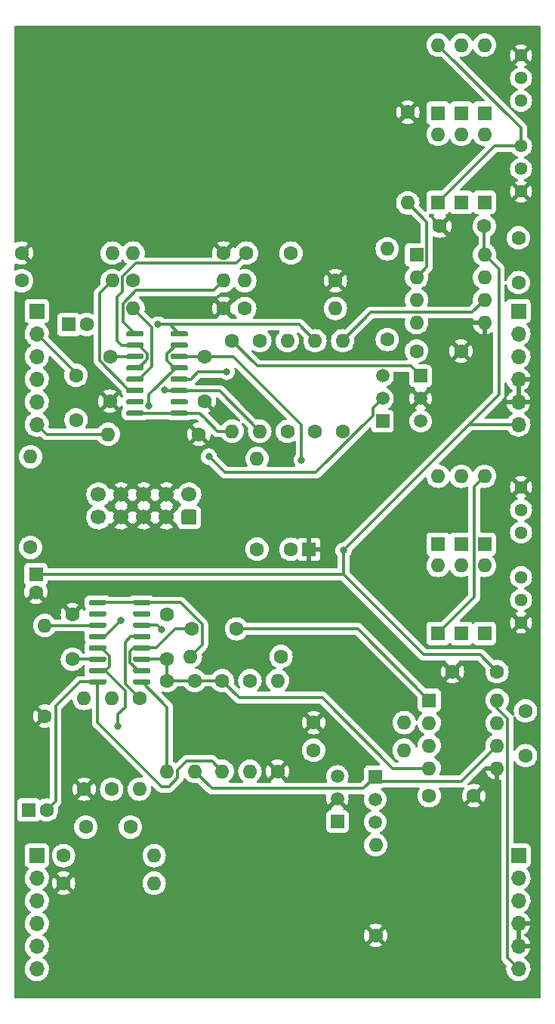
<source format=gbl>
G04 #@! TF.GenerationSoftware,KiCad,Pcbnew,6.0.10+dfsg-1~bpo11+1*
G04 #@! TF.CreationDate,2023-02-18T15:26:04+00:00*
G04 #@! TF.ProjectId,MS20-VCF,4d533230-2d56-4434-962e-6b696361645f,rev?*
G04 #@! TF.SameCoordinates,Original*
G04 #@! TF.FileFunction,Copper,L2,Bot*
G04 #@! TF.FilePolarity,Positive*
%FSLAX46Y46*%
G04 Gerber Fmt 4.6, Leading zero omitted, Abs format (unit mm)*
G04 Created by KiCad (PCBNEW 6.0.10+dfsg-1~bpo11+1) date 2023-02-18 15:26:04*
%MOMM*%
%LPD*%
G01*
G04 APERTURE LIST*
G04 #@! TA.AperFunction,ComponentPad*
%ADD10C,1.600000*%
G04 #@! TD*
G04 #@! TA.AperFunction,ComponentPad*
%ADD11R,1.600000X1.600000*%
G04 #@! TD*
G04 #@! TA.AperFunction,ComponentPad*
%ADD12O,1.600000X1.600000*%
G04 #@! TD*
G04 #@! TA.AperFunction,ComponentPad*
%ADD13R,1.700000X1.700000*%
G04 #@! TD*
G04 #@! TA.AperFunction,ComponentPad*
%ADD14O,1.700000X1.700000*%
G04 #@! TD*
G04 #@! TA.AperFunction,ComponentPad*
%ADD15R,1.500000X1.500000*%
G04 #@! TD*
G04 #@! TA.AperFunction,ComponentPad*
%ADD16C,1.500000*%
G04 #@! TD*
G04 #@! TA.AperFunction,ComponentPad*
%ADD17C,1.440000*%
G04 #@! TD*
G04 #@! TA.AperFunction,ComponentPad*
%ADD18C,1.700000*%
G04 #@! TD*
G04 #@! TA.AperFunction,ViaPad*
%ADD19C,0.800000*%
G04 #@! TD*
G04 #@! TA.AperFunction,Conductor*
%ADD20C,0.300000*%
G04 #@! TD*
G04 APERTURE END LIST*
D10*
X87000000Y-60800000D03*
X87000000Y-65800000D03*
X87800000Y-113800000D03*
X87800000Y-118800000D03*
X38500000Y-126800000D03*
X43500000Y-126800000D03*
D11*
X83200000Y-56820000D03*
D12*
X83200000Y-49200000D03*
D11*
X83200000Y-46810000D03*
D12*
X83200000Y-39190000D03*
D11*
X80600000Y-56820000D03*
D12*
X80600000Y-49200000D03*
D11*
X80600000Y-46810000D03*
D12*
X80600000Y-39190000D03*
D11*
X78000000Y-56820000D03*
D12*
X78000000Y-49200000D03*
D11*
X78000000Y-46810000D03*
D12*
X78000000Y-39190000D03*
D13*
X87000000Y-69000000D03*
D14*
X87000000Y-71540000D03*
X87000000Y-74080000D03*
X87000000Y-76620000D03*
X87000000Y-79160000D03*
X87000000Y-81700000D03*
D13*
X33000000Y-130000000D03*
D14*
X33000000Y-132540000D03*
X33000000Y-135080000D03*
X33000000Y-137620000D03*
X33000000Y-140160000D03*
X33000000Y-142700000D03*
D15*
X76040000Y-76260000D03*
D16*
X76040000Y-78800000D03*
X76040000Y-81340000D03*
D15*
X71760000Y-81340000D03*
D16*
X71760000Y-78800000D03*
X71760000Y-76260000D03*
D15*
X66700000Y-126200000D03*
D16*
X66700000Y-123660000D03*
X66700000Y-121120000D03*
D10*
X53960000Y-68700000D03*
D12*
X43800000Y-68700000D03*
D10*
X31300000Y-62500000D03*
D12*
X41460000Y-62500000D03*
D10*
X54900000Y-72300000D03*
D12*
X54900000Y-82460000D03*
D10*
X43800000Y-65600000D03*
D12*
X53960000Y-65600000D03*
D10*
X67300000Y-82480000D03*
D12*
X67300000Y-72320000D03*
D10*
X51180000Y-82800000D03*
D12*
X41020000Y-82800000D03*
D10*
X58000000Y-72300000D03*
D12*
X58000000Y-82460000D03*
D10*
X66480000Y-65600000D03*
D12*
X56320000Y-65600000D03*
D10*
X53960000Y-62500000D03*
D12*
X43800000Y-62500000D03*
D10*
X56320000Y-68700000D03*
D12*
X66480000Y-68700000D03*
D10*
X74600000Y-46720000D03*
D12*
X74600000Y-56880000D03*
D10*
X38300000Y-122560000D03*
D12*
X38300000Y-112400000D03*
D10*
X60380000Y-107700000D03*
D12*
X50220000Y-107700000D03*
D10*
X44500000Y-112400000D03*
D12*
X44500000Y-122560000D03*
D10*
X50700000Y-110400000D03*
D12*
X50700000Y-120560000D03*
D10*
X64040000Y-118200000D03*
D12*
X74200000Y-118200000D03*
D10*
X71000000Y-138960000D03*
D12*
X71000000Y-128800000D03*
D10*
X47600000Y-110400000D03*
D12*
X47600000Y-120560000D03*
D10*
X41400000Y-122560000D03*
D12*
X41400000Y-112400000D03*
D10*
X60000000Y-120560000D03*
D12*
X60000000Y-110400000D03*
D10*
X33900000Y-114380000D03*
D12*
X33900000Y-104220000D03*
D10*
X56900000Y-110400000D03*
D12*
X56900000Y-120560000D03*
D10*
X53800000Y-110400000D03*
D12*
X53800000Y-120560000D03*
D10*
X64040000Y-115100000D03*
D12*
X74200000Y-115100000D03*
D11*
X77000000Y-112600000D03*
D12*
X77000000Y-115140000D03*
X77000000Y-117680000D03*
X77000000Y-120220000D03*
X84620000Y-120220000D03*
X84620000Y-117680000D03*
X84620000Y-115140000D03*
X84620000Y-112600000D03*
D13*
X87000000Y-130000000D03*
D14*
X87000000Y-132540000D03*
X87000000Y-135080000D03*
X87000000Y-137620000D03*
X87000000Y-140160000D03*
X87000000Y-142700000D03*
D10*
X72300000Y-72180000D03*
D12*
X72300000Y-62020000D03*
D11*
X75580000Y-62680000D03*
D12*
X75580000Y-65220000D03*
X75580000Y-67760000D03*
X75580000Y-70300000D03*
X83200000Y-70300000D03*
X83200000Y-67760000D03*
X83200000Y-65220000D03*
X83200000Y-62680000D03*
D15*
X70940000Y-121160000D03*
D16*
X70940000Y-123700000D03*
X70940000Y-126240000D03*
D10*
X50400000Y-104600000D03*
X55400000Y-104600000D03*
D11*
X78000000Y-95120000D03*
D12*
X78000000Y-87500000D03*
D11*
X80600000Y-95120000D03*
D12*
X80600000Y-87500000D03*
D11*
X83200000Y-95120000D03*
D12*
X83200000Y-87500000D03*
D11*
X83200000Y-105120000D03*
D12*
X83200000Y-97500000D03*
D11*
X80600000Y-105120000D03*
D12*
X80600000Y-97500000D03*
D11*
X78000000Y-105120000D03*
D12*
X78000000Y-97500000D03*
D10*
X56500000Y-62500000D03*
X61500000Y-62500000D03*
X31300000Y-65600000D03*
D12*
X41460000Y-65600000D03*
D10*
X61100000Y-82480000D03*
D12*
X61100000Y-72320000D03*
D10*
X64200000Y-82480000D03*
D12*
X64200000Y-72320000D03*
D13*
X33000000Y-69000000D03*
D14*
X33000000Y-71540000D03*
X33000000Y-74080000D03*
X33000000Y-76620000D03*
X33000000Y-79160000D03*
X33000000Y-81700000D03*
D10*
X37400000Y-81200000D03*
X37400000Y-76200000D03*
X36000000Y-133100000D03*
D12*
X46160000Y-133100000D03*
D10*
X36000000Y-130000000D03*
D12*
X46160000Y-130000000D03*
D10*
X83180000Y-59480000D03*
X78180000Y-59480000D03*
X82000000Y-123300000D03*
X77000000Y-123300000D03*
X80580000Y-73480000D03*
X75580000Y-73480000D03*
X84600000Y-109400000D03*
X79600000Y-109400000D03*
D11*
X32900000Y-98500000D03*
D10*
X32900000Y-100500000D03*
D11*
X63500000Y-95700000D03*
D10*
X61500000Y-95700000D03*
D11*
X36600000Y-70500000D03*
D10*
X38600000Y-70500000D03*
X57700000Y-95680000D03*
D12*
X57700000Y-85520000D03*
D17*
X87300000Y-55590000D03*
X87300000Y-53050000D03*
X87300000Y-50510000D03*
X87300000Y-45440000D03*
X87300000Y-42900000D03*
X87300000Y-40360000D03*
G04 #@! TA.AperFunction,SMDPad,CuDef*
G36*
G01*
X45750000Y-101505000D02*
X45750000Y-101805000D01*
G75*
G02*
X45600000Y-101955000I-150000J0D01*
G01*
X43950000Y-101955000D01*
G75*
G02*
X43800000Y-101805000I0J150000D01*
G01*
X43800000Y-101505000D01*
G75*
G02*
X43950000Y-101355000I150000J0D01*
G01*
X45600000Y-101355000D01*
G75*
G02*
X45750000Y-101505000I0J-150000D01*
G01*
G37*
G04 #@! TD.AperFunction*
G04 #@! TA.AperFunction,SMDPad,CuDef*
G36*
G01*
X45750000Y-102775000D02*
X45750000Y-103075000D01*
G75*
G02*
X45600000Y-103225000I-150000J0D01*
G01*
X43950000Y-103225000D01*
G75*
G02*
X43800000Y-103075000I0J150000D01*
G01*
X43800000Y-102775000D01*
G75*
G02*
X43950000Y-102625000I150000J0D01*
G01*
X45600000Y-102625000D01*
G75*
G02*
X45750000Y-102775000I0J-150000D01*
G01*
G37*
G04 #@! TD.AperFunction*
G04 #@! TA.AperFunction,SMDPad,CuDef*
G36*
G01*
X45750000Y-104045000D02*
X45750000Y-104345000D01*
G75*
G02*
X45600000Y-104495000I-150000J0D01*
G01*
X43950000Y-104495000D01*
G75*
G02*
X43800000Y-104345000I0J150000D01*
G01*
X43800000Y-104045000D01*
G75*
G02*
X43950000Y-103895000I150000J0D01*
G01*
X45600000Y-103895000D01*
G75*
G02*
X45750000Y-104045000I0J-150000D01*
G01*
G37*
G04 #@! TD.AperFunction*
G04 #@! TA.AperFunction,SMDPad,CuDef*
G36*
G01*
X45750000Y-105315000D02*
X45750000Y-105615000D01*
G75*
G02*
X45600000Y-105765000I-150000J0D01*
G01*
X43950000Y-105765000D01*
G75*
G02*
X43800000Y-105615000I0J150000D01*
G01*
X43800000Y-105315000D01*
G75*
G02*
X43950000Y-105165000I150000J0D01*
G01*
X45600000Y-105165000D01*
G75*
G02*
X45750000Y-105315000I0J-150000D01*
G01*
G37*
G04 #@! TD.AperFunction*
G04 #@! TA.AperFunction,SMDPad,CuDef*
G36*
G01*
X45750000Y-106585000D02*
X45750000Y-106885000D01*
G75*
G02*
X45600000Y-107035000I-150000J0D01*
G01*
X43950000Y-107035000D01*
G75*
G02*
X43800000Y-106885000I0J150000D01*
G01*
X43800000Y-106585000D01*
G75*
G02*
X43950000Y-106435000I150000J0D01*
G01*
X45600000Y-106435000D01*
G75*
G02*
X45750000Y-106585000I0J-150000D01*
G01*
G37*
G04 #@! TD.AperFunction*
G04 #@! TA.AperFunction,SMDPad,CuDef*
G36*
G01*
X45750000Y-107855000D02*
X45750000Y-108155000D01*
G75*
G02*
X45600000Y-108305000I-150000J0D01*
G01*
X43950000Y-108305000D01*
G75*
G02*
X43800000Y-108155000I0J150000D01*
G01*
X43800000Y-107855000D01*
G75*
G02*
X43950000Y-107705000I150000J0D01*
G01*
X45600000Y-107705000D01*
G75*
G02*
X45750000Y-107855000I0J-150000D01*
G01*
G37*
G04 #@! TD.AperFunction*
G04 #@! TA.AperFunction,SMDPad,CuDef*
G36*
G01*
X45750000Y-109125000D02*
X45750000Y-109425000D01*
G75*
G02*
X45600000Y-109575000I-150000J0D01*
G01*
X43950000Y-109575000D01*
G75*
G02*
X43800000Y-109425000I0J150000D01*
G01*
X43800000Y-109125000D01*
G75*
G02*
X43950000Y-108975000I150000J0D01*
G01*
X45600000Y-108975000D01*
G75*
G02*
X45750000Y-109125000I0J-150000D01*
G01*
G37*
G04 #@! TD.AperFunction*
G04 #@! TA.AperFunction,SMDPad,CuDef*
G36*
G01*
X45750000Y-110395000D02*
X45750000Y-110695000D01*
G75*
G02*
X45600000Y-110845000I-150000J0D01*
G01*
X43950000Y-110845000D01*
G75*
G02*
X43800000Y-110695000I0J150000D01*
G01*
X43800000Y-110395000D01*
G75*
G02*
X43950000Y-110245000I150000J0D01*
G01*
X45600000Y-110245000D01*
G75*
G02*
X45750000Y-110395000I0J-150000D01*
G01*
G37*
G04 #@! TD.AperFunction*
G04 #@! TA.AperFunction,SMDPad,CuDef*
G36*
G01*
X40800000Y-110395000D02*
X40800000Y-110695000D01*
G75*
G02*
X40650000Y-110845000I-150000J0D01*
G01*
X39000000Y-110845000D01*
G75*
G02*
X38850000Y-110695000I0J150000D01*
G01*
X38850000Y-110395000D01*
G75*
G02*
X39000000Y-110245000I150000J0D01*
G01*
X40650000Y-110245000D01*
G75*
G02*
X40800000Y-110395000I0J-150000D01*
G01*
G37*
G04 #@! TD.AperFunction*
G04 #@! TA.AperFunction,SMDPad,CuDef*
G36*
G01*
X40800000Y-109125000D02*
X40800000Y-109425000D01*
G75*
G02*
X40650000Y-109575000I-150000J0D01*
G01*
X39000000Y-109575000D01*
G75*
G02*
X38850000Y-109425000I0J150000D01*
G01*
X38850000Y-109125000D01*
G75*
G02*
X39000000Y-108975000I150000J0D01*
G01*
X40650000Y-108975000D01*
G75*
G02*
X40800000Y-109125000I0J-150000D01*
G01*
G37*
G04 #@! TD.AperFunction*
G04 #@! TA.AperFunction,SMDPad,CuDef*
G36*
G01*
X40800000Y-107855000D02*
X40800000Y-108155000D01*
G75*
G02*
X40650000Y-108305000I-150000J0D01*
G01*
X39000000Y-108305000D01*
G75*
G02*
X38850000Y-108155000I0J150000D01*
G01*
X38850000Y-107855000D01*
G75*
G02*
X39000000Y-107705000I150000J0D01*
G01*
X40650000Y-107705000D01*
G75*
G02*
X40800000Y-107855000I0J-150000D01*
G01*
G37*
G04 #@! TD.AperFunction*
G04 #@! TA.AperFunction,SMDPad,CuDef*
G36*
G01*
X40800000Y-106585000D02*
X40800000Y-106885000D01*
G75*
G02*
X40650000Y-107035000I-150000J0D01*
G01*
X39000000Y-107035000D01*
G75*
G02*
X38850000Y-106885000I0J150000D01*
G01*
X38850000Y-106585000D01*
G75*
G02*
X39000000Y-106435000I150000J0D01*
G01*
X40650000Y-106435000D01*
G75*
G02*
X40800000Y-106585000I0J-150000D01*
G01*
G37*
G04 #@! TD.AperFunction*
G04 #@! TA.AperFunction,SMDPad,CuDef*
G36*
G01*
X40800000Y-105315000D02*
X40800000Y-105615000D01*
G75*
G02*
X40650000Y-105765000I-150000J0D01*
G01*
X39000000Y-105765000D01*
G75*
G02*
X38850000Y-105615000I0J150000D01*
G01*
X38850000Y-105315000D01*
G75*
G02*
X39000000Y-105165000I150000J0D01*
G01*
X40650000Y-105165000D01*
G75*
G02*
X40800000Y-105315000I0J-150000D01*
G01*
G37*
G04 #@! TD.AperFunction*
G04 #@! TA.AperFunction,SMDPad,CuDef*
G36*
G01*
X40800000Y-104045000D02*
X40800000Y-104345000D01*
G75*
G02*
X40650000Y-104495000I-150000J0D01*
G01*
X39000000Y-104495000D01*
G75*
G02*
X38850000Y-104345000I0J150000D01*
G01*
X38850000Y-104045000D01*
G75*
G02*
X39000000Y-103895000I150000J0D01*
G01*
X40650000Y-103895000D01*
G75*
G02*
X40800000Y-104045000I0J-150000D01*
G01*
G37*
G04 #@! TD.AperFunction*
G04 #@! TA.AperFunction,SMDPad,CuDef*
G36*
G01*
X40800000Y-102775000D02*
X40800000Y-103075000D01*
G75*
G02*
X40650000Y-103225000I-150000J0D01*
G01*
X39000000Y-103225000D01*
G75*
G02*
X38850000Y-103075000I0J150000D01*
G01*
X38850000Y-102775000D01*
G75*
G02*
X39000000Y-102625000I150000J0D01*
G01*
X40650000Y-102625000D01*
G75*
G02*
X40800000Y-102775000I0J-150000D01*
G01*
G37*
G04 #@! TD.AperFunction*
G04 #@! TA.AperFunction,SMDPad,CuDef*
G36*
G01*
X40800000Y-101505000D02*
X40800000Y-101805000D01*
G75*
G02*
X40650000Y-101955000I-150000J0D01*
G01*
X39000000Y-101955000D01*
G75*
G02*
X38850000Y-101805000I0J150000D01*
G01*
X38850000Y-101505000D01*
G75*
G02*
X39000000Y-101355000I150000J0D01*
G01*
X40650000Y-101355000D01*
G75*
G02*
X40800000Y-101505000I0J-150000D01*
G01*
G37*
G04 #@! TD.AperFunction*
D11*
X32100000Y-124900000D03*
D10*
X34100000Y-124900000D03*
X32300000Y-95480000D03*
D12*
X32300000Y-85320000D03*
D17*
X87300000Y-103900000D03*
X87300000Y-101360000D03*
X87300000Y-98820000D03*
X87300000Y-93800000D03*
X87300000Y-91260000D03*
X87300000Y-88720000D03*
G04 #@! TA.AperFunction,SMDPad,CuDef*
G36*
G01*
X43050000Y-80595000D02*
X43050000Y-80295000D01*
G75*
G02*
X43200000Y-80145000I150000J0D01*
G01*
X44850000Y-80145000D01*
G75*
G02*
X45000000Y-80295000I0J-150000D01*
G01*
X45000000Y-80595000D01*
G75*
G02*
X44850000Y-80745000I-150000J0D01*
G01*
X43200000Y-80745000D01*
G75*
G02*
X43050000Y-80595000I0J150000D01*
G01*
G37*
G04 #@! TD.AperFunction*
G04 #@! TA.AperFunction,SMDPad,CuDef*
G36*
G01*
X43050000Y-79325000D02*
X43050000Y-79025000D01*
G75*
G02*
X43200000Y-78875000I150000J0D01*
G01*
X44850000Y-78875000D01*
G75*
G02*
X45000000Y-79025000I0J-150000D01*
G01*
X45000000Y-79325000D01*
G75*
G02*
X44850000Y-79475000I-150000J0D01*
G01*
X43200000Y-79475000D01*
G75*
G02*
X43050000Y-79325000I0J150000D01*
G01*
G37*
G04 #@! TD.AperFunction*
G04 #@! TA.AperFunction,SMDPad,CuDef*
G36*
G01*
X43050000Y-78055000D02*
X43050000Y-77755000D01*
G75*
G02*
X43200000Y-77605000I150000J0D01*
G01*
X44850000Y-77605000D01*
G75*
G02*
X45000000Y-77755000I0J-150000D01*
G01*
X45000000Y-78055000D01*
G75*
G02*
X44850000Y-78205000I-150000J0D01*
G01*
X43200000Y-78205000D01*
G75*
G02*
X43050000Y-78055000I0J150000D01*
G01*
G37*
G04 #@! TD.AperFunction*
G04 #@! TA.AperFunction,SMDPad,CuDef*
G36*
G01*
X43050000Y-76785000D02*
X43050000Y-76485000D01*
G75*
G02*
X43200000Y-76335000I150000J0D01*
G01*
X44850000Y-76335000D01*
G75*
G02*
X45000000Y-76485000I0J-150000D01*
G01*
X45000000Y-76785000D01*
G75*
G02*
X44850000Y-76935000I-150000J0D01*
G01*
X43200000Y-76935000D01*
G75*
G02*
X43050000Y-76785000I0J150000D01*
G01*
G37*
G04 #@! TD.AperFunction*
G04 #@! TA.AperFunction,SMDPad,CuDef*
G36*
G01*
X43050000Y-75515000D02*
X43050000Y-75215000D01*
G75*
G02*
X43200000Y-75065000I150000J0D01*
G01*
X44850000Y-75065000D01*
G75*
G02*
X45000000Y-75215000I0J-150000D01*
G01*
X45000000Y-75515000D01*
G75*
G02*
X44850000Y-75665000I-150000J0D01*
G01*
X43200000Y-75665000D01*
G75*
G02*
X43050000Y-75515000I0J150000D01*
G01*
G37*
G04 #@! TD.AperFunction*
G04 #@! TA.AperFunction,SMDPad,CuDef*
G36*
G01*
X43050000Y-74245000D02*
X43050000Y-73945000D01*
G75*
G02*
X43200000Y-73795000I150000J0D01*
G01*
X44850000Y-73795000D01*
G75*
G02*
X45000000Y-73945000I0J-150000D01*
G01*
X45000000Y-74245000D01*
G75*
G02*
X44850000Y-74395000I-150000J0D01*
G01*
X43200000Y-74395000D01*
G75*
G02*
X43050000Y-74245000I0J150000D01*
G01*
G37*
G04 #@! TD.AperFunction*
G04 #@! TA.AperFunction,SMDPad,CuDef*
G36*
G01*
X43050000Y-72975000D02*
X43050000Y-72675000D01*
G75*
G02*
X43200000Y-72525000I150000J0D01*
G01*
X44850000Y-72525000D01*
G75*
G02*
X45000000Y-72675000I0J-150000D01*
G01*
X45000000Y-72975000D01*
G75*
G02*
X44850000Y-73125000I-150000J0D01*
G01*
X43200000Y-73125000D01*
G75*
G02*
X43050000Y-72975000I0J150000D01*
G01*
G37*
G04 #@! TD.AperFunction*
G04 #@! TA.AperFunction,SMDPad,CuDef*
G36*
G01*
X43050000Y-71705000D02*
X43050000Y-71405000D01*
G75*
G02*
X43200000Y-71255000I150000J0D01*
G01*
X44850000Y-71255000D01*
G75*
G02*
X45000000Y-71405000I0J-150000D01*
G01*
X45000000Y-71705000D01*
G75*
G02*
X44850000Y-71855000I-150000J0D01*
G01*
X43200000Y-71855000D01*
G75*
G02*
X43050000Y-71705000I0J150000D01*
G01*
G37*
G04 #@! TD.AperFunction*
G04 #@! TA.AperFunction,SMDPad,CuDef*
G36*
G01*
X48000000Y-71705000D02*
X48000000Y-71405000D01*
G75*
G02*
X48150000Y-71255000I150000J0D01*
G01*
X49800000Y-71255000D01*
G75*
G02*
X49950000Y-71405000I0J-150000D01*
G01*
X49950000Y-71705000D01*
G75*
G02*
X49800000Y-71855000I-150000J0D01*
G01*
X48150000Y-71855000D01*
G75*
G02*
X48000000Y-71705000I0J150000D01*
G01*
G37*
G04 #@! TD.AperFunction*
G04 #@! TA.AperFunction,SMDPad,CuDef*
G36*
G01*
X48000000Y-72975000D02*
X48000000Y-72675000D01*
G75*
G02*
X48150000Y-72525000I150000J0D01*
G01*
X49800000Y-72525000D01*
G75*
G02*
X49950000Y-72675000I0J-150000D01*
G01*
X49950000Y-72975000D01*
G75*
G02*
X49800000Y-73125000I-150000J0D01*
G01*
X48150000Y-73125000D01*
G75*
G02*
X48000000Y-72975000I0J150000D01*
G01*
G37*
G04 #@! TD.AperFunction*
G04 #@! TA.AperFunction,SMDPad,CuDef*
G36*
G01*
X48000000Y-74245000D02*
X48000000Y-73945000D01*
G75*
G02*
X48150000Y-73795000I150000J0D01*
G01*
X49800000Y-73795000D01*
G75*
G02*
X49950000Y-73945000I0J-150000D01*
G01*
X49950000Y-74245000D01*
G75*
G02*
X49800000Y-74395000I-150000J0D01*
G01*
X48150000Y-74395000D01*
G75*
G02*
X48000000Y-74245000I0J150000D01*
G01*
G37*
G04 #@! TD.AperFunction*
G04 #@! TA.AperFunction,SMDPad,CuDef*
G36*
G01*
X48000000Y-75515000D02*
X48000000Y-75215000D01*
G75*
G02*
X48150000Y-75065000I150000J0D01*
G01*
X49800000Y-75065000D01*
G75*
G02*
X49950000Y-75215000I0J-150000D01*
G01*
X49950000Y-75515000D01*
G75*
G02*
X49800000Y-75665000I-150000J0D01*
G01*
X48150000Y-75665000D01*
G75*
G02*
X48000000Y-75515000I0J150000D01*
G01*
G37*
G04 #@! TD.AperFunction*
G04 #@! TA.AperFunction,SMDPad,CuDef*
G36*
G01*
X48000000Y-76785000D02*
X48000000Y-76485000D01*
G75*
G02*
X48150000Y-76335000I150000J0D01*
G01*
X49800000Y-76335000D01*
G75*
G02*
X49950000Y-76485000I0J-150000D01*
G01*
X49950000Y-76785000D01*
G75*
G02*
X49800000Y-76935000I-150000J0D01*
G01*
X48150000Y-76935000D01*
G75*
G02*
X48000000Y-76785000I0J150000D01*
G01*
G37*
G04 #@! TD.AperFunction*
G04 #@! TA.AperFunction,SMDPad,CuDef*
G36*
G01*
X48000000Y-78055000D02*
X48000000Y-77755000D01*
G75*
G02*
X48150000Y-77605000I150000J0D01*
G01*
X49800000Y-77605000D01*
G75*
G02*
X49950000Y-77755000I0J-150000D01*
G01*
X49950000Y-78055000D01*
G75*
G02*
X49800000Y-78205000I-150000J0D01*
G01*
X48150000Y-78205000D01*
G75*
G02*
X48000000Y-78055000I0J150000D01*
G01*
G37*
G04 #@! TD.AperFunction*
G04 #@! TA.AperFunction,SMDPad,CuDef*
G36*
G01*
X48000000Y-79325000D02*
X48000000Y-79025000D01*
G75*
G02*
X48150000Y-78875000I150000J0D01*
G01*
X49800000Y-78875000D01*
G75*
G02*
X49950000Y-79025000I0J-150000D01*
G01*
X49950000Y-79325000D01*
G75*
G02*
X49800000Y-79475000I-150000J0D01*
G01*
X48150000Y-79475000D01*
G75*
G02*
X48000000Y-79325000I0J150000D01*
G01*
G37*
G04 #@! TD.AperFunction*
G04 #@! TA.AperFunction,SMDPad,CuDef*
G36*
G01*
X48000000Y-80595000D02*
X48000000Y-80295000D01*
G75*
G02*
X48150000Y-80145000I150000J0D01*
G01*
X49800000Y-80145000D01*
G75*
G02*
X49950000Y-80295000I0J-150000D01*
G01*
X49950000Y-80595000D01*
G75*
G02*
X49800000Y-80745000I-150000J0D01*
G01*
X48150000Y-80745000D01*
G75*
G02*
X48000000Y-80595000I0J150000D01*
G01*
G37*
G04 #@! TD.AperFunction*
G04 #@! TA.AperFunction,ComponentPad*
G36*
G01*
X50680000Y-92950000D02*
X49480000Y-92950000D01*
G75*
G02*
X49230000Y-92700000I0J250000D01*
G01*
X49230000Y-91500000D01*
G75*
G02*
X49480000Y-91250000I250000J0D01*
G01*
X50680000Y-91250000D01*
G75*
G02*
X50930000Y-91500000I0J-250000D01*
G01*
X50930000Y-92700000D01*
G75*
G02*
X50680000Y-92950000I-250000J0D01*
G01*
G37*
G04 #@! TD.AperFunction*
D18*
X50080000Y-89560000D03*
X47540000Y-92100000D03*
X47540000Y-89560000D03*
X45000000Y-92100000D03*
X45000000Y-89560000D03*
X42460000Y-92100000D03*
X42460000Y-89560000D03*
X39920000Y-92100000D03*
X39920000Y-89560000D03*
D10*
X37000000Y-108000000D03*
X37000000Y-103000000D03*
X41200000Y-79100000D03*
X41200000Y-74100000D03*
X47600000Y-103000000D03*
X47600000Y-108000000D03*
X51800000Y-74100000D03*
X51800000Y-79100000D03*
D19*
X67400000Y-95800000D03*
X62700000Y-85700000D03*
X46600000Y-70500000D03*
X45540266Y-79617035D03*
X42100000Y-115500000D03*
X52300000Y-85300000D03*
X47300000Y-77800000D03*
X47000000Y-104700000D03*
X54300000Y-75800000D03*
X42400000Y-103700000D03*
D20*
X32900000Y-98500000D02*
X67400000Y-98500000D01*
X51800000Y-74100000D02*
X55039312Y-74100000D01*
X51800000Y-74100000D02*
X48980000Y-74100000D01*
X55039312Y-74100000D02*
X62700000Y-81760688D01*
X85770000Y-114663654D02*
X85770000Y-141430000D01*
X67400000Y-98500000D02*
X76400000Y-107500000D01*
X48980000Y-74100000D02*
X48975000Y-74095000D01*
X82700000Y-107500000D02*
X84600000Y-109400000D01*
X84620000Y-113513654D02*
X85770000Y-114663654D01*
X37005000Y-108005000D02*
X37000000Y-108000000D01*
X85750000Y-141450000D02*
X87000000Y-142700000D01*
X62700000Y-81760688D02*
X62700000Y-85700000D01*
X83180000Y-59480000D02*
X83180000Y-62660000D01*
X83180000Y-62660000D02*
X83200000Y-62680000D01*
X81480688Y-81700000D02*
X67400000Y-95780688D01*
X87000000Y-81700000D02*
X81480688Y-81700000D01*
X85770000Y-141430000D02*
X85750000Y-141450000D01*
X83200000Y-62680000D02*
X84800000Y-64280000D01*
X67400000Y-95780688D02*
X67400000Y-98500000D01*
X84800000Y-78380688D02*
X81480688Y-81700000D01*
X84620000Y-112600000D02*
X84620000Y-113513654D01*
X76400000Y-107500000D02*
X82700000Y-107500000D01*
X84800000Y-64280000D02*
X84800000Y-78380688D01*
X39825000Y-108005000D02*
X37005000Y-108005000D01*
X44025000Y-74095000D02*
X41205000Y-74095000D01*
X44775000Y-108005000D02*
X47595000Y-108005000D01*
X47595000Y-108005000D02*
X47600000Y-108000000D01*
X41205000Y-74095000D02*
X41200000Y-74100000D01*
X55700000Y-112300000D02*
X53800000Y-110400000D01*
X50700000Y-110400000D02*
X53800000Y-110400000D01*
X77000000Y-120220000D02*
X72920000Y-120220000D01*
X65000000Y-112300000D02*
X55700000Y-112300000D01*
X72920000Y-120220000D02*
X65000000Y-112300000D01*
X47600000Y-110400000D02*
X50700000Y-110400000D01*
X47600000Y-108000000D02*
X47600000Y-110400000D01*
X42525000Y-72825000D02*
X44025000Y-72825000D01*
X44123654Y-63650000D02*
X42610000Y-65163654D01*
X44025000Y-72825000D02*
X44437107Y-72825000D01*
X42610000Y-66790000D02*
X42000000Y-67400000D01*
X42610000Y-65163654D02*
X42610000Y-66790000D01*
X45400000Y-73787893D02*
X45400000Y-74402107D01*
X44437107Y-75365000D02*
X44025000Y-75365000D01*
X45400000Y-74402107D02*
X44437107Y-75365000D01*
X42000000Y-67400000D02*
X42000000Y-72300000D01*
X44437107Y-72825000D02*
X45400000Y-73787893D01*
X55350000Y-63650000D02*
X44123654Y-63650000D01*
X42000000Y-72300000D02*
X42525000Y-72825000D01*
X56500000Y-62500000D02*
X55350000Y-63650000D01*
X40050000Y-67010000D02*
X41460000Y-65600000D01*
X40050000Y-74576346D02*
X40050000Y-67010000D01*
X44025000Y-77905000D02*
X43378654Y-77905000D01*
X43378654Y-77905000D02*
X40050000Y-74576346D01*
X47920000Y-70500000D02*
X48975000Y-71555000D01*
X46600000Y-70500000D02*
X47920000Y-70500000D01*
X62380000Y-70500000D02*
X64200000Y-72320000D01*
X46600000Y-70500000D02*
X62380000Y-70500000D01*
X70470000Y-69150000D02*
X67300000Y-72320000D01*
X83200000Y-67760000D02*
X81810000Y-69150000D01*
X81810000Y-69150000D02*
X70470000Y-69150000D01*
X33000000Y-71540000D02*
X37400000Y-75940000D01*
X37400000Y-75940000D02*
X37400000Y-76200000D01*
X48975000Y-72825000D02*
X48562893Y-72825000D01*
X47600000Y-74500000D02*
X48465000Y-75365000D01*
X45540266Y-78387627D02*
X48562893Y-75365000D01*
X47600000Y-73787893D02*
X47600000Y-74500000D01*
X48562893Y-75365000D02*
X48975000Y-75365000D01*
X48465000Y-75365000D02*
X48975000Y-75365000D01*
X48562893Y-72825000D02*
X47600000Y-73787893D01*
X45540266Y-79617035D02*
X45540266Y-78387627D01*
X39825000Y-115104312D02*
X47020688Y-122300000D01*
X39825000Y-110545000D02*
X37835688Y-110545000D01*
X49800000Y-119400000D02*
X48800000Y-120400000D01*
X53800000Y-120560000D02*
X52650000Y-119410000D01*
X52650000Y-119410000D02*
X49810000Y-119410000D01*
X47020688Y-122300000D02*
X47500000Y-122300000D01*
X37835688Y-110545000D02*
X35110000Y-113270688D01*
X48800000Y-121300000D02*
X47800000Y-122300000D01*
X48800000Y-120400000D02*
X48800000Y-121300000D01*
X49810000Y-119410000D02*
X49800000Y-119400000D01*
X39825000Y-110545000D02*
X39825000Y-115104312D01*
X35110000Y-113270688D02*
X35110000Y-123890000D01*
X47800000Y-122300000D02*
X47500000Y-122300000D01*
X35110000Y-123890000D02*
X34100000Y-124900000D01*
X44775000Y-109275000D02*
X44362893Y-109275000D01*
X44362893Y-109275000D02*
X43450000Y-108362107D01*
X43865000Y-106735000D02*
X44775000Y-106735000D01*
X43450000Y-107150000D02*
X43865000Y-106735000D01*
X48500000Y-104600000D02*
X46365000Y-106735000D01*
X50400000Y-104600000D02*
X48500000Y-104600000D01*
X43450000Y-108362107D02*
X43450000Y-107150000D01*
X46365000Y-106735000D02*
X44775000Y-106735000D01*
X69000000Y-104600000D02*
X55400000Y-104600000D01*
X77000000Y-112600000D02*
X69000000Y-104600000D01*
X82050000Y-88650000D02*
X83200000Y-87500000D01*
X82050000Y-101070000D02*
X82050000Y-88650000D01*
X78000000Y-105120000D02*
X82050000Y-101070000D01*
X40667894Y-109275000D02*
X39825000Y-109275000D01*
X40237107Y-106735000D02*
X41150000Y-107647893D01*
X42100000Y-115500000D02*
X42100000Y-114200000D01*
X41150000Y-108850000D02*
X40725000Y-109275000D01*
X41150000Y-107647893D02*
X41150000Y-108850000D01*
X39825000Y-106735000D02*
X40237107Y-106735000D01*
X42100000Y-114200000D02*
X42900000Y-113400000D01*
X42900000Y-113400000D02*
X42900000Y-111507106D01*
X42900000Y-111507106D02*
X40667894Y-109275000D01*
X40725000Y-109275000D02*
X39825000Y-109275000D01*
X41020000Y-82800000D02*
X34100000Y-82800000D01*
X70660000Y-79900000D02*
X70660000Y-80746346D01*
X70660000Y-80746346D02*
X64306346Y-87100000D01*
X64306346Y-87100000D02*
X54100000Y-87100000D01*
X34100000Y-82800000D02*
X33000000Y-81700000D01*
X54100000Y-87100000D02*
X52300000Y-85300000D01*
X71760000Y-78800000D02*
X70660000Y-79900000D01*
X74940000Y-75160000D02*
X57760000Y-75160000D01*
X76040000Y-76260000D02*
X74940000Y-75160000D01*
X57760000Y-75160000D02*
X54900000Y-72300000D01*
X44150000Y-66700000D02*
X52860000Y-66700000D01*
X44025000Y-71555000D02*
X42650000Y-70180000D01*
X42650000Y-70180000D02*
X42650000Y-68200000D01*
X52860000Y-66700000D02*
X53960000Y-65600000D01*
X42650000Y-68200000D02*
X44150000Y-66700000D01*
X53490000Y-77950000D02*
X49020000Y-77950000D01*
X47405000Y-77905000D02*
X48975000Y-77905000D01*
X58000000Y-82460000D02*
X53490000Y-77950000D01*
X47300000Y-77800000D02*
X47405000Y-77905000D01*
X49020000Y-77950000D02*
X48975000Y-77905000D01*
X84620000Y-117680000D02*
X80580689Y-121719311D01*
X69600000Y-122500000D02*
X52640000Y-122500000D01*
X52640000Y-122500000D02*
X50700000Y-120560000D01*
X71499311Y-121719311D02*
X70940000Y-121160000D01*
X70940000Y-121160000D02*
X69600000Y-122500000D01*
X80580689Y-121719311D02*
X71499311Y-121719311D01*
X47600000Y-113370000D02*
X44775000Y-110545000D01*
X47600000Y-120560000D02*
X47600000Y-113370000D01*
X46900000Y-104600000D02*
X47000000Y-104700000D01*
X44775000Y-104195000D02*
X46495000Y-104195000D01*
X46495000Y-104195000D02*
X46900000Y-104600000D01*
X87300000Y-48490000D02*
X87300000Y-50510000D01*
X76730000Y-64070000D02*
X76730000Y-59010000D01*
X84310000Y-50510000D02*
X78000000Y-56820000D01*
X87300000Y-50510000D02*
X84310000Y-50510000D01*
X75580000Y-65220000D02*
X76730000Y-64070000D01*
X76730000Y-59010000D02*
X74600000Y-56880000D01*
X78000000Y-39190000D02*
X87300000Y-48490000D01*
X45900000Y-70800000D02*
X43800000Y-68700000D01*
X45900000Y-75172107D02*
X45900000Y-70800000D01*
X44437107Y-76635000D02*
X45900000Y-75172107D01*
X44025000Y-76635000D02*
X44437107Y-76635000D01*
X51100000Y-75800000D02*
X50265000Y-76635000D01*
X54300000Y-75800000D02*
X51100000Y-75800000D01*
X50265000Y-76635000D02*
X48975000Y-76635000D01*
X48975000Y-80445000D02*
X44025000Y-80445000D01*
X54900000Y-82460000D02*
X53260000Y-82460000D01*
X51245000Y-80445000D02*
X51700000Y-80900000D01*
X53260000Y-82460000D02*
X51700000Y-80900000D01*
X48975000Y-80445000D02*
X51245000Y-80445000D01*
X42900000Y-106100000D02*
X43535000Y-105465000D01*
X44500000Y-112400000D02*
X42900000Y-110800000D01*
X43535000Y-105465000D02*
X44775000Y-105465000D01*
X42900000Y-110800000D02*
X42900000Y-106100000D01*
X39825000Y-105465000D02*
X40635000Y-105465000D01*
X40635000Y-105465000D02*
X42400000Y-103700000D01*
X39800000Y-104220000D02*
X39825000Y-104195000D01*
X33900000Y-104220000D02*
X39800000Y-104220000D01*
X51550000Y-106370000D02*
X51550000Y-104123654D01*
X50220000Y-107700000D02*
X51550000Y-106370000D01*
X49081346Y-101655000D02*
X44775000Y-101655000D01*
X51550000Y-104123654D02*
X49081346Y-101655000D01*
X44775000Y-101655000D02*
X39825000Y-101655000D01*
G04 #@! TA.AperFunction,Conductor*
G36*
X89433621Y-37028502D02*
G01*
X89480114Y-37082158D01*
X89491500Y-37134500D01*
X89491500Y-145865500D01*
X89471498Y-145933621D01*
X89417842Y-145980114D01*
X89365500Y-145991500D01*
X30634500Y-145991500D01*
X30566379Y-145971498D01*
X30519886Y-145917842D01*
X30508500Y-145865500D01*
X30508500Y-142666695D01*
X31637251Y-142666695D01*
X31637548Y-142671848D01*
X31637548Y-142671851D01*
X31643011Y-142766590D01*
X31650110Y-142889715D01*
X31651247Y-142894761D01*
X31651248Y-142894767D01*
X31671119Y-142982939D01*
X31699222Y-143107639D01*
X31783266Y-143314616D01*
X31899987Y-143505088D01*
X32046250Y-143673938D01*
X32218126Y-143816632D01*
X32411000Y-143929338D01*
X32619692Y-144009030D01*
X32624760Y-144010061D01*
X32624763Y-144010062D01*
X32732017Y-144031883D01*
X32838597Y-144053567D01*
X32843772Y-144053757D01*
X32843774Y-144053757D01*
X33056673Y-144061564D01*
X33056677Y-144061564D01*
X33061837Y-144061753D01*
X33066957Y-144061097D01*
X33066959Y-144061097D01*
X33278288Y-144034025D01*
X33278289Y-144034025D01*
X33283416Y-144033368D01*
X33288366Y-144031883D01*
X33492429Y-143970661D01*
X33492434Y-143970659D01*
X33497384Y-143969174D01*
X33697994Y-143870896D01*
X33879860Y-143741173D01*
X34038096Y-143583489D01*
X34097594Y-143500689D01*
X34165435Y-143406277D01*
X34168453Y-143402077D01*
X34267430Y-143201811D01*
X34332370Y-142988069D01*
X34361529Y-142766590D01*
X34363156Y-142700000D01*
X34344852Y-142477361D01*
X34290431Y-142260702D01*
X34201354Y-142055840D01*
X34118422Y-141927646D01*
X34082822Y-141872617D01*
X34082820Y-141872614D01*
X34080014Y-141868277D01*
X33929670Y-141703051D01*
X33925619Y-141699852D01*
X33925615Y-141699848D01*
X33758414Y-141567800D01*
X33758410Y-141567798D01*
X33754359Y-141564598D01*
X33713053Y-141541796D01*
X33663084Y-141491364D01*
X33648312Y-141421921D01*
X33673428Y-141355516D01*
X33700780Y-141328909D01*
X33766980Y-141281689D01*
X33879860Y-141201173D01*
X34038096Y-141043489D01*
X34097594Y-140960689D01*
X34165435Y-140866277D01*
X34168453Y-140862077D01*
X34267430Y-140661811D01*
X34332370Y-140448069D01*
X34361529Y-140226590D01*
X34363156Y-140160000D01*
X34353789Y-140046062D01*
X70278493Y-140046062D01*
X70287789Y-140058077D01*
X70338994Y-140093931D01*
X70348489Y-140099414D01*
X70545947Y-140191490D01*
X70556239Y-140195236D01*
X70766688Y-140251625D01*
X70777481Y-140253528D01*
X70994525Y-140272517D01*
X71005475Y-140272517D01*
X71222519Y-140253528D01*
X71233312Y-140251625D01*
X71443761Y-140195236D01*
X71454053Y-140191490D01*
X71651511Y-140099414D01*
X71661006Y-140093931D01*
X71713048Y-140057491D01*
X71721424Y-140047012D01*
X71714356Y-140033566D01*
X71012812Y-139332022D01*
X70998868Y-139324408D01*
X70997035Y-139324539D01*
X70990420Y-139328790D01*
X70284923Y-140034287D01*
X70278493Y-140046062D01*
X34353789Y-140046062D01*
X34344852Y-139937361D01*
X34290431Y-139720702D01*
X34201354Y-139515840D01*
X34080014Y-139328277D01*
X33929670Y-139163051D01*
X33925619Y-139159852D01*
X33925615Y-139159848D01*
X33758414Y-139027800D01*
X33758410Y-139027798D01*
X33754359Y-139024598D01*
X33713053Y-139001796D01*
X33677065Y-138965475D01*
X69687483Y-138965475D01*
X69706472Y-139182519D01*
X69708375Y-139193312D01*
X69764764Y-139403761D01*
X69768510Y-139414053D01*
X69860586Y-139611511D01*
X69866069Y-139621006D01*
X69902509Y-139673048D01*
X69912988Y-139681424D01*
X69926434Y-139674356D01*
X70627978Y-138972812D01*
X70634356Y-138961132D01*
X71364408Y-138961132D01*
X71364539Y-138962965D01*
X71368790Y-138969580D01*
X72074287Y-139675077D01*
X72086062Y-139681507D01*
X72098077Y-139672211D01*
X72133931Y-139621006D01*
X72139414Y-139611511D01*
X72231490Y-139414053D01*
X72235236Y-139403761D01*
X72291625Y-139193312D01*
X72293528Y-139182519D01*
X72312517Y-138965475D01*
X72312517Y-138954525D01*
X72293528Y-138737481D01*
X72291625Y-138726688D01*
X72235236Y-138516239D01*
X72231490Y-138505947D01*
X72139414Y-138308489D01*
X72133931Y-138298994D01*
X72097491Y-138246952D01*
X72087012Y-138238576D01*
X72073566Y-138245644D01*
X71372022Y-138947188D01*
X71364408Y-138961132D01*
X70634356Y-138961132D01*
X70635592Y-138958868D01*
X70635461Y-138957035D01*
X70631210Y-138950420D01*
X69925713Y-138244923D01*
X69913938Y-138238493D01*
X69901923Y-138247789D01*
X69866069Y-138298994D01*
X69860586Y-138308489D01*
X69768510Y-138505947D01*
X69764764Y-138516239D01*
X69708375Y-138726688D01*
X69706472Y-138737481D01*
X69687483Y-138954525D01*
X69687483Y-138965475D01*
X33677065Y-138965475D01*
X33663084Y-138951364D01*
X33648312Y-138881921D01*
X33673428Y-138815516D01*
X33700780Y-138788909D01*
X33744603Y-138757650D01*
X33879860Y-138661173D01*
X34038096Y-138503489D01*
X34097594Y-138420689D01*
X34165435Y-138326277D01*
X34168453Y-138322077D01*
X34179862Y-138298994D01*
X34265136Y-138126453D01*
X34265137Y-138126451D01*
X34267430Y-138121811D01*
X34332370Y-137908069D01*
X34336989Y-137872988D01*
X70278576Y-137872988D01*
X70285644Y-137886434D01*
X70987188Y-138587978D01*
X71001132Y-138595592D01*
X71002965Y-138595461D01*
X71009580Y-138591210D01*
X71715077Y-137885713D01*
X71721507Y-137873938D01*
X71712211Y-137861923D01*
X71661006Y-137826069D01*
X71651511Y-137820586D01*
X71454053Y-137728510D01*
X71443761Y-137724764D01*
X71233312Y-137668375D01*
X71222519Y-137666472D01*
X71005475Y-137647483D01*
X70994525Y-137647483D01*
X70777481Y-137666472D01*
X70766688Y-137668375D01*
X70556239Y-137724764D01*
X70545947Y-137728510D01*
X70348489Y-137820586D01*
X70338994Y-137826069D01*
X70286952Y-137862509D01*
X70278576Y-137872988D01*
X34336989Y-137872988D01*
X34361529Y-137686590D01*
X34363156Y-137620000D01*
X34344852Y-137397361D01*
X34290431Y-137180702D01*
X34201354Y-136975840D01*
X34080014Y-136788277D01*
X33929670Y-136623051D01*
X33925619Y-136619852D01*
X33925615Y-136619848D01*
X33758414Y-136487800D01*
X33758410Y-136487798D01*
X33754359Y-136484598D01*
X33713053Y-136461796D01*
X33663084Y-136411364D01*
X33648312Y-136341921D01*
X33673428Y-136275516D01*
X33700780Y-136248909D01*
X33744603Y-136217650D01*
X33879860Y-136121173D01*
X34038096Y-135963489D01*
X34097594Y-135880689D01*
X34165435Y-135786277D01*
X34168453Y-135782077D01*
X34267430Y-135581811D01*
X34332370Y-135368069D01*
X34361529Y-135146590D01*
X34363156Y-135080000D01*
X34344852Y-134857361D01*
X34290431Y-134640702D01*
X34201354Y-134435840D01*
X34136270Y-134335236D01*
X34082822Y-134252617D01*
X34082820Y-134252614D01*
X34080014Y-134248277D01*
X34023403Y-134186062D01*
X35278493Y-134186062D01*
X35287789Y-134198077D01*
X35338994Y-134233931D01*
X35348489Y-134239414D01*
X35545947Y-134331490D01*
X35556239Y-134335236D01*
X35766688Y-134391625D01*
X35777481Y-134393528D01*
X35994525Y-134412517D01*
X36005475Y-134412517D01*
X36222519Y-134393528D01*
X36233312Y-134391625D01*
X36443761Y-134335236D01*
X36454053Y-134331490D01*
X36651511Y-134239414D01*
X36661006Y-134233931D01*
X36713048Y-134197491D01*
X36721424Y-134187012D01*
X36714356Y-134173566D01*
X36012812Y-133472022D01*
X35998868Y-133464408D01*
X35997035Y-133464539D01*
X35990420Y-133468790D01*
X35284923Y-134174287D01*
X35278493Y-134186062D01*
X34023403Y-134186062D01*
X33929670Y-134083051D01*
X33925619Y-134079852D01*
X33925615Y-134079848D01*
X33758414Y-133947800D01*
X33758410Y-133947798D01*
X33754359Y-133944598D01*
X33713053Y-133921796D01*
X33663084Y-133871364D01*
X33648312Y-133801921D01*
X33673428Y-133735516D01*
X33700780Y-133708909D01*
X33744603Y-133677650D01*
X33879860Y-133581173D01*
X33906903Y-133554225D01*
X34034435Y-133427137D01*
X34038096Y-133423489D01*
X34097594Y-133340689D01*
X34165435Y-133246277D01*
X34168453Y-133242077D01*
X34232340Y-133112812D01*
X34235966Y-133105475D01*
X34687483Y-133105475D01*
X34706472Y-133322519D01*
X34708375Y-133333312D01*
X34764764Y-133543761D01*
X34768510Y-133554053D01*
X34860586Y-133751511D01*
X34866069Y-133761006D01*
X34902509Y-133813048D01*
X34912988Y-133821424D01*
X34926434Y-133814356D01*
X35627978Y-133112812D01*
X35634356Y-133101132D01*
X36364408Y-133101132D01*
X36364539Y-133102965D01*
X36368790Y-133109580D01*
X37074287Y-133815077D01*
X37086062Y-133821507D01*
X37098077Y-133812211D01*
X37133931Y-133761006D01*
X37139414Y-133751511D01*
X37231490Y-133554053D01*
X37235236Y-133543761D01*
X37291625Y-133333312D01*
X37293528Y-133322519D01*
X37312517Y-133105475D01*
X37312517Y-133100000D01*
X44846502Y-133100000D01*
X44866457Y-133328087D01*
X44867881Y-133333400D01*
X44867881Y-133333402D01*
X44905025Y-133472022D01*
X44925716Y-133549243D01*
X44928039Y-133554224D01*
X44928039Y-133554225D01*
X45020151Y-133751762D01*
X45020154Y-133751767D01*
X45022477Y-133756749D01*
X45061022Y-133811797D01*
X45102732Y-133871364D01*
X45153802Y-133944300D01*
X45315700Y-134106198D01*
X45320208Y-134109355D01*
X45320211Y-134109357D01*
X45398389Y-134164098D01*
X45503251Y-134237523D01*
X45508233Y-134239846D01*
X45508238Y-134239849D01*
X45704765Y-134331490D01*
X45710757Y-134334284D01*
X45716065Y-134335706D01*
X45716067Y-134335707D01*
X45926598Y-134392119D01*
X45926600Y-134392119D01*
X45931913Y-134393543D01*
X46160000Y-134413498D01*
X46388087Y-134393543D01*
X46393400Y-134392119D01*
X46393402Y-134392119D01*
X46603933Y-134335707D01*
X46603935Y-134335706D01*
X46609243Y-134334284D01*
X46615235Y-134331490D01*
X46811762Y-134239849D01*
X46811767Y-134239846D01*
X46816749Y-134237523D01*
X46921611Y-134164098D01*
X46999789Y-134109357D01*
X46999792Y-134109355D01*
X47004300Y-134106198D01*
X47166198Y-133944300D01*
X47217269Y-133871364D01*
X47258978Y-133811797D01*
X47297523Y-133756749D01*
X47299846Y-133751767D01*
X47299849Y-133751762D01*
X47391961Y-133554225D01*
X47391961Y-133554224D01*
X47394284Y-133549243D01*
X47414976Y-133472022D01*
X47452119Y-133333402D01*
X47452119Y-133333400D01*
X47453543Y-133328087D01*
X47473498Y-133100000D01*
X47453543Y-132871913D01*
X47452119Y-132866598D01*
X47395707Y-132656067D01*
X47395706Y-132656065D01*
X47394284Y-132650757D01*
X47341074Y-132536646D01*
X47299849Y-132448238D01*
X47299846Y-132448233D01*
X47297523Y-132443251D01*
X47166198Y-132255700D01*
X47004300Y-132093802D01*
X46999792Y-132090645D01*
X46999789Y-132090643D01*
X46873920Y-132002509D01*
X46816749Y-131962477D01*
X46811767Y-131960154D01*
X46811762Y-131960151D01*
X46614225Y-131868039D01*
X46614224Y-131868039D01*
X46609243Y-131865716D01*
X46603935Y-131864294D01*
X46603933Y-131864293D01*
X46393402Y-131807881D01*
X46393400Y-131807881D01*
X46388087Y-131806457D01*
X46160000Y-131786502D01*
X45931913Y-131806457D01*
X45926600Y-131807881D01*
X45926598Y-131807881D01*
X45716067Y-131864293D01*
X45716065Y-131864294D01*
X45710757Y-131865716D01*
X45705776Y-131868039D01*
X45705775Y-131868039D01*
X45508238Y-131960151D01*
X45508233Y-131960154D01*
X45503251Y-131962477D01*
X45446080Y-132002509D01*
X45320211Y-132090643D01*
X45320208Y-132090645D01*
X45315700Y-132093802D01*
X45153802Y-132255700D01*
X45022477Y-132443251D01*
X45020154Y-132448233D01*
X45020151Y-132448238D01*
X44978926Y-132536646D01*
X44925716Y-132650757D01*
X44924294Y-132656065D01*
X44924293Y-132656067D01*
X44867881Y-132866598D01*
X44866457Y-132871913D01*
X44846502Y-133100000D01*
X37312517Y-133100000D01*
X37312517Y-133094525D01*
X37293528Y-132877481D01*
X37291625Y-132866688D01*
X37235236Y-132656239D01*
X37231490Y-132645947D01*
X37139414Y-132448489D01*
X37133931Y-132438994D01*
X37097491Y-132386952D01*
X37087012Y-132378576D01*
X37073566Y-132385644D01*
X36372022Y-133087188D01*
X36364408Y-133101132D01*
X35634356Y-133101132D01*
X35635592Y-133098868D01*
X35635461Y-133097035D01*
X35631210Y-133090420D01*
X34925713Y-132384923D01*
X34913938Y-132378493D01*
X34901923Y-132387789D01*
X34866069Y-132438994D01*
X34860586Y-132448489D01*
X34768510Y-132645947D01*
X34764764Y-132656239D01*
X34708375Y-132866688D01*
X34706472Y-132877481D01*
X34687483Y-133094525D01*
X34687483Y-133105475D01*
X34235966Y-133105475D01*
X34265136Y-133046453D01*
X34265137Y-133046451D01*
X34267430Y-133041811D01*
X34299900Y-132934940D01*
X34330865Y-132833023D01*
X34330865Y-132833021D01*
X34332370Y-132828069D01*
X34361529Y-132606590D01*
X34363156Y-132540000D01*
X34344852Y-132317361D01*
X34290431Y-132100702D01*
X34252292Y-132012988D01*
X35278576Y-132012988D01*
X35285644Y-132026434D01*
X35987188Y-132727978D01*
X36001132Y-132735592D01*
X36002965Y-132735461D01*
X36009580Y-132731210D01*
X36715077Y-132025713D01*
X36721507Y-132013938D01*
X36712211Y-132001923D01*
X36661006Y-131966069D01*
X36651511Y-131960586D01*
X36454053Y-131868510D01*
X36443761Y-131864764D01*
X36233312Y-131808375D01*
X36222519Y-131806472D01*
X36005475Y-131787483D01*
X35994525Y-131787483D01*
X35777481Y-131806472D01*
X35766688Y-131808375D01*
X35556239Y-131864764D01*
X35545947Y-131868510D01*
X35348489Y-131960586D01*
X35338994Y-131966069D01*
X35286952Y-132002509D01*
X35278576Y-132012988D01*
X34252292Y-132012988D01*
X34201354Y-131895840D01*
X34080014Y-131708277D01*
X34076532Y-131704450D01*
X33932798Y-131546488D01*
X33901746Y-131482642D01*
X33910141Y-131412143D01*
X33955317Y-131357375D01*
X33981761Y-131343706D01*
X34088297Y-131303767D01*
X34096705Y-131300615D01*
X34213261Y-131213261D01*
X34300615Y-131096705D01*
X34351745Y-130960316D01*
X34358500Y-130898134D01*
X34358500Y-130000000D01*
X34686502Y-130000000D01*
X34706457Y-130228087D01*
X34765716Y-130449243D01*
X34768039Y-130454224D01*
X34768039Y-130454225D01*
X34860151Y-130651762D01*
X34860154Y-130651767D01*
X34862477Y-130656749D01*
X34993802Y-130844300D01*
X35155700Y-131006198D01*
X35160208Y-131009355D01*
X35160211Y-131009357D01*
X35238389Y-131064098D01*
X35343251Y-131137523D01*
X35348233Y-131139846D01*
X35348238Y-131139849D01*
X35517212Y-131218642D01*
X35550757Y-131234284D01*
X35556065Y-131235706D01*
X35556067Y-131235707D01*
X35766598Y-131292119D01*
X35766600Y-131292119D01*
X35771913Y-131293543D01*
X36000000Y-131313498D01*
X36228087Y-131293543D01*
X36233400Y-131292119D01*
X36233402Y-131292119D01*
X36443933Y-131235707D01*
X36443935Y-131235706D01*
X36449243Y-131234284D01*
X36482788Y-131218642D01*
X36651762Y-131139849D01*
X36651767Y-131139846D01*
X36656749Y-131137523D01*
X36761611Y-131064098D01*
X36839789Y-131009357D01*
X36839792Y-131009355D01*
X36844300Y-131006198D01*
X37006198Y-130844300D01*
X37137523Y-130656749D01*
X37139846Y-130651767D01*
X37139849Y-130651762D01*
X37231961Y-130454225D01*
X37231961Y-130454224D01*
X37234284Y-130449243D01*
X37293543Y-130228087D01*
X37313498Y-130000000D01*
X44846502Y-130000000D01*
X44866457Y-130228087D01*
X44925716Y-130449243D01*
X44928039Y-130454224D01*
X44928039Y-130454225D01*
X45020151Y-130651762D01*
X45020154Y-130651767D01*
X45022477Y-130656749D01*
X45153802Y-130844300D01*
X45315700Y-131006198D01*
X45320208Y-131009355D01*
X45320211Y-131009357D01*
X45398389Y-131064098D01*
X45503251Y-131137523D01*
X45508233Y-131139846D01*
X45508238Y-131139849D01*
X45677212Y-131218642D01*
X45710757Y-131234284D01*
X45716065Y-131235706D01*
X45716067Y-131235707D01*
X45926598Y-131292119D01*
X45926600Y-131292119D01*
X45931913Y-131293543D01*
X46160000Y-131313498D01*
X46388087Y-131293543D01*
X46393400Y-131292119D01*
X46393402Y-131292119D01*
X46603933Y-131235707D01*
X46603935Y-131235706D01*
X46609243Y-131234284D01*
X46642788Y-131218642D01*
X46811762Y-131139849D01*
X46811767Y-131139846D01*
X46816749Y-131137523D01*
X46921611Y-131064098D01*
X46999789Y-131009357D01*
X46999792Y-131009355D01*
X47004300Y-131006198D01*
X47166198Y-130844300D01*
X47297523Y-130656749D01*
X47299846Y-130651767D01*
X47299849Y-130651762D01*
X47391961Y-130454225D01*
X47391961Y-130454224D01*
X47394284Y-130449243D01*
X47453543Y-130228087D01*
X47473498Y-130000000D01*
X47453543Y-129771913D01*
X47394284Y-129550757D01*
X47350448Y-129456749D01*
X47299849Y-129348238D01*
X47299846Y-129348233D01*
X47297523Y-129343251D01*
X47166198Y-129155700D01*
X47004300Y-128993802D01*
X46999792Y-128990645D01*
X46999789Y-128990643D01*
X46864780Y-128896109D01*
X46816749Y-128862477D01*
X46811767Y-128860154D01*
X46811762Y-128860151D01*
X46614225Y-128768039D01*
X46614224Y-128768039D01*
X46609243Y-128765716D01*
X46603935Y-128764294D01*
X46603933Y-128764293D01*
X46393402Y-128707881D01*
X46393400Y-128707881D01*
X46388087Y-128706457D01*
X46160000Y-128686502D01*
X45931913Y-128706457D01*
X45926600Y-128707881D01*
X45926598Y-128707881D01*
X45716067Y-128764293D01*
X45716065Y-128764294D01*
X45710757Y-128765716D01*
X45705776Y-128768039D01*
X45705775Y-128768039D01*
X45508238Y-128860151D01*
X45508233Y-128860154D01*
X45503251Y-128862477D01*
X45455220Y-128896109D01*
X45320211Y-128990643D01*
X45320208Y-128990645D01*
X45315700Y-128993802D01*
X45153802Y-129155700D01*
X45022477Y-129343251D01*
X45020154Y-129348233D01*
X45020151Y-129348238D01*
X44969552Y-129456749D01*
X44925716Y-129550757D01*
X44866457Y-129771913D01*
X44846502Y-130000000D01*
X37313498Y-130000000D01*
X37293543Y-129771913D01*
X37234284Y-129550757D01*
X37190448Y-129456749D01*
X37139849Y-129348238D01*
X37139846Y-129348233D01*
X37137523Y-129343251D01*
X37006198Y-129155700D01*
X36844300Y-128993802D01*
X36839792Y-128990645D01*
X36839789Y-128990643D01*
X36704780Y-128896109D01*
X36656749Y-128862477D01*
X36651767Y-128860154D01*
X36651762Y-128860151D01*
X36454225Y-128768039D01*
X36454224Y-128768039D01*
X36449243Y-128765716D01*
X36443935Y-128764294D01*
X36443933Y-128764293D01*
X36233402Y-128707881D01*
X36233400Y-128707881D01*
X36228087Y-128706457D01*
X36000000Y-128686502D01*
X35771913Y-128706457D01*
X35766600Y-128707881D01*
X35766598Y-128707881D01*
X35556067Y-128764293D01*
X35556065Y-128764294D01*
X35550757Y-128765716D01*
X35545776Y-128768039D01*
X35545775Y-128768039D01*
X35348238Y-128860151D01*
X35348233Y-128860154D01*
X35343251Y-128862477D01*
X35295220Y-128896109D01*
X35160211Y-128990643D01*
X35160208Y-128990645D01*
X35155700Y-128993802D01*
X34993802Y-129155700D01*
X34862477Y-129343251D01*
X34860154Y-129348233D01*
X34860151Y-129348238D01*
X34809552Y-129456749D01*
X34765716Y-129550757D01*
X34706457Y-129771913D01*
X34686502Y-130000000D01*
X34358500Y-130000000D01*
X34358500Y-129101866D01*
X34351745Y-129039684D01*
X34300615Y-128903295D01*
X34213261Y-128786739D01*
X34096705Y-128699385D01*
X33960316Y-128648255D01*
X33898134Y-128641500D01*
X32101866Y-128641500D01*
X32039684Y-128648255D01*
X31903295Y-128699385D01*
X31786739Y-128786739D01*
X31699385Y-128903295D01*
X31648255Y-129039684D01*
X31641500Y-129101866D01*
X31641500Y-130898134D01*
X31648255Y-130960316D01*
X31699385Y-131096705D01*
X31786739Y-131213261D01*
X31903295Y-131300615D01*
X31911704Y-131303767D01*
X31911705Y-131303768D01*
X32020451Y-131344535D01*
X32077216Y-131387176D01*
X32101916Y-131453738D01*
X32086709Y-131523087D01*
X32067316Y-131549568D01*
X31940629Y-131682138D01*
X31937715Y-131686410D01*
X31937714Y-131686411D01*
X31856151Y-131805978D01*
X31814743Y-131866680D01*
X31799003Y-131900590D01*
X31740923Y-132025713D01*
X31720688Y-132069305D01*
X31660989Y-132284570D01*
X31637251Y-132506695D01*
X31637548Y-132511848D01*
X31637548Y-132511851D01*
X31645873Y-132656239D01*
X31650110Y-132729715D01*
X31651247Y-132734761D01*
X31651248Y-132734767D01*
X31651434Y-132735592D01*
X31699222Y-132947639D01*
X31783266Y-133154616D01*
X31785965Y-133159020D01*
X31892771Y-133333312D01*
X31899987Y-133345088D01*
X32046250Y-133513938D01*
X32218126Y-133656632D01*
X32288595Y-133697811D01*
X32291445Y-133699476D01*
X32340169Y-133751114D01*
X32353240Y-133820897D01*
X32326509Y-133886669D01*
X32286055Y-133920027D01*
X32273607Y-133926507D01*
X32269474Y-133929610D01*
X32269471Y-133929612D01*
X32099100Y-134057530D01*
X32094965Y-134060635D01*
X32091393Y-134064373D01*
X31986357Y-134174287D01*
X31940629Y-134222138D01*
X31937715Y-134226410D01*
X31937714Y-134226411D01*
X31930134Y-134237523D01*
X31814743Y-134406680D01*
X31720688Y-134609305D01*
X31660989Y-134824570D01*
X31637251Y-135046695D01*
X31637548Y-135051848D01*
X31637548Y-135051851D01*
X31643011Y-135146590D01*
X31650110Y-135269715D01*
X31651247Y-135274761D01*
X31651248Y-135274767D01*
X31671119Y-135362939D01*
X31699222Y-135487639D01*
X31783266Y-135694616D01*
X31899987Y-135885088D01*
X32046250Y-136053938D01*
X32218126Y-136196632D01*
X32288595Y-136237811D01*
X32291445Y-136239476D01*
X32340169Y-136291114D01*
X32353240Y-136360897D01*
X32326509Y-136426669D01*
X32286055Y-136460027D01*
X32273607Y-136466507D01*
X32269474Y-136469610D01*
X32269471Y-136469612D01*
X32245247Y-136487800D01*
X32094965Y-136600635D01*
X31940629Y-136762138D01*
X31814743Y-136946680D01*
X31720688Y-137149305D01*
X31660989Y-137364570D01*
X31637251Y-137586695D01*
X31637548Y-137591848D01*
X31637548Y-137591851D01*
X31643011Y-137686590D01*
X31650110Y-137809715D01*
X31651247Y-137814761D01*
X31651248Y-137814767D01*
X31667651Y-137887548D01*
X31699222Y-138027639D01*
X31783266Y-138234616D01*
X31899987Y-138425088D01*
X32046250Y-138593938D01*
X32218126Y-138736632D01*
X32288595Y-138777811D01*
X32291445Y-138779476D01*
X32340169Y-138831114D01*
X32353240Y-138900897D01*
X32326509Y-138966669D01*
X32286055Y-139000027D01*
X32273607Y-139006507D01*
X32269474Y-139009610D01*
X32269471Y-139009612D01*
X32245247Y-139027800D01*
X32094965Y-139140635D01*
X31940629Y-139302138D01*
X31937715Y-139306410D01*
X31937714Y-139306411D01*
X31919838Y-139332617D01*
X31814743Y-139486680D01*
X31799003Y-139520590D01*
X31724308Y-139681507D01*
X31720688Y-139689305D01*
X31660989Y-139904570D01*
X31637251Y-140126695D01*
X31637548Y-140131848D01*
X31637548Y-140131851D01*
X31643011Y-140226590D01*
X31650110Y-140349715D01*
X31651247Y-140354761D01*
X31651248Y-140354767D01*
X31664597Y-140414000D01*
X31699222Y-140567639D01*
X31783266Y-140774616D01*
X31899987Y-140965088D01*
X32046250Y-141133938D01*
X32218126Y-141276632D01*
X32288595Y-141317811D01*
X32291445Y-141319476D01*
X32340169Y-141371114D01*
X32353240Y-141440897D01*
X32326509Y-141506669D01*
X32286055Y-141540027D01*
X32273607Y-141546507D01*
X32269474Y-141549610D01*
X32269471Y-141549612D01*
X32099100Y-141677530D01*
X32094965Y-141680635D01*
X31940629Y-141842138D01*
X31937715Y-141846410D01*
X31937714Y-141846411D01*
X31925404Y-141864457D01*
X31814743Y-142026680D01*
X31720688Y-142229305D01*
X31660989Y-142444570D01*
X31637251Y-142666695D01*
X30508500Y-142666695D01*
X30508500Y-126800000D01*
X37186502Y-126800000D01*
X37206457Y-127028087D01*
X37207881Y-127033400D01*
X37207881Y-127033402D01*
X37254598Y-127207749D01*
X37265716Y-127249243D01*
X37268039Y-127254224D01*
X37268039Y-127254225D01*
X37360151Y-127451762D01*
X37360154Y-127451767D01*
X37362477Y-127456749D01*
X37493802Y-127644300D01*
X37655700Y-127806198D01*
X37660208Y-127809355D01*
X37660211Y-127809357D01*
X37738389Y-127864098D01*
X37843251Y-127937523D01*
X37848233Y-127939846D01*
X37848238Y-127939849D01*
X38045775Y-128031961D01*
X38050757Y-128034284D01*
X38056065Y-128035706D01*
X38056067Y-128035707D01*
X38266598Y-128092119D01*
X38266600Y-128092119D01*
X38271913Y-128093543D01*
X38500000Y-128113498D01*
X38728087Y-128093543D01*
X38733400Y-128092119D01*
X38733402Y-128092119D01*
X38943933Y-128035707D01*
X38943935Y-128035706D01*
X38949243Y-128034284D01*
X38954225Y-128031961D01*
X39151762Y-127939849D01*
X39151767Y-127939846D01*
X39156749Y-127937523D01*
X39261611Y-127864098D01*
X39339789Y-127809357D01*
X39339792Y-127809355D01*
X39344300Y-127806198D01*
X39506198Y-127644300D01*
X39637523Y-127456749D01*
X39639846Y-127451767D01*
X39639849Y-127451762D01*
X39731961Y-127254225D01*
X39731961Y-127254224D01*
X39734284Y-127249243D01*
X39745403Y-127207749D01*
X39792119Y-127033402D01*
X39792119Y-127033400D01*
X39793543Y-127028087D01*
X39813498Y-126800000D01*
X42186502Y-126800000D01*
X42206457Y-127028087D01*
X42207881Y-127033400D01*
X42207881Y-127033402D01*
X42254598Y-127207749D01*
X42265716Y-127249243D01*
X42268039Y-127254224D01*
X42268039Y-127254225D01*
X42360151Y-127451762D01*
X42360154Y-127451767D01*
X42362477Y-127456749D01*
X42493802Y-127644300D01*
X42655700Y-127806198D01*
X42660208Y-127809355D01*
X42660211Y-127809357D01*
X42738389Y-127864098D01*
X42843251Y-127937523D01*
X42848233Y-127939846D01*
X42848238Y-127939849D01*
X43045775Y-128031961D01*
X43050757Y-128034284D01*
X43056065Y-128035706D01*
X43056067Y-128035707D01*
X43266598Y-128092119D01*
X43266600Y-128092119D01*
X43271913Y-128093543D01*
X43500000Y-128113498D01*
X43728087Y-128093543D01*
X43733400Y-128092119D01*
X43733402Y-128092119D01*
X43943933Y-128035707D01*
X43943935Y-128035706D01*
X43949243Y-128034284D01*
X43954225Y-128031961D01*
X44151762Y-127939849D01*
X44151767Y-127939846D01*
X44156749Y-127937523D01*
X44261611Y-127864098D01*
X44339789Y-127809357D01*
X44339792Y-127809355D01*
X44344300Y-127806198D01*
X44506198Y-127644300D01*
X44637523Y-127456749D01*
X44639846Y-127451767D01*
X44639849Y-127451762D01*
X44731961Y-127254225D01*
X44731961Y-127254224D01*
X44734284Y-127249243D01*
X44745403Y-127207749D01*
X44792119Y-127033402D01*
X44792119Y-127033400D01*
X44793543Y-127028087D01*
X44796164Y-126998134D01*
X65441500Y-126998134D01*
X65448255Y-127060316D01*
X65499385Y-127196705D01*
X65586739Y-127313261D01*
X65703295Y-127400615D01*
X65839684Y-127451745D01*
X65901866Y-127458500D01*
X67498134Y-127458500D01*
X67560316Y-127451745D01*
X67696705Y-127400615D01*
X67813261Y-127313261D01*
X67900615Y-127196705D01*
X67951745Y-127060316D01*
X67958500Y-126998134D01*
X67958500Y-125401866D01*
X67951745Y-125339684D01*
X67900615Y-125203295D01*
X67813261Y-125086739D01*
X67696705Y-124999385D01*
X67560316Y-124948255D01*
X67498134Y-124941500D01*
X67462705Y-124941500D01*
X67394584Y-124921498D01*
X67348091Y-124867842D01*
X67337987Y-124797568D01*
X67366120Y-124735967D01*
X67365837Y-124735741D01*
X67366739Y-124734612D01*
X67367481Y-124732988D01*
X67369475Y-124731190D01*
X67385523Y-124711112D01*
X67378457Y-124697668D01*
X66712811Y-124032021D01*
X66698868Y-124024408D01*
X66697034Y-124024539D01*
X66690420Y-124028790D01*
X66020820Y-124698391D01*
X66014393Y-124710161D01*
X66035398Y-124737312D01*
X66031796Y-124740098D01*
X66053892Y-124767738D01*
X66061205Y-124838357D01*
X66029177Y-124901719D01*
X65967978Y-124937707D01*
X65937295Y-124941500D01*
X65901866Y-124941500D01*
X65839684Y-124948255D01*
X65703295Y-124999385D01*
X65586739Y-125086739D01*
X65499385Y-125203295D01*
X65448255Y-125339684D01*
X65441500Y-125401866D01*
X65441500Y-126998134D01*
X44796164Y-126998134D01*
X44813498Y-126800000D01*
X44793543Y-126571913D01*
X44734284Y-126350757D01*
X44682638Y-126240000D01*
X44639849Y-126148238D01*
X44639846Y-126148233D01*
X44637523Y-126143251D01*
X44506198Y-125955700D01*
X44344300Y-125793802D01*
X44339792Y-125790645D01*
X44339789Y-125790643D01*
X44261611Y-125735902D01*
X44156749Y-125662477D01*
X44151767Y-125660154D01*
X44151762Y-125660151D01*
X43954225Y-125568039D01*
X43954224Y-125568039D01*
X43949243Y-125565716D01*
X43943935Y-125564294D01*
X43943933Y-125564293D01*
X43733402Y-125507881D01*
X43733400Y-125507881D01*
X43728087Y-125506457D01*
X43500000Y-125486502D01*
X43271913Y-125506457D01*
X43266600Y-125507881D01*
X43266598Y-125507881D01*
X43056067Y-125564293D01*
X43056065Y-125564294D01*
X43050757Y-125565716D01*
X43045776Y-125568039D01*
X43045775Y-125568039D01*
X42848238Y-125660151D01*
X42848233Y-125660154D01*
X42843251Y-125662477D01*
X42738389Y-125735902D01*
X42660211Y-125790643D01*
X42660208Y-125790645D01*
X42655700Y-125793802D01*
X42493802Y-125955700D01*
X42362477Y-126143251D01*
X42360154Y-126148233D01*
X42360151Y-126148238D01*
X42317362Y-126240000D01*
X42265716Y-126350757D01*
X42206457Y-126571913D01*
X42186502Y-126800000D01*
X39813498Y-126800000D01*
X39793543Y-126571913D01*
X39734284Y-126350757D01*
X39682638Y-126240000D01*
X39639849Y-126148238D01*
X39639846Y-126148233D01*
X39637523Y-126143251D01*
X39506198Y-125955700D01*
X39344300Y-125793802D01*
X39339792Y-125790645D01*
X39339789Y-125790643D01*
X39261611Y-125735902D01*
X39156749Y-125662477D01*
X39151767Y-125660154D01*
X39151762Y-125660151D01*
X38954225Y-125568039D01*
X38954224Y-125568039D01*
X38949243Y-125565716D01*
X38943935Y-125564294D01*
X38943933Y-125564293D01*
X38733402Y-125507881D01*
X38733400Y-125507881D01*
X38728087Y-125506457D01*
X38500000Y-125486502D01*
X38271913Y-125506457D01*
X38266600Y-125507881D01*
X38266598Y-125507881D01*
X38056067Y-125564293D01*
X38056065Y-125564294D01*
X38050757Y-125565716D01*
X38045776Y-125568039D01*
X38045775Y-125568039D01*
X37848238Y-125660151D01*
X37848233Y-125660154D01*
X37843251Y-125662477D01*
X37738389Y-125735902D01*
X37660211Y-125790643D01*
X37660208Y-125790645D01*
X37655700Y-125793802D01*
X37493802Y-125955700D01*
X37362477Y-126143251D01*
X37360154Y-126148233D01*
X37360151Y-126148238D01*
X37317362Y-126240000D01*
X37265716Y-126350757D01*
X37206457Y-126571913D01*
X37186502Y-126800000D01*
X30508500Y-126800000D01*
X30508500Y-125748134D01*
X30791500Y-125748134D01*
X30798255Y-125810316D01*
X30849385Y-125946705D01*
X30936739Y-126063261D01*
X31053295Y-126150615D01*
X31189684Y-126201745D01*
X31251866Y-126208500D01*
X32948134Y-126208500D01*
X33010316Y-126201745D01*
X33146705Y-126150615D01*
X33263261Y-126063261D01*
X33268642Y-126056081D01*
X33274992Y-126049731D01*
X33277232Y-126051971D01*
X33321565Y-126018829D01*
X33392384Y-126013810D01*
X33433790Y-126031949D01*
X33433981Y-126031617D01*
X33436964Y-126033339D01*
X33437797Y-126033704D01*
X33443251Y-126037523D01*
X33448233Y-126039846D01*
X33448238Y-126039849D01*
X33645775Y-126131961D01*
X33650757Y-126134284D01*
X33656065Y-126135706D01*
X33656067Y-126135707D01*
X33866598Y-126192119D01*
X33866600Y-126192119D01*
X33871913Y-126193543D01*
X34100000Y-126213498D01*
X34328087Y-126193543D01*
X34333400Y-126192119D01*
X34333402Y-126192119D01*
X34543933Y-126135707D01*
X34543935Y-126135706D01*
X34549243Y-126134284D01*
X34554225Y-126131961D01*
X34751762Y-126039849D01*
X34751767Y-126039846D01*
X34756749Y-126037523D01*
X34876188Y-125953891D01*
X34939789Y-125909357D01*
X34939792Y-125909355D01*
X34944300Y-125906198D01*
X35106198Y-125744300D01*
X35237523Y-125556749D01*
X35239846Y-125551767D01*
X35239849Y-125551762D01*
X35331961Y-125354225D01*
X35331961Y-125354224D01*
X35334284Y-125349243D01*
X35336846Y-125339684D01*
X35392119Y-125133402D01*
X35392119Y-125133400D01*
X35393543Y-125128087D01*
X35413498Y-124900000D01*
X35393543Y-124671913D01*
X35391383Y-124663852D01*
X35384012Y-124636341D01*
X35385702Y-124565365D01*
X35416624Y-124514636D01*
X35517605Y-124413655D01*
X35526385Y-124405665D01*
X35526387Y-124405663D01*
X35533080Y-124401416D01*
X35581605Y-124349742D01*
X35584359Y-124346901D01*
X35604927Y-124326333D01*
X35607647Y-124322826D01*
X35615353Y-124313804D01*
X35619529Y-124309357D01*
X35646972Y-124280133D01*
X35650794Y-124273181D01*
X35657303Y-124261342D01*
X35668157Y-124244818D01*
X35676445Y-124234132D01*
X35681304Y-124227868D01*
X35684452Y-124220594D01*
X35699654Y-124185465D01*
X35704876Y-124174805D01*
X35723305Y-124141284D01*
X35723306Y-124141282D01*
X35727124Y-124134337D01*
X35732459Y-124113559D01*
X35738858Y-124094869D01*
X35747380Y-124075176D01*
X35754606Y-124029552D01*
X35757013Y-124017929D01*
X35766528Y-123980868D01*
X35768500Y-123973188D01*
X35768500Y-123951741D01*
X35770051Y-123932031D01*
X35772166Y-123918677D01*
X35773406Y-123910848D01*
X35769059Y-123864859D01*
X35768500Y-123853004D01*
X35768500Y-123646062D01*
X37578493Y-123646062D01*
X37587789Y-123658077D01*
X37638994Y-123693931D01*
X37648489Y-123699414D01*
X37845947Y-123791490D01*
X37856239Y-123795236D01*
X38066688Y-123851625D01*
X38077481Y-123853528D01*
X38294525Y-123872517D01*
X38305475Y-123872517D01*
X38522519Y-123853528D01*
X38533312Y-123851625D01*
X38743761Y-123795236D01*
X38754053Y-123791490D01*
X38951511Y-123699414D01*
X38961006Y-123693931D01*
X39013048Y-123657491D01*
X39021424Y-123647012D01*
X39014356Y-123633566D01*
X38312812Y-122932022D01*
X38298868Y-122924408D01*
X38297035Y-122924539D01*
X38290420Y-122928790D01*
X37584923Y-123634287D01*
X37578493Y-123646062D01*
X35768500Y-123646062D01*
X35768500Y-122565475D01*
X36987483Y-122565475D01*
X37006472Y-122782519D01*
X37008375Y-122793312D01*
X37064764Y-123003761D01*
X37068510Y-123014053D01*
X37160586Y-123211511D01*
X37166069Y-123221006D01*
X37202509Y-123273048D01*
X37212988Y-123281424D01*
X37226434Y-123274356D01*
X37927978Y-122572812D01*
X37934356Y-122561132D01*
X38664408Y-122561132D01*
X38664539Y-122562965D01*
X38668790Y-122569580D01*
X39374287Y-123275077D01*
X39386062Y-123281507D01*
X39398077Y-123272211D01*
X39433931Y-123221006D01*
X39439414Y-123211511D01*
X39531490Y-123014053D01*
X39535236Y-123003761D01*
X39591625Y-122793312D01*
X39593528Y-122782519D01*
X39612517Y-122565475D01*
X39612517Y-122560000D01*
X40086502Y-122560000D01*
X40106457Y-122788087D01*
X40107881Y-122793400D01*
X40107881Y-122793402D01*
X40153102Y-122962166D01*
X40165716Y-123009243D01*
X40168039Y-123014224D01*
X40168039Y-123014225D01*
X40260151Y-123211762D01*
X40260154Y-123211767D01*
X40262477Y-123216749D01*
X40320770Y-123300000D01*
X40383708Y-123389884D01*
X40393802Y-123404300D01*
X40555700Y-123566198D01*
X40560208Y-123569355D01*
X40560211Y-123569357D01*
X40615229Y-123607881D01*
X40743251Y-123697523D01*
X40748233Y-123699846D01*
X40748238Y-123699849D01*
X40944765Y-123791490D01*
X40950757Y-123794284D01*
X40956065Y-123795706D01*
X40956067Y-123795707D01*
X41166598Y-123852119D01*
X41166600Y-123852119D01*
X41171913Y-123853543D01*
X41400000Y-123873498D01*
X41628087Y-123853543D01*
X41633400Y-123852119D01*
X41633402Y-123852119D01*
X41843933Y-123795707D01*
X41843935Y-123795706D01*
X41849243Y-123794284D01*
X41855235Y-123791490D01*
X42051762Y-123699849D01*
X42051767Y-123699846D01*
X42056749Y-123697523D01*
X42184771Y-123607881D01*
X42239789Y-123569357D01*
X42239792Y-123569355D01*
X42244300Y-123566198D01*
X42406198Y-123404300D01*
X42416293Y-123389884D01*
X42479230Y-123300000D01*
X42537523Y-123216749D01*
X42539846Y-123211767D01*
X42539849Y-123211762D01*
X42631961Y-123014225D01*
X42631961Y-123014224D01*
X42634284Y-123009243D01*
X42646899Y-122962166D01*
X42692119Y-122793402D01*
X42692119Y-122793400D01*
X42693543Y-122788087D01*
X42713498Y-122560000D01*
X42693543Y-122331913D01*
X42688339Y-122312492D01*
X42635707Y-122116067D01*
X42635706Y-122116065D01*
X42634284Y-122110757D01*
X42586543Y-122008375D01*
X42539849Y-121908238D01*
X42539846Y-121908233D01*
X42537523Y-121903251D01*
X42442708Y-121767842D01*
X42409357Y-121720211D01*
X42409355Y-121720208D01*
X42406198Y-121715700D01*
X42244300Y-121553802D01*
X42239792Y-121550645D01*
X42239789Y-121550643D01*
X42113920Y-121462509D01*
X42056749Y-121422477D01*
X42051767Y-121420154D01*
X42051762Y-121420151D01*
X41854225Y-121328039D01*
X41854224Y-121328039D01*
X41849243Y-121325716D01*
X41843935Y-121324294D01*
X41843933Y-121324293D01*
X41633402Y-121267881D01*
X41633400Y-121267881D01*
X41628087Y-121266457D01*
X41400000Y-121246502D01*
X41171913Y-121266457D01*
X41166600Y-121267881D01*
X41166598Y-121267881D01*
X40956067Y-121324293D01*
X40956065Y-121324294D01*
X40950757Y-121325716D01*
X40945776Y-121328039D01*
X40945775Y-121328039D01*
X40748238Y-121420151D01*
X40748233Y-121420154D01*
X40743251Y-121422477D01*
X40686080Y-121462509D01*
X40560211Y-121550643D01*
X40560208Y-121550645D01*
X40555700Y-121553802D01*
X40393802Y-121715700D01*
X40390645Y-121720208D01*
X40390643Y-121720211D01*
X40357292Y-121767842D01*
X40262477Y-121903251D01*
X40260154Y-121908233D01*
X40260151Y-121908238D01*
X40213457Y-122008375D01*
X40165716Y-122110757D01*
X40164294Y-122116065D01*
X40164293Y-122116067D01*
X40111661Y-122312492D01*
X40106457Y-122331913D01*
X40086502Y-122560000D01*
X39612517Y-122560000D01*
X39612517Y-122554525D01*
X39593528Y-122337481D01*
X39591625Y-122326688D01*
X39535236Y-122116239D01*
X39531490Y-122105947D01*
X39439414Y-121908489D01*
X39433931Y-121898994D01*
X39397491Y-121846952D01*
X39387012Y-121838576D01*
X39373566Y-121845644D01*
X38672022Y-122547188D01*
X38664408Y-122561132D01*
X37934356Y-122561132D01*
X37935592Y-122558868D01*
X37935461Y-122557035D01*
X37931210Y-122550420D01*
X37225713Y-121844923D01*
X37213938Y-121838493D01*
X37201923Y-121847789D01*
X37166069Y-121898994D01*
X37160586Y-121908489D01*
X37068510Y-122105947D01*
X37064764Y-122116239D01*
X37008375Y-122326688D01*
X37006472Y-122337481D01*
X36987483Y-122554525D01*
X36987483Y-122565475D01*
X35768500Y-122565475D01*
X35768500Y-121472988D01*
X37578576Y-121472988D01*
X37585644Y-121486434D01*
X38287188Y-122187978D01*
X38301132Y-122195592D01*
X38302965Y-122195461D01*
X38309580Y-122191210D01*
X39015077Y-121485713D01*
X39021507Y-121473938D01*
X39012211Y-121461923D01*
X38961006Y-121426069D01*
X38951511Y-121420586D01*
X38754053Y-121328510D01*
X38743761Y-121324764D01*
X38533312Y-121268375D01*
X38522519Y-121266472D01*
X38305475Y-121247483D01*
X38294525Y-121247483D01*
X38077481Y-121266472D01*
X38066688Y-121268375D01*
X37856239Y-121324764D01*
X37845947Y-121328510D01*
X37648489Y-121420586D01*
X37638994Y-121426069D01*
X37586952Y-121462509D01*
X37578576Y-121472988D01*
X35768500Y-121472988D01*
X35768500Y-113595638D01*
X35788502Y-113527517D01*
X35805405Y-113506543D01*
X36789438Y-112522510D01*
X36851750Y-112488484D01*
X36922565Y-112493549D01*
X36979401Y-112536096D01*
X37004053Y-112600622D01*
X37005976Y-112622596D01*
X37005977Y-112622603D01*
X37006457Y-112628087D01*
X37007881Y-112633400D01*
X37007881Y-112633402D01*
X37063924Y-112842554D01*
X37065716Y-112849243D01*
X37068039Y-112854224D01*
X37068039Y-112854225D01*
X37160151Y-113051762D01*
X37160154Y-113051767D01*
X37162477Y-113056749D01*
X37226729Y-113148510D01*
X37288029Y-113236055D01*
X37293802Y-113244300D01*
X37455700Y-113406198D01*
X37460208Y-113409355D01*
X37460211Y-113409357D01*
X37520442Y-113451531D01*
X37643251Y-113537523D01*
X37648233Y-113539846D01*
X37648238Y-113539849D01*
X37807178Y-113613963D01*
X37850757Y-113634284D01*
X37856065Y-113635706D01*
X37856067Y-113635707D01*
X38066598Y-113692119D01*
X38066600Y-113692119D01*
X38071913Y-113693543D01*
X38300000Y-113713498D01*
X38528087Y-113693543D01*
X38533400Y-113692119D01*
X38533402Y-113692119D01*
X38743933Y-113635707D01*
X38743935Y-113635706D01*
X38749243Y-113634284D01*
X38792822Y-113613963D01*
X38951762Y-113539849D01*
X38951767Y-113539846D01*
X38956749Y-113537523D01*
X38961258Y-113534366D01*
X38961260Y-113534365D01*
X38968232Y-113529483D01*
X39035506Y-113506797D01*
X39104366Y-113524083D01*
X39152949Y-113575854D01*
X39166500Y-113632698D01*
X39166500Y-115022256D01*
X39165941Y-115034112D01*
X39164212Y-115041849D01*
X39164461Y-115049771D01*
X39166438Y-115112681D01*
X39166500Y-115116639D01*
X39166500Y-115145744D01*
X39167056Y-115150144D01*
X39167988Y-115161976D01*
X39169438Y-115208143D01*
X39171650Y-115215756D01*
X39171650Y-115215757D01*
X39175419Y-115228728D01*
X39179430Y-115248094D01*
X39182118Y-115269376D01*
X39185034Y-115276741D01*
X39185035Y-115276745D01*
X39199126Y-115312333D01*
X39202965Y-115323543D01*
X39215855Y-115367912D01*
X39226775Y-115386377D01*
X39235466Y-115404117D01*
X39243365Y-115424068D01*
X39270516Y-115461438D01*
X39277033Y-115471360D01*
X39296507Y-115504289D01*
X39296510Y-115504293D01*
X39300547Y-115511119D01*
X39315711Y-115526283D01*
X39328551Y-115541316D01*
X39341159Y-115558669D01*
X39371698Y-115583933D01*
X39376752Y-115588114D01*
X39385532Y-115596104D01*
X44844075Y-121054647D01*
X44878101Y-121116959D01*
X44873036Y-121187774D01*
X44830489Y-121244610D01*
X44763969Y-121269421D01*
X44733224Y-121267834D01*
X44728087Y-121266457D01*
X44722614Y-121265978D01*
X44722613Y-121265978D01*
X44505475Y-121246981D01*
X44500000Y-121246502D01*
X44271913Y-121266457D01*
X44266600Y-121267881D01*
X44266598Y-121267881D01*
X44056067Y-121324293D01*
X44056065Y-121324294D01*
X44050757Y-121325716D01*
X44045776Y-121328039D01*
X44045775Y-121328039D01*
X43848238Y-121420151D01*
X43848233Y-121420154D01*
X43843251Y-121422477D01*
X43786080Y-121462509D01*
X43660211Y-121550643D01*
X43660208Y-121550645D01*
X43655700Y-121553802D01*
X43493802Y-121715700D01*
X43490645Y-121720208D01*
X43490643Y-121720211D01*
X43457292Y-121767842D01*
X43362477Y-121903251D01*
X43360154Y-121908233D01*
X43360151Y-121908238D01*
X43313457Y-122008375D01*
X43265716Y-122110757D01*
X43264294Y-122116065D01*
X43264293Y-122116067D01*
X43211661Y-122312492D01*
X43206457Y-122331913D01*
X43186502Y-122560000D01*
X43206457Y-122788087D01*
X43207881Y-122793400D01*
X43207881Y-122793402D01*
X43253102Y-122962166D01*
X43265716Y-123009243D01*
X43268039Y-123014224D01*
X43268039Y-123014225D01*
X43360151Y-123211762D01*
X43360154Y-123211767D01*
X43362477Y-123216749D01*
X43420770Y-123300000D01*
X43483708Y-123389884D01*
X43493802Y-123404300D01*
X43655700Y-123566198D01*
X43660208Y-123569355D01*
X43660211Y-123569357D01*
X43715229Y-123607881D01*
X43843251Y-123697523D01*
X43848233Y-123699846D01*
X43848238Y-123699849D01*
X44044765Y-123791490D01*
X44050757Y-123794284D01*
X44056065Y-123795706D01*
X44056067Y-123795707D01*
X44266598Y-123852119D01*
X44266600Y-123852119D01*
X44271913Y-123853543D01*
X44500000Y-123873498D01*
X44728087Y-123853543D01*
X44733400Y-123852119D01*
X44733402Y-123852119D01*
X44943933Y-123795707D01*
X44943935Y-123795706D01*
X44949243Y-123794284D01*
X44955235Y-123791490D01*
X45151762Y-123699849D01*
X45151767Y-123699846D01*
X45156749Y-123697523D01*
X45284771Y-123607881D01*
X45339789Y-123569357D01*
X45339792Y-123569355D01*
X45344300Y-123566198D01*
X45506198Y-123404300D01*
X45516293Y-123389884D01*
X45579230Y-123300000D01*
X45637523Y-123216749D01*
X45639846Y-123211767D01*
X45639849Y-123211762D01*
X45731961Y-123014225D01*
X45731961Y-123014224D01*
X45734284Y-123009243D01*
X45746899Y-122962166D01*
X45792119Y-122793402D01*
X45792119Y-122793400D01*
X45793543Y-122788087D01*
X45813498Y-122560000D01*
X45800285Y-122408973D01*
X45794022Y-122337387D01*
X45794022Y-122337386D01*
X45793543Y-122331913D01*
X45792181Y-122326830D01*
X45800040Y-122256344D01*
X45844806Y-122201239D01*
X45912257Y-122179084D01*
X45980978Y-122196912D01*
X46005353Y-122215925D01*
X46497033Y-122707605D01*
X46505023Y-122716385D01*
X46509272Y-122723080D01*
X46515050Y-122728506D01*
X46515051Y-122728507D01*
X46560945Y-122771604D01*
X46563787Y-122774359D01*
X46584355Y-122794927D01*
X46587858Y-122797644D01*
X46596883Y-122805352D01*
X46630555Y-122836972D01*
X46637506Y-122840793D01*
X46637507Y-122840794D01*
X46649346Y-122847303D01*
X46665870Y-122858157D01*
X46675959Y-122865982D01*
X46682820Y-122871304D01*
X46690092Y-122874451D01*
X46690094Y-122874452D01*
X46725223Y-122889654D01*
X46735883Y-122894876D01*
X46765856Y-122911354D01*
X46776351Y-122917124D01*
X46797129Y-122922459D01*
X46815819Y-122928858D01*
X46835512Y-122937380D01*
X46870251Y-122942882D01*
X46881136Y-122944606D01*
X46892759Y-122947013D01*
X46917442Y-122953350D01*
X46937500Y-122958500D01*
X46958947Y-122958500D01*
X46978657Y-122960051D01*
X46999840Y-122963406D01*
X47045829Y-122959059D01*
X47057684Y-122958500D01*
X47717944Y-122958500D01*
X47729800Y-122959059D01*
X47729803Y-122959059D01*
X47737537Y-122960788D01*
X47808369Y-122958562D01*
X47812327Y-122958500D01*
X47841432Y-122958500D01*
X47845832Y-122957944D01*
X47857664Y-122957012D01*
X47903831Y-122955562D01*
X47924421Y-122949580D01*
X47943782Y-122945570D01*
X47951416Y-122944606D01*
X47957204Y-122943875D01*
X47957205Y-122943875D01*
X47965064Y-122942882D01*
X47972429Y-122939966D01*
X47972433Y-122939965D01*
X48008021Y-122925874D01*
X48019231Y-122922035D01*
X48063600Y-122909145D01*
X48082065Y-122898225D01*
X48099805Y-122889534D01*
X48119756Y-122881635D01*
X48157129Y-122854482D01*
X48167048Y-122847967D01*
X48199977Y-122828493D01*
X48199981Y-122828490D01*
X48206807Y-122824453D01*
X48221971Y-122809289D01*
X48237005Y-122796448D01*
X48254357Y-122783841D01*
X48283803Y-122748247D01*
X48291792Y-122739468D01*
X49207605Y-121823655D01*
X49216385Y-121815665D01*
X49216387Y-121815663D01*
X49223080Y-121811416D01*
X49232182Y-121801724D01*
X49271604Y-121759743D01*
X49274359Y-121756901D01*
X49294927Y-121736333D01*
X49297647Y-121732826D01*
X49305353Y-121723804D01*
X49331544Y-121695913D01*
X49336972Y-121690133D01*
X49340794Y-121683181D01*
X49347303Y-121671342D01*
X49358157Y-121654818D01*
X49366445Y-121644132D01*
X49371304Y-121637868D01*
X49382374Y-121612287D01*
X49389654Y-121595465D01*
X49394876Y-121584805D01*
X49413305Y-121551284D01*
X49413306Y-121551282D01*
X49417124Y-121544337D01*
X49422459Y-121523559D01*
X49428858Y-121504869D01*
X49437380Y-121485176D01*
X49444606Y-121439552D01*
X49447014Y-121427928D01*
X49449540Y-121418090D01*
X49485854Y-121357084D01*
X49549387Y-121325395D01*
X49619966Y-121333085D01*
X49674794Y-121377154D01*
X49693802Y-121404300D01*
X49855700Y-121566198D01*
X49860208Y-121569355D01*
X49860211Y-121569357D01*
X49897497Y-121595465D01*
X50043251Y-121697523D01*
X50048233Y-121699846D01*
X50048238Y-121699849D01*
X50207521Y-121774123D01*
X50250757Y-121794284D01*
X50256065Y-121795706D01*
X50256067Y-121795707D01*
X50466598Y-121852119D01*
X50466600Y-121852119D01*
X50471913Y-121853543D01*
X50700000Y-121873498D01*
X50928087Y-121853543D01*
X50935766Y-121851485D01*
X50963659Y-121844012D01*
X51034635Y-121845702D01*
X51085364Y-121876624D01*
X52116341Y-122907600D01*
X52124331Y-122916381D01*
X52124339Y-122916390D01*
X52128584Y-122923080D01*
X52153857Y-122946813D01*
X52180274Y-122971620D01*
X52183116Y-122974375D01*
X52203667Y-122994926D01*
X52206801Y-122997357D01*
X52207163Y-122997638D01*
X52216191Y-123005348D01*
X52249867Y-123036972D01*
X52256818Y-123040793D01*
X52256819Y-123040794D01*
X52268655Y-123047301D01*
X52285184Y-123058158D01*
X52295869Y-123066447D01*
X52295871Y-123066448D01*
X52302131Y-123071304D01*
X52344544Y-123089657D01*
X52355181Y-123094868D01*
X52395663Y-123117124D01*
X52403342Y-123119096D01*
X52403343Y-123119096D01*
X52416434Y-123122457D01*
X52435136Y-123128859D01*
X52454823Y-123137379D01*
X52462652Y-123138619D01*
X52500448Y-123144605D01*
X52512074Y-123147013D01*
X52549135Y-123156529D01*
X52549136Y-123156529D01*
X52556812Y-123158500D01*
X52578258Y-123158500D01*
X52597968Y-123160051D01*
X52619151Y-123163406D01*
X52665135Y-123159059D01*
X52676994Y-123158500D01*
X65367792Y-123158500D01*
X65435913Y-123178502D01*
X65482406Y-123232158D01*
X65492510Y-123302432D01*
X65489499Y-123317110D01*
X65457805Y-123435398D01*
X65455901Y-123446196D01*
X65437674Y-123654525D01*
X65437674Y-123665475D01*
X65455901Y-123873804D01*
X65457804Y-123884599D01*
X65511928Y-124086595D01*
X65515674Y-124096887D01*
X65604054Y-124286417D01*
X65609534Y-124295907D01*
X65638411Y-124337149D01*
X65648886Y-124345523D01*
X65662333Y-124338455D01*
X66610905Y-123389884D01*
X66673217Y-123355859D01*
X66744033Y-123360924D01*
X66789095Y-123389884D01*
X67738389Y-124339178D01*
X67750162Y-124345606D01*
X67762176Y-124336311D01*
X67790466Y-124295907D01*
X67795946Y-124286417D01*
X67884326Y-124096887D01*
X67888072Y-124086595D01*
X67942196Y-123884599D01*
X67944099Y-123873804D01*
X67962326Y-123665475D01*
X67962326Y-123654525D01*
X67944099Y-123446196D01*
X67942195Y-123435398D01*
X67910501Y-123317110D01*
X67912191Y-123246134D01*
X67951986Y-123187338D01*
X68017250Y-123159391D01*
X68032208Y-123158500D01*
X69517944Y-123158500D01*
X69529800Y-123159059D01*
X69529803Y-123159059D01*
X69537537Y-123160788D01*
X69608369Y-123158562D01*
X69612327Y-123158500D01*
X69617993Y-123158500D01*
X69686114Y-123178502D01*
X69732607Y-123232158D01*
X69742711Y-123302432D01*
X69739700Y-123317110D01*
X69695885Y-123480629D01*
X69676693Y-123700000D01*
X69695885Y-123919371D01*
X69752880Y-124132076D01*
X69796415Y-124225438D01*
X69843618Y-124326666D01*
X69843621Y-124326671D01*
X69845944Y-124331653D01*
X69849100Y-124336160D01*
X69849101Y-124336162D01*
X69921704Y-124439849D01*
X69972251Y-124512038D01*
X70127962Y-124667749D01*
X70132471Y-124670906D01*
X70132473Y-124670908D01*
X70171723Y-124698391D01*
X70308346Y-124794056D01*
X70313328Y-124796379D01*
X70313333Y-124796382D01*
X70440768Y-124855805D01*
X70494053Y-124902722D01*
X70513514Y-124970999D01*
X70492972Y-125038959D01*
X70440768Y-125084195D01*
X70313334Y-125143618D01*
X70313329Y-125143621D01*
X70308347Y-125145944D01*
X70303840Y-125149100D01*
X70303838Y-125149101D01*
X70132473Y-125269092D01*
X70132470Y-125269094D01*
X70127962Y-125272251D01*
X69972251Y-125427962D01*
X69969094Y-125432470D01*
X69969092Y-125432473D01*
X69874168Y-125568039D01*
X69845944Y-125608347D01*
X69843621Y-125613329D01*
X69843618Y-125613334D01*
X69796415Y-125714562D01*
X69752880Y-125807924D01*
X69695885Y-126020629D01*
X69676693Y-126240000D01*
X69695885Y-126459371D01*
X69752880Y-126672076D01*
X69755205Y-126677061D01*
X69843618Y-126866666D01*
X69843621Y-126866671D01*
X69845944Y-126871653D01*
X69849100Y-126876160D01*
X69849101Y-126876162D01*
X69936886Y-127001531D01*
X69972251Y-127052038D01*
X70127962Y-127207749D01*
X70308346Y-127334056D01*
X70313328Y-127336379D01*
X70313333Y-127336382D01*
X70433058Y-127392210D01*
X70486343Y-127439127D01*
X70505804Y-127507404D01*
X70485262Y-127575364D01*
X70433057Y-127620600D01*
X70348242Y-127660149D01*
X70348239Y-127660151D01*
X70343251Y-127662477D01*
X70238389Y-127735902D01*
X70160211Y-127790643D01*
X70160208Y-127790645D01*
X70155700Y-127793802D01*
X69993802Y-127955700D01*
X69862477Y-128143251D01*
X69860154Y-128148233D01*
X69860151Y-128148238D01*
X69768039Y-128345775D01*
X69765716Y-128350757D01*
X69706457Y-128571913D01*
X69686502Y-128800000D01*
X69706457Y-129028087D01*
X69765716Y-129249243D01*
X69768039Y-129254224D01*
X69768039Y-129254225D01*
X69860151Y-129451762D01*
X69860154Y-129451767D01*
X69862477Y-129456749D01*
X69993802Y-129644300D01*
X70155700Y-129806198D01*
X70160208Y-129809355D01*
X70160211Y-129809357D01*
X70238389Y-129864098D01*
X70343251Y-129937523D01*
X70348233Y-129939846D01*
X70348238Y-129939849D01*
X70477234Y-130000000D01*
X70550757Y-130034284D01*
X70556065Y-130035706D01*
X70556067Y-130035707D01*
X70766598Y-130092119D01*
X70766600Y-130092119D01*
X70771913Y-130093543D01*
X71000000Y-130113498D01*
X71228087Y-130093543D01*
X71233400Y-130092119D01*
X71233402Y-130092119D01*
X71443933Y-130035707D01*
X71443935Y-130035706D01*
X71449243Y-130034284D01*
X71522766Y-130000000D01*
X71651762Y-129939849D01*
X71651767Y-129939846D01*
X71656749Y-129937523D01*
X71761611Y-129864098D01*
X71839789Y-129809357D01*
X71839792Y-129809355D01*
X71844300Y-129806198D01*
X72006198Y-129644300D01*
X72137523Y-129456749D01*
X72139846Y-129451767D01*
X72139849Y-129451762D01*
X72231961Y-129254225D01*
X72231961Y-129254224D01*
X72234284Y-129249243D01*
X72293543Y-129028087D01*
X72313498Y-128800000D01*
X72293543Y-128571913D01*
X72234284Y-128350757D01*
X72231961Y-128345775D01*
X72139849Y-128148238D01*
X72139846Y-128148233D01*
X72137523Y-128143251D01*
X72006198Y-127955700D01*
X71844300Y-127793802D01*
X71839792Y-127790645D01*
X71839789Y-127790643D01*
X71761611Y-127735902D01*
X71656749Y-127662477D01*
X71651767Y-127660154D01*
X71651762Y-127660151D01*
X71506942Y-127592621D01*
X71453657Y-127545704D01*
X71434196Y-127477427D01*
X71454738Y-127409467D01*
X71506943Y-127364231D01*
X71566663Y-127336384D01*
X71566669Y-127336380D01*
X71571654Y-127334056D01*
X71752038Y-127207749D01*
X71907749Y-127052038D01*
X71943115Y-127001531D01*
X72030899Y-126876162D01*
X72030900Y-126876160D01*
X72034056Y-126871653D01*
X72036379Y-126866671D01*
X72036382Y-126866666D01*
X72124795Y-126677061D01*
X72127120Y-126672076D01*
X72184115Y-126459371D01*
X72203307Y-126240000D01*
X72184115Y-126020629D01*
X72127120Y-125807924D01*
X72083585Y-125714562D01*
X72036382Y-125613334D01*
X72036379Y-125613329D01*
X72034056Y-125608347D01*
X72005832Y-125568039D01*
X71910908Y-125432473D01*
X71910906Y-125432470D01*
X71907749Y-125427962D01*
X71752038Y-125272251D01*
X71571654Y-125145944D01*
X71566672Y-125143621D01*
X71566667Y-125143618D01*
X71439232Y-125084195D01*
X71385947Y-125037278D01*
X71366486Y-124969001D01*
X71387028Y-124901041D01*
X71439232Y-124855805D01*
X71566667Y-124796382D01*
X71566672Y-124796379D01*
X71571654Y-124794056D01*
X71708277Y-124698391D01*
X71747527Y-124670908D01*
X71747529Y-124670906D01*
X71752038Y-124667749D01*
X71907749Y-124512038D01*
X71958297Y-124439849D01*
X72030899Y-124336162D01*
X72030900Y-124336160D01*
X72034056Y-124331653D01*
X72036379Y-124326671D01*
X72036382Y-124326666D01*
X72083585Y-124225438D01*
X72127120Y-124132076D01*
X72184115Y-123919371D01*
X72203307Y-123700000D01*
X72184115Y-123480629D01*
X72127120Y-123267924D01*
X72074725Y-123155562D01*
X72036382Y-123073334D01*
X72036379Y-123073329D01*
X72034056Y-123068347D01*
X72022665Y-123052079D01*
X71910908Y-122892473D01*
X71910906Y-122892470D01*
X71907749Y-122887962D01*
X71752038Y-122732251D01*
X71746692Y-122728507D01*
X71631306Y-122647713D01*
X71586978Y-122592256D01*
X71579669Y-122521636D01*
X71611700Y-122458276D01*
X71672901Y-122422291D01*
X71703577Y-122418500D01*
X71738134Y-122418500D01*
X71741531Y-122418131D01*
X71792466Y-122412598D01*
X71792468Y-122412598D01*
X71800316Y-122411745D01*
X71807709Y-122408973D01*
X71807711Y-122408973D01*
X71869447Y-122385829D01*
X71913676Y-122377811D01*
X75806296Y-122377811D01*
X75874417Y-122397813D01*
X75920910Y-122451469D01*
X75931014Y-122521743D01*
X75909509Y-122576081D01*
X75865637Y-122638737D01*
X75865633Y-122638743D01*
X75862477Y-122643251D01*
X75860154Y-122648233D01*
X75860151Y-122648238D01*
X75790617Y-122797356D01*
X75765716Y-122850757D01*
X75764294Y-122856065D01*
X75764293Y-122856067D01*
X75707881Y-123066598D01*
X75706457Y-123071913D01*
X75686502Y-123300000D01*
X75706457Y-123528087D01*
X75707881Y-123533400D01*
X75707881Y-123533402D01*
X75762366Y-123736739D01*
X75765716Y-123749243D01*
X75768039Y-123754224D01*
X75768039Y-123754225D01*
X75860151Y-123951762D01*
X75860154Y-123951767D01*
X75862477Y-123956749D01*
X75915183Y-124032021D01*
X75986826Y-124134337D01*
X75993802Y-124144300D01*
X76155700Y-124306198D01*
X76160208Y-124309355D01*
X76160211Y-124309357D01*
X76238389Y-124364098D01*
X76343251Y-124437523D01*
X76348233Y-124439846D01*
X76348238Y-124439849D01*
X76493376Y-124507527D01*
X76550757Y-124534284D01*
X76556065Y-124535706D01*
X76556067Y-124535707D01*
X76766598Y-124592119D01*
X76766600Y-124592119D01*
X76771913Y-124593543D01*
X77000000Y-124613498D01*
X77228087Y-124593543D01*
X77233400Y-124592119D01*
X77233402Y-124592119D01*
X77443933Y-124535707D01*
X77443935Y-124535706D01*
X77449243Y-124534284D01*
X77506624Y-124507527D01*
X77651762Y-124439849D01*
X77651767Y-124439846D01*
X77656749Y-124437523D01*
X77730243Y-124386062D01*
X81278493Y-124386062D01*
X81287789Y-124398077D01*
X81338994Y-124433931D01*
X81348489Y-124439414D01*
X81545947Y-124531490D01*
X81556239Y-124535236D01*
X81766688Y-124591625D01*
X81777481Y-124593528D01*
X81994525Y-124612517D01*
X82005475Y-124612517D01*
X82222519Y-124593528D01*
X82233312Y-124591625D01*
X82443761Y-124535236D01*
X82454053Y-124531490D01*
X82651511Y-124439414D01*
X82661006Y-124433931D01*
X82713048Y-124397491D01*
X82721424Y-124387012D01*
X82714356Y-124373566D01*
X82012812Y-123672022D01*
X81998868Y-123664408D01*
X81997035Y-123664539D01*
X81990420Y-123668790D01*
X81284923Y-124374287D01*
X81278493Y-124386062D01*
X77730243Y-124386062D01*
X77761611Y-124364098D01*
X77839789Y-124309357D01*
X77839792Y-124309355D01*
X77844300Y-124306198D01*
X78006198Y-124144300D01*
X78013175Y-124134337D01*
X78084817Y-124032021D01*
X78137523Y-123956749D01*
X78139846Y-123951767D01*
X78139849Y-123951762D01*
X78231961Y-123754225D01*
X78231961Y-123754224D01*
X78234284Y-123749243D01*
X78237635Y-123736739D01*
X78292119Y-123533402D01*
X78292119Y-123533400D01*
X78293543Y-123528087D01*
X78313498Y-123300000D01*
X78293543Y-123071913D01*
X78292119Y-123066598D01*
X78235707Y-122856067D01*
X78235706Y-122856065D01*
X78234284Y-122850757D01*
X78209383Y-122797356D01*
X78139849Y-122648238D01*
X78139846Y-122648233D01*
X78137523Y-122643251D01*
X78134367Y-122638743D01*
X78134363Y-122638737D01*
X78090491Y-122576081D01*
X78067803Y-122508807D01*
X78085088Y-122439947D01*
X78136858Y-122391363D01*
X78193704Y-122377811D01*
X80498633Y-122377811D01*
X80510489Y-122378370D01*
X80510492Y-122378370D01*
X80518226Y-122380099D01*
X80589058Y-122377873D01*
X80593016Y-122377811D01*
X80622121Y-122377811D01*
X80626521Y-122377255D01*
X80638353Y-122376323D01*
X80684520Y-122374873D01*
X80705110Y-122368891D01*
X80724471Y-122364881D01*
X80731459Y-122363999D01*
X80737893Y-122363186D01*
X80737894Y-122363186D01*
X80745753Y-122362193D01*
X80753118Y-122359277D01*
X80753122Y-122359276D01*
X80788710Y-122345185D01*
X80800043Y-122341310D01*
X80800956Y-122341045D01*
X80801133Y-122340994D01*
X80872130Y-122341267D01*
X80931707Y-122379881D01*
X80960952Y-122444575D01*
X80950577Y-122514809D01*
X80939379Y-122534297D01*
X80866069Y-122638994D01*
X80860586Y-122648489D01*
X80768510Y-122845947D01*
X80764764Y-122856239D01*
X80708375Y-123066688D01*
X80706472Y-123077481D01*
X80687483Y-123294525D01*
X80687483Y-123305475D01*
X80706472Y-123522519D01*
X80708375Y-123533312D01*
X80764764Y-123743761D01*
X80768510Y-123754053D01*
X80860586Y-123951511D01*
X80866069Y-123961006D01*
X80902509Y-124013048D01*
X80912988Y-124021424D01*
X80926434Y-124014356D01*
X81639658Y-123301132D01*
X82364408Y-123301132D01*
X82364539Y-123302965D01*
X82368790Y-123309580D01*
X83074287Y-124015077D01*
X83086062Y-124021507D01*
X83098077Y-124012211D01*
X83133931Y-123961006D01*
X83139414Y-123951511D01*
X83231490Y-123754053D01*
X83235236Y-123743761D01*
X83291625Y-123533312D01*
X83293528Y-123522519D01*
X83312517Y-123305475D01*
X83312517Y-123294525D01*
X83293528Y-123077481D01*
X83291625Y-123066688D01*
X83235236Y-122856239D01*
X83231490Y-122845947D01*
X83139414Y-122648489D01*
X83133931Y-122638994D01*
X83097491Y-122586952D01*
X83087012Y-122578576D01*
X83073566Y-122585644D01*
X82372022Y-123287188D01*
X82364408Y-123301132D01*
X81639658Y-123301132D01*
X82715077Y-122225713D01*
X82721507Y-122213938D01*
X82712211Y-122201923D01*
X82661006Y-122166069D01*
X82651511Y-122160586D01*
X82454053Y-122068510D01*
X82443761Y-122064764D01*
X82233312Y-122008375D01*
X82222519Y-122006472D01*
X82005475Y-121987483D01*
X81994525Y-121987483D01*
X81777481Y-122006472D01*
X81766688Y-122008375D01*
X81556239Y-122064764D01*
X81545947Y-122068510D01*
X81475565Y-122101330D01*
X81405374Y-122111991D01*
X81340561Y-122083011D01*
X81301704Y-122023592D01*
X81301141Y-121952597D01*
X81333220Y-121898040D01*
X82744738Y-120486522D01*
X83337273Y-120486522D01*
X83384764Y-120663761D01*
X83388510Y-120674053D01*
X83480586Y-120871511D01*
X83486069Y-120881007D01*
X83611028Y-121059467D01*
X83618084Y-121067875D01*
X83772125Y-121221916D01*
X83780533Y-121228972D01*
X83958993Y-121353931D01*
X83968489Y-121359414D01*
X84165947Y-121451490D01*
X84176239Y-121455236D01*
X84348503Y-121501394D01*
X84362599Y-121501058D01*
X84366000Y-121493116D01*
X84366000Y-120492115D01*
X84361525Y-120476876D01*
X84360135Y-120475671D01*
X84352452Y-120474000D01*
X83352033Y-120474000D01*
X83338502Y-120477973D01*
X83337273Y-120486522D01*
X82744738Y-120486522D01*
X83229431Y-120001829D01*
X83291743Y-119967803D01*
X83326109Y-119971070D01*
X83326451Y-119965332D01*
X83337666Y-119966000D01*
X84748000Y-119966000D01*
X84816121Y-119986002D01*
X84862614Y-120039658D01*
X84874000Y-120092000D01*
X84874000Y-121487967D01*
X84877973Y-121501498D01*
X84886522Y-121502727D01*
X84952889Y-121484944D01*
X85023866Y-121486634D01*
X85082661Y-121526428D01*
X85110609Y-121591693D01*
X85111500Y-121606651D01*
X85111500Y-141261979D01*
X85109949Y-141281689D01*
X85103461Y-141322655D01*
X85101979Y-141330420D01*
X85089212Y-141387537D01*
X85089461Y-141395460D01*
X85089461Y-141395461D01*
X85089496Y-141396558D01*
X85088006Y-141420237D01*
X85086594Y-141429152D01*
X85087340Y-141437044D01*
X85092102Y-141487426D01*
X85092599Y-141495324D01*
X85094438Y-141553831D01*
X85096955Y-141562494D01*
X85101401Y-141585799D01*
X85102251Y-141594789D01*
X85104937Y-141602249D01*
X85122077Y-141649859D01*
X85124523Y-141657386D01*
X85136860Y-141699848D01*
X85140855Y-141713600D01*
X85145455Y-141721378D01*
X85155546Y-141742823D01*
X85158608Y-141751329D01*
X85163063Y-141757884D01*
X85191513Y-141799746D01*
X85195750Y-141806422D01*
X85225547Y-141856807D01*
X85231931Y-141863191D01*
X85247048Y-141881463D01*
X85252126Y-141888935D01*
X85258074Y-141894179D01*
X85258075Y-141894180D01*
X85296035Y-141927646D01*
X85301805Y-141933065D01*
X85642101Y-142273361D01*
X85676127Y-142335673D01*
X85674424Y-142396125D01*
X85660989Y-142444570D01*
X85637251Y-142666695D01*
X85637548Y-142671848D01*
X85637548Y-142671851D01*
X85643011Y-142766590D01*
X85650110Y-142889715D01*
X85651247Y-142894761D01*
X85651248Y-142894767D01*
X85671119Y-142982939D01*
X85699222Y-143107639D01*
X85783266Y-143314616D01*
X85899987Y-143505088D01*
X86046250Y-143673938D01*
X86218126Y-143816632D01*
X86411000Y-143929338D01*
X86619692Y-144009030D01*
X86624760Y-144010061D01*
X86624763Y-144010062D01*
X86732017Y-144031883D01*
X86838597Y-144053567D01*
X86843772Y-144053757D01*
X86843774Y-144053757D01*
X87056673Y-144061564D01*
X87056677Y-144061564D01*
X87061837Y-144061753D01*
X87066957Y-144061097D01*
X87066959Y-144061097D01*
X87278288Y-144034025D01*
X87278289Y-144034025D01*
X87283416Y-144033368D01*
X87288366Y-144031883D01*
X87492429Y-143970661D01*
X87492434Y-143970659D01*
X87497384Y-143969174D01*
X87697994Y-143870896D01*
X87879860Y-143741173D01*
X88038096Y-143583489D01*
X88097594Y-143500689D01*
X88165435Y-143406277D01*
X88168453Y-143402077D01*
X88267430Y-143201811D01*
X88332370Y-142988069D01*
X88361529Y-142766590D01*
X88363156Y-142700000D01*
X88344852Y-142477361D01*
X88290431Y-142260702D01*
X88201354Y-142055840D01*
X88118422Y-141927646D01*
X88082822Y-141872617D01*
X88082820Y-141872614D01*
X88080014Y-141868277D01*
X87929670Y-141703051D01*
X87925619Y-141699852D01*
X87925615Y-141699848D01*
X87758414Y-141567800D01*
X87758410Y-141567798D01*
X87754359Y-141564598D01*
X87712569Y-141541529D01*
X87662598Y-141491097D01*
X87647826Y-141421654D01*
X87672942Y-141355248D01*
X87700294Y-141328641D01*
X87875328Y-141203792D01*
X87883200Y-141197139D01*
X88034052Y-141046812D01*
X88040730Y-141038965D01*
X88165003Y-140866020D01*
X88170313Y-140857183D01*
X88264670Y-140666267D01*
X88268469Y-140656672D01*
X88330377Y-140452910D01*
X88332555Y-140442837D01*
X88333986Y-140431962D01*
X88331775Y-140417778D01*
X88318617Y-140414000D01*
X86872000Y-140414000D01*
X86803879Y-140393998D01*
X86757386Y-140340342D01*
X86746000Y-140288000D01*
X86746000Y-139887885D01*
X87254000Y-139887885D01*
X87258475Y-139903124D01*
X87259865Y-139904329D01*
X87267548Y-139906000D01*
X88318344Y-139906000D01*
X88331875Y-139902027D01*
X88333180Y-139892947D01*
X88291214Y-139725875D01*
X88287894Y-139716124D01*
X88202972Y-139520814D01*
X88198105Y-139511739D01*
X88082426Y-139332926D01*
X88076136Y-139324757D01*
X87932806Y-139167240D01*
X87925273Y-139160215D01*
X87758139Y-139028222D01*
X87749552Y-139022517D01*
X87712116Y-139001851D01*
X87662146Y-138951419D01*
X87647374Y-138881976D01*
X87672490Y-138815571D01*
X87699842Y-138788964D01*
X87875327Y-138663792D01*
X87883200Y-138657139D01*
X88034052Y-138506812D01*
X88040730Y-138498965D01*
X88165003Y-138326020D01*
X88170313Y-138317183D01*
X88264670Y-138126267D01*
X88268469Y-138116672D01*
X88330377Y-137912910D01*
X88332555Y-137902837D01*
X88333986Y-137891962D01*
X88331775Y-137877778D01*
X88318617Y-137874000D01*
X87272115Y-137874000D01*
X87256876Y-137878475D01*
X87255671Y-137879865D01*
X87254000Y-137887548D01*
X87254000Y-139887885D01*
X86746000Y-139887885D01*
X86746000Y-137492000D01*
X86766002Y-137423879D01*
X86819658Y-137377386D01*
X86872000Y-137366000D01*
X88318344Y-137366000D01*
X88331875Y-137362027D01*
X88333180Y-137352947D01*
X88291214Y-137185875D01*
X88287894Y-137176124D01*
X88202972Y-136980814D01*
X88198105Y-136971739D01*
X88082426Y-136792926D01*
X88076136Y-136784757D01*
X87932806Y-136627240D01*
X87925273Y-136620215D01*
X87758139Y-136488222D01*
X87749556Y-136482520D01*
X87712602Y-136462120D01*
X87662631Y-136411687D01*
X87647859Y-136342245D01*
X87672975Y-136275839D01*
X87700327Y-136249232D01*
X87723797Y-136232491D01*
X87879860Y-136121173D01*
X88038096Y-135963489D01*
X88097594Y-135880689D01*
X88165435Y-135786277D01*
X88168453Y-135782077D01*
X88267430Y-135581811D01*
X88332370Y-135368069D01*
X88361529Y-135146590D01*
X88363156Y-135080000D01*
X88344852Y-134857361D01*
X88290431Y-134640702D01*
X88201354Y-134435840D01*
X88136270Y-134335236D01*
X88082822Y-134252617D01*
X88082820Y-134252614D01*
X88080014Y-134248277D01*
X87929670Y-134083051D01*
X87925619Y-134079852D01*
X87925615Y-134079848D01*
X87758414Y-133947800D01*
X87758410Y-133947798D01*
X87754359Y-133944598D01*
X87713053Y-133921796D01*
X87663084Y-133871364D01*
X87648312Y-133801921D01*
X87673428Y-133735516D01*
X87700780Y-133708909D01*
X87744603Y-133677650D01*
X87879860Y-133581173D01*
X87906903Y-133554225D01*
X88034435Y-133427137D01*
X88038096Y-133423489D01*
X88097594Y-133340689D01*
X88165435Y-133246277D01*
X88168453Y-133242077D01*
X88232340Y-133112812D01*
X88265136Y-133046453D01*
X88265137Y-133046451D01*
X88267430Y-133041811D01*
X88299900Y-132934940D01*
X88330865Y-132833023D01*
X88330865Y-132833021D01*
X88332370Y-132828069D01*
X88361529Y-132606590D01*
X88363156Y-132540000D01*
X88344852Y-132317361D01*
X88290431Y-132100702D01*
X88201354Y-131895840D01*
X88080014Y-131708277D01*
X88076532Y-131704450D01*
X87932798Y-131546488D01*
X87901746Y-131482642D01*
X87910141Y-131412143D01*
X87955317Y-131357375D01*
X87981761Y-131343706D01*
X88088297Y-131303767D01*
X88096705Y-131300615D01*
X88213261Y-131213261D01*
X88300615Y-131096705D01*
X88351745Y-130960316D01*
X88358500Y-130898134D01*
X88358500Y-129101866D01*
X88351745Y-129039684D01*
X88300615Y-128903295D01*
X88213261Y-128786739D01*
X88096705Y-128699385D01*
X87960316Y-128648255D01*
X87898134Y-128641500D01*
X86554500Y-128641500D01*
X86486379Y-128621498D01*
X86439886Y-128567842D01*
X86428500Y-128515500D01*
X86428500Y-119520769D01*
X86448502Y-119452648D01*
X86502158Y-119406155D01*
X86572432Y-119396051D01*
X86637012Y-119425545D01*
X86662086Y-119455911D01*
X86662477Y-119456749D01*
X86665633Y-119461256D01*
X86665634Y-119461258D01*
X86783080Y-119628987D01*
X86793802Y-119644300D01*
X86955700Y-119806198D01*
X86960208Y-119809355D01*
X86960211Y-119809357D01*
X87015098Y-119847789D01*
X87143251Y-119937523D01*
X87148233Y-119939846D01*
X87148238Y-119939849D01*
X87339642Y-120029101D01*
X87350757Y-120034284D01*
X87356065Y-120035706D01*
X87356067Y-120035707D01*
X87566598Y-120092119D01*
X87566600Y-120092119D01*
X87571913Y-120093543D01*
X87800000Y-120113498D01*
X88028087Y-120093543D01*
X88033400Y-120092119D01*
X88033402Y-120092119D01*
X88243933Y-120035707D01*
X88243935Y-120035706D01*
X88249243Y-120034284D01*
X88260358Y-120029101D01*
X88451762Y-119939849D01*
X88451767Y-119939846D01*
X88456749Y-119937523D01*
X88584902Y-119847789D01*
X88639789Y-119809357D01*
X88639792Y-119809355D01*
X88644300Y-119806198D01*
X88806198Y-119644300D01*
X88816921Y-119628987D01*
X88870758Y-119552099D01*
X88937523Y-119456749D01*
X88939846Y-119451767D01*
X88939849Y-119451762D01*
X89031961Y-119254225D01*
X89031961Y-119254224D01*
X89034284Y-119249243D01*
X89043781Y-119213802D01*
X89092119Y-119033402D01*
X89092119Y-119033400D01*
X89093543Y-119028087D01*
X89113498Y-118800000D01*
X89093543Y-118571913D01*
X89034284Y-118350757D01*
X89025427Y-118331762D01*
X88939849Y-118148238D01*
X88939846Y-118148233D01*
X88937523Y-118143251D01*
X88821388Y-117977393D01*
X88809357Y-117960211D01*
X88809355Y-117960208D01*
X88806198Y-117955700D01*
X88644300Y-117793802D01*
X88639792Y-117790645D01*
X88639789Y-117790643D01*
X88473955Y-117674525D01*
X88456749Y-117662477D01*
X88451767Y-117660154D01*
X88451762Y-117660151D01*
X88254225Y-117568039D01*
X88254224Y-117568039D01*
X88249243Y-117565716D01*
X88243935Y-117564294D01*
X88243933Y-117564293D01*
X88033402Y-117507881D01*
X88033400Y-117507881D01*
X88028087Y-117506457D01*
X87800000Y-117486502D01*
X87571913Y-117506457D01*
X87566600Y-117507881D01*
X87566598Y-117507881D01*
X87356067Y-117564293D01*
X87356065Y-117564294D01*
X87350757Y-117565716D01*
X87345776Y-117568039D01*
X87345775Y-117568039D01*
X87148238Y-117660151D01*
X87148233Y-117660154D01*
X87143251Y-117662477D01*
X87126045Y-117674525D01*
X86960211Y-117790643D01*
X86960208Y-117790645D01*
X86955700Y-117793802D01*
X86793802Y-117955700D01*
X86790645Y-117960208D01*
X86790643Y-117960211D01*
X86665634Y-118138742D01*
X86665633Y-118138744D01*
X86662477Y-118143251D01*
X86662417Y-118143379D01*
X86612234Y-118191226D01*
X86542520Y-118204660D01*
X86476609Y-118178272D01*
X86435429Y-118120439D01*
X86428500Y-118079231D01*
X86428500Y-114745714D01*
X86429059Y-114733857D01*
X86430789Y-114726117D01*
X86428562Y-114655253D01*
X86428500Y-114651295D01*
X86428500Y-114622222D01*
X86427947Y-114617843D01*
X86427014Y-114606000D01*
X86425812Y-114567743D01*
X86425812Y-114567742D01*
X86425563Y-114559823D01*
X86419579Y-114539225D01*
X86415572Y-114519877D01*
X86413734Y-114505336D01*
X86425035Y-114435245D01*
X86472437Y-114382390D01*
X86540889Y-114363553D01*
X86608659Y-114384715D01*
X86652933Y-114436283D01*
X86660150Y-114451760D01*
X86660153Y-114451765D01*
X86662477Y-114456749D01*
X86729322Y-114552213D01*
X86778343Y-114622222D01*
X86793802Y-114644300D01*
X86955700Y-114806198D01*
X86960208Y-114809355D01*
X86960211Y-114809357D01*
X86980782Y-114823761D01*
X87143251Y-114937523D01*
X87148233Y-114939846D01*
X87148238Y-114939849D01*
X87344810Y-115031511D01*
X87350757Y-115034284D01*
X87356065Y-115035706D01*
X87356067Y-115035707D01*
X87566598Y-115092119D01*
X87566600Y-115092119D01*
X87571913Y-115093543D01*
X87800000Y-115113498D01*
X88028087Y-115093543D01*
X88033400Y-115092119D01*
X88033402Y-115092119D01*
X88243933Y-115035707D01*
X88243935Y-115035706D01*
X88249243Y-115034284D01*
X88255190Y-115031511D01*
X88451762Y-114939849D01*
X88451767Y-114939846D01*
X88456749Y-114937523D01*
X88619218Y-114823761D01*
X88639789Y-114809357D01*
X88639792Y-114809355D01*
X88644300Y-114806198D01*
X88806198Y-114644300D01*
X88821658Y-114622222D01*
X88870678Y-114552213D01*
X88937523Y-114456749D01*
X88939846Y-114451767D01*
X88939849Y-114451762D01*
X89031961Y-114254225D01*
X89031961Y-114254224D01*
X89034284Y-114249243D01*
X89052878Y-114179852D01*
X89092119Y-114033402D01*
X89092120Y-114033399D01*
X89093543Y-114028087D01*
X89113498Y-113800000D01*
X89093543Y-113571913D01*
X89092119Y-113566598D01*
X89035707Y-113356067D01*
X89035706Y-113356065D01*
X89034284Y-113350757D01*
X89022112Y-113324654D01*
X88939849Y-113148238D01*
X88939846Y-113148233D01*
X88937523Y-113143251D01*
X88834000Y-112995405D01*
X88809357Y-112960211D01*
X88809355Y-112960208D01*
X88806198Y-112955700D01*
X88644300Y-112793802D01*
X88639792Y-112790645D01*
X88639789Y-112790643D01*
X88471987Y-112673147D01*
X88456749Y-112662477D01*
X88451767Y-112660154D01*
X88451762Y-112660151D01*
X88254225Y-112568039D01*
X88254224Y-112568039D01*
X88249243Y-112565716D01*
X88243935Y-112564294D01*
X88243933Y-112564293D01*
X88033402Y-112507881D01*
X88033400Y-112507881D01*
X88028087Y-112506457D01*
X87800000Y-112486502D01*
X87571913Y-112506457D01*
X87566600Y-112507881D01*
X87566598Y-112507881D01*
X87356067Y-112564293D01*
X87356065Y-112564294D01*
X87350757Y-112565716D01*
X87345776Y-112568039D01*
X87345775Y-112568039D01*
X87148238Y-112660151D01*
X87148233Y-112660154D01*
X87143251Y-112662477D01*
X87128013Y-112673147D01*
X86960211Y-112790643D01*
X86960208Y-112790645D01*
X86955700Y-112793802D01*
X86793802Y-112955700D01*
X86790645Y-112960208D01*
X86790643Y-112960211D01*
X86766000Y-112995405D01*
X86662477Y-113143251D01*
X86660154Y-113148233D01*
X86660151Y-113148238D01*
X86577888Y-113324654D01*
X86565716Y-113350757D01*
X86564294Y-113356065D01*
X86564293Y-113356067D01*
X86507881Y-113566598D01*
X86506457Y-113571913D01*
X86486502Y-113800000D01*
X86506457Y-114028087D01*
X86555028Y-114209355D01*
X86553338Y-114280330D01*
X86513544Y-114339126D01*
X86448280Y-114367074D01*
X86378266Y-114355301D01*
X86331386Y-114316028D01*
X86324479Y-114306521D01*
X86317967Y-114296606D01*
X86298493Y-114263677D01*
X86298490Y-114263673D01*
X86294453Y-114256847D01*
X86279289Y-114241683D01*
X86266448Y-114226649D01*
X86258501Y-114215711D01*
X86253841Y-114209297D01*
X86218247Y-114179851D01*
X86209468Y-114171862D01*
X85641533Y-113603927D01*
X85607507Y-113541615D01*
X85612572Y-113470800D01*
X85627413Y-113442565D01*
X85757523Y-113256749D01*
X85759846Y-113251767D01*
X85759849Y-113251762D01*
X85851961Y-113054225D01*
X85851961Y-113054224D01*
X85854284Y-113049243D01*
X85862280Y-113019404D01*
X85912119Y-112833402D01*
X85912119Y-112833400D01*
X85913543Y-112828087D01*
X85933498Y-112600000D01*
X85913543Y-112371913D01*
X85899177Y-112318298D01*
X85855707Y-112156067D01*
X85855706Y-112156065D01*
X85854284Y-112150757D01*
X85851961Y-112145775D01*
X85759849Y-111948238D01*
X85759846Y-111948233D01*
X85757523Y-111943251D01*
X85677100Y-111828396D01*
X85629357Y-111760211D01*
X85629355Y-111760208D01*
X85626198Y-111755700D01*
X85464300Y-111593802D01*
X85459792Y-111590645D01*
X85459789Y-111590643D01*
X85326864Y-111497568D01*
X85276749Y-111462477D01*
X85271767Y-111460154D01*
X85271762Y-111460151D01*
X85074225Y-111368039D01*
X85074224Y-111368039D01*
X85069243Y-111365716D01*
X85063935Y-111364294D01*
X85063933Y-111364293D01*
X84853402Y-111307881D01*
X84853400Y-111307881D01*
X84848087Y-111306457D01*
X84620000Y-111286502D01*
X84391913Y-111306457D01*
X84386600Y-111307881D01*
X84386598Y-111307881D01*
X84176067Y-111364293D01*
X84176065Y-111364294D01*
X84170757Y-111365716D01*
X84165776Y-111368039D01*
X84165775Y-111368039D01*
X83968238Y-111460151D01*
X83968233Y-111460154D01*
X83963251Y-111462477D01*
X83913136Y-111497568D01*
X83780211Y-111590643D01*
X83780208Y-111590645D01*
X83775700Y-111593802D01*
X83613802Y-111755700D01*
X83610645Y-111760208D01*
X83610643Y-111760211D01*
X83562900Y-111828396D01*
X83482477Y-111943251D01*
X83480154Y-111948233D01*
X83480151Y-111948238D01*
X83388039Y-112145775D01*
X83385716Y-112150757D01*
X83384294Y-112156065D01*
X83384293Y-112156067D01*
X83340823Y-112318298D01*
X83326457Y-112371913D01*
X83306502Y-112600000D01*
X83326457Y-112828087D01*
X83327881Y-112833400D01*
X83327881Y-112833402D01*
X83377721Y-113019404D01*
X83385716Y-113049243D01*
X83388039Y-113054224D01*
X83388039Y-113054225D01*
X83480151Y-113251762D01*
X83480154Y-113251767D01*
X83482477Y-113256749D01*
X83544814Y-113345775D01*
X83605514Y-113432463D01*
X83613802Y-113444300D01*
X83775700Y-113606198D01*
X83780208Y-113609355D01*
X83780211Y-113609357D01*
X83817843Y-113635707D01*
X83963251Y-113737523D01*
X83968244Y-113739851D01*
X83970726Y-113741284D01*
X84016187Y-113786270D01*
X84016428Y-113786677D01*
X84021774Y-113795717D01*
X84030466Y-113813459D01*
X84038365Y-113833410D01*
X84035860Y-113834402D01*
X84048344Y-113891024D01*
X84023720Y-113957613D01*
X83975892Y-113996582D01*
X83968240Y-114000150D01*
X83968234Y-114000153D01*
X83963251Y-114002477D01*
X83880460Y-114060448D01*
X83780211Y-114130643D01*
X83780208Y-114130645D01*
X83775700Y-114133802D01*
X83613802Y-114295700D01*
X83610645Y-114300208D01*
X83610643Y-114300211D01*
X83599568Y-114316028D01*
X83482477Y-114483251D01*
X83480154Y-114488233D01*
X83480151Y-114488238D01*
X83401892Y-114656067D01*
X83385716Y-114690757D01*
X83384294Y-114696065D01*
X83384293Y-114696067D01*
X83338599Y-114866598D01*
X83326457Y-114911913D01*
X83306502Y-115140000D01*
X83326457Y-115368087D01*
X83327881Y-115373400D01*
X83327881Y-115373402D01*
X83378878Y-115563722D01*
X83385716Y-115589243D01*
X83388039Y-115594224D01*
X83388039Y-115594225D01*
X83480151Y-115791762D01*
X83480154Y-115791767D01*
X83482477Y-115796749D01*
X83499755Y-115821424D01*
X83585794Y-115944300D01*
X83613802Y-115984300D01*
X83775700Y-116146198D01*
X83780208Y-116149355D01*
X83780211Y-116149357D01*
X83833988Y-116187012D01*
X83963251Y-116277523D01*
X83968233Y-116279846D01*
X83968238Y-116279849D01*
X84002457Y-116295805D01*
X84055742Y-116342722D01*
X84075203Y-116410999D01*
X84054661Y-116478959D01*
X84002457Y-116524195D01*
X83968238Y-116540151D01*
X83968233Y-116540154D01*
X83963251Y-116542477D01*
X83886434Y-116596265D01*
X83780211Y-116670643D01*
X83780208Y-116670645D01*
X83775700Y-116673802D01*
X83613802Y-116835700D01*
X83610645Y-116840208D01*
X83610643Y-116840211D01*
X83564593Y-116905978D01*
X83482477Y-117023251D01*
X83480154Y-117028233D01*
X83480151Y-117028238D01*
X83404421Y-117190643D01*
X83385716Y-117230757D01*
X83384294Y-117236065D01*
X83384293Y-117236067D01*
X83327881Y-117446598D01*
X83326457Y-117451913D01*
X83306502Y-117680000D01*
X83326457Y-117908087D01*
X83327881Y-117913402D01*
X83327882Y-117913406D01*
X83335988Y-117943660D01*
X83334298Y-118014637D01*
X83303376Y-118065365D01*
X81818097Y-119550643D01*
X80344834Y-121023906D01*
X80282522Y-121057932D01*
X80255739Y-121060811D01*
X78248940Y-121060811D01*
X78180819Y-121040809D01*
X78134326Y-120987153D01*
X78124222Y-120916879D01*
X78138030Y-120876985D01*
X78137523Y-120876749D01*
X78138458Y-120874743D01*
X78146556Y-120857379D01*
X78231961Y-120674225D01*
X78231961Y-120674224D01*
X78234284Y-120669243D01*
X78241295Y-120643080D01*
X78292119Y-120453402D01*
X78292119Y-120453400D01*
X78293543Y-120448087D01*
X78313498Y-120220000D01*
X78293543Y-119991913D01*
X78283983Y-119956233D01*
X78235707Y-119776067D01*
X78235706Y-119776065D01*
X78234284Y-119770757D01*
X78208611Y-119715700D01*
X78139849Y-119568238D01*
X78139846Y-119568233D01*
X78137523Y-119563251D01*
X78059457Y-119451762D01*
X78009357Y-119380211D01*
X78009355Y-119380208D01*
X78006198Y-119375700D01*
X77844300Y-119213802D01*
X77839792Y-119210645D01*
X77839789Y-119210643D01*
X77761611Y-119155902D01*
X77656749Y-119082477D01*
X77651767Y-119080154D01*
X77651762Y-119080151D01*
X77617543Y-119064195D01*
X77564258Y-119017278D01*
X77544797Y-118949001D01*
X77565339Y-118881041D01*
X77617543Y-118835805D01*
X77651762Y-118819849D01*
X77651767Y-118819846D01*
X77656749Y-118817523D01*
X77772327Y-118736594D01*
X77839789Y-118689357D01*
X77839792Y-118689355D01*
X77844300Y-118686198D01*
X78006198Y-118524300D01*
X78137523Y-118336749D01*
X78139846Y-118331767D01*
X78139849Y-118331762D01*
X78231961Y-118134225D01*
X78231961Y-118134224D01*
X78234284Y-118129243D01*
X78270194Y-117995228D01*
X78292119Y-117913402D01*
X78292119Y-117913400D01*
X78293543Y-117908087D01*
X78313498Y-117680000D01*
X78293543Y-117451913D01*
X78292119Y-117446598D01*
X78235707Y-117236067D01*
X78235706Y-117236065D01*
X78234284Y-117230757D01*
X78215579Y-117190643D01*
X78139849Y-117028238D01*
X78139846Y-117028233D01*
X78137523Y-117023251D01*
X78055407Y-116905978D01*
X78009357Y-116840211D01*
X78009355Y-116840208D01*
X78006198Y-116835700D01*
X77844300Y-116673802D01*
X77839792Y-116670645D01*
X77839789Y-116670643D01*
X77733566Y-116596265D01*
X77656749Y-116542477D01*
X77651767Y-116540154D01*
X77651762Y-116540151D01*
X77617543Y-116524195D01*
X77564258Y-116477278D01*
X77544797Y-116409001D01*
X77565339Y-116341041D01*
X77617543Y-116295805D01*
X77651762Y-116279849D01*
X77651767Y-116279846D01*
X77656749Y-116277523D01*
X77786012Y-116187012D01*
X77839789Y-116149357D01*
X77839792Y-116149355D01*
X77844300Y-116146198D01*
X78006198Y-115984300D01*
X78034207Y-115944300D01*
X78120245Y-115821424D01*
X78137523Y-115796749D01*
X78139846Y-115791767D01*
X78139849Y-115791762D01*
X78231961Y-115594225D01*
X78231961Y-115594224D01*
X78234284Y-115589243D01*
X78241123Y-115563722D01*
X78292119Y-115373402D01*
X78292119Y-115373400D01*
X78293543Y-115368087D01*
X78313498Y-115140000D01*
X78293543Y-114911913D01*
X78281401Y-114866598D01*
X78235707Y-114696067D01*
X78235706Y-114696065D01*
X78234284Y-114690757D01*
X78218108Y-114656067D01*
X78139849Y-114488238D01*
X78139846Y-114488233D01*
X78137523Y-114483251D01*
X78020432Y-114316028D01*
X78009357Y-114300211D01*
X78009355Y-114300208D01*
X78006198Y-114295700D01*
X77844300Y-114133802D01*
X77839789Y-114130643D01*
X77835576Y-114127108D01*
X77836527Y-114125974D01*
X77796529Y-114075929D01*
X77789224Y-114005310D01*
X77821258Y-113941951D01*
X77882462Y-113905970D01*
X77899517Y-113902918D01*
X77910316Y-113901745D01*
X78046705Y-113850615D01*
X78163261Y-113763261D01*
X78250615Y-113646705D01*
X78301745Y-113510316D01*
X78308500Y-113448134D01*
X78308500Y-111751866D01*
X78301745Y-111689684D01*
X78250615Y-111553295D01*
X78163261Y-111436739D01*
X78046705Y-111349385D01*
X77910316Y-111298255D01*
X77848134Y-111291500D01*
X76674949Y-111291500D01*
X76606828Y-111271498D01*
X76585854Y-111254595D01*
X75817321Y-110486062D01*
X78878493Y-110486062D01*
X78887789Y-110498077D01*
X78938994Y-110533931D01*
X78948489Y-110539414D01*
X79145947Y-110631490D01*
X79156239Y-110635236D01*
X79366688Y-110691625D01*
X79377481Y-110693528D01*
X79594525Y-110712517D01*
X79605475Y-110712517D01*
X79822519Y-110693528D01*
X79833312Y-110691625D01*
X80043761Y-110635236D01*
X80054053Y-110631490D01*
X80251511Y-110539414D01*
X80261006Y-110533931D01*
X80313048Y-110497491D01*
X80321424Y-110487012D01*
X80314356Y-110473566D01*
X79612812Y-109772022D01*
X79598868Y-109764408D01*
X79597035Y-109764539D01*
X79590420Y-109768790D01*
X78884923Y-110474287D01*
X78878493Y-110486062D01*
X75817321Y-110486062D01*
X74736735Y-109405475D01*
X78287483Y-109405475D01*
X78306472Y-109622519D01*
X78308375Y-109633312D01*
X78364764Y-109843761D01*
X78368510Y-109854053D01*
X78460586Y-110051511D01*
X78466069Y-110061006D01*
X78502509Y-110113048D01*
X78512988Y-110121424D01*
X78526434Y-110114356D01*
X79227978Y-109412812D01*
X79234356Y-109401132D01*
X79964408Y-109401132D01*
X79964539Y-109402965D01*
X79968790Y-109409580D01*
X80674287Y-110115077D01*
X80686062Y-110121507D01*
X80698077Y-110112211D01*
X80733931Y-110061006D01*
X80739414Y-110051511D01*
X80831490Y-109854053D01*
X80835236Y-109843761D01*
X80891625Y-109633312D01*
X80893528Y-109622519D01*
X80912517Y-109405475D01*
X80912517Y-109394525D01*
X80893528Y-109177481D01*
X80891625Y-109166688D01*
X80835236Y-108956239D01*
X80831490Y-108945947D01*
X80739414Y-108748489D01*
X80733931Y-108738994D01*
X80697491Y-108686952D01*
X80687012Y-108678576D01*
X80673566Y-108685644D01*
X79972022Y-109387188D01*
X79964408Y-109401132D01*
X79234356Y-109401132D01*
X79235592Y-109398868D01*
X79235461Y-109397035D01*
X79231210Y-109390420D01*
X78525713Y-108684923D01*
X78513938Y-108678493D01*
X78501923Y-108687789D01*
X78466069Y-108738994D01*
X78460586Y-108748489D01*
X78368510Y-108945947D01*
X78364764Y-108956239D01*
X78308375Y-109166688D01*
X78306472Y-109177481D01*
X78287483Y-109394525D01*
X78287483Y-109405475D01*
X74736735Y-109405475D01*
X73061212Y-107729952D01*
X69523655Y-104192395D01*
X69515665Y-104183615D01*
X69515663Y-104183613D01*
X69511416Y-104176920D01*
X69459742Y-104128395D01*
X69456901Y-104125641D01*
X69436333Y-104105073D01*
X69432826Y-104102353D01*
X69423804Y-104094647D01*
X69410020Y-104081703D01*
X69390133Y-104063028D01*
X69383181Y-104059206D01*
X69371342Y-104052697D01*
X69354818Y-104041843D01*
X69344132Y-104033555D01*
X69337868Y-104028696D01*
X69330596Y-104025549D01*
X69330594Y-104025548D01*
X69295465Y-104010346D01*
X69284805Y-104005124D01*
X69251284Y-103986695D01*
X69251282Y-103986694D01*
X69244337Y-103982876D01*
X69223559Y-103977541D01*
X69204869Y-103971142D01*
X69185176Y-103962620D01*
X69139552Y-103955394D01*
X69127929Y-103952987D01*
X69094631Y-103944438D01*
X69083188Y-103941500D01*
X69061741Y-103941500D01*
X69042031Y-103939949D01*
X69037378Y-103939212D01*
X69020848Y-103936594D01*
X68974859Y-103940941D01*
X68963004Y-103941500D01*
X56601888Y-103941500D01*
X56533767Y-103921498D01*
X56498675Y-103887771D01*
X56498268Y-103887189D01*
X56439947Y-103803898D01*
X56409357Y-103760211D01*
X56409355Y-103760208D01*
X56406198Y-103755700D01*
X56244300Y-103593802D01*
X56239792Y-103590645D01*
X56239789Y-103590643D01*
X56134096Y-103516636D01*
X56056749Y-103462477D01*
X56051767Y-103460154D01*
X56051762Y-103460151D01*
X55854225Y-103368039D01*
X55854224Y-103368039D01*
X55849243Y-103365716D01*
X55843935Y-103364294D01*
X55843933Y-103364293D01*
X55633402Y-103307881D01*
X55633400Y-103307881D01*
X55628087Y-103306457D01*
X55400000Y-103286502D01*
X55171913Y-103306457D01*
X55166600Y-103307881D01*
X55166598Y-103307881D01*
X54956067Y-103364293D01*
X54956065Y-103364294D01*
X54950757Y-103365716D01*
X54945776Y-103368039D01*
X54945775Y-103368039D01*
X54748238Y-103460151D01*
X54748233Y-103460154D01*
X54743251Y-103462477D01*
X54665904Y-103516636D01*
X54560211Y-103590643D01*
X54560208Y-103590645D01*
X54555700Y-103593802D01*
X54393802Y-103755700D01*
X54390645Y-103760208D01*
X54390643Y-103760211D01*
X54360053Y-103803898D01*
X54262477Y-103943251D01*
X54260154Y-103948233D01*
X54260151Y-103948238D01*
X54184102Y-104111327D01*
X54165716Y-104150757D01*
X54164294Y-104156065D01*
X54164293Y-104156067D01*
X54116938Y-104332798D01*
X54106457Y-104371913D01*
X54086502Y-104600000D01*
X54106457Y-104828087D01*
X54107881Y-104833400D01*
X54107881Y-104833402D01*
X54159363Y-105025532D01*
X54165716Y-105049243D01*
X54168039Y-105054224D01*
X54168039Y-105054225D01*
X54260151Y-105251762D01*
X54260154Y-105251767D01*
X54262477Y-105256749D01*
X54393802Y-105444300D01*
X54555700Y-105606198D01*
X54560208Y-105609355D01*
X54560211Y-105609357D01*
X54608400Y-105643099D01*
X54743251Y-105737523D01*
X54748233Y-105739846D01*
X54748238Y-105739849D01*
X54908499Y-105814579D01*
X54950757Y-105834284D01*
X54956065Y-105835706D01*
X54956067Y-105835707D01*
X55166598Y-105892119D01*
X55166600Y-105892119D01*
X55171913Y-105893543D01*
X55400000Y-105913498D01*
X55628087Y-105893543D01*
X55633400Y-105892119D01*
X55633402Y-105892119D01*
X55843933Y-105835707D01*
X55843935Y-105835706D01*
X55849243Y-105834284D01*
X55891501Y-105814579D01*
X56051762Y-105739849D01*
X56051767Y-105739846D01*
X56056749Y-105737523D01*
X56191600Y-105643099D01*
X56239789Y-105609357D01*
X56239792Y-105609355D01*
X56244300Y-105606198D01*
X56406198Y-105444300D01*
X56498676Y-105312228D01*
X56554132Y-105267901D01*
X56601888Y-105258500D01*
X68675050Y-105258500D01*
X68743171Y-105278502D01*
X68764145Y-105295405D01*
X75654595Y-112185854D01*
X75688621Y-112248166D01*
X75691500Y-112274949D01*
X75691500Y-113448134D01*
X75698255Y-113510316D01*
X75749385Y-113646705D01*
X75836739Y-113763261D01*
X75953295Y-113850615D01*
X76089684Y-113901745D01*
X76100474Y-113902917D01*
X76102606Y-113903803D01*
X76105222Y-113904425D01*
X76105121Y-113904848D01*
X76166035Y-113930155D01*
X76206463Y-113988517D01*
X76208922Y-114059471D01*
X76172629Y-114120490D01*
X76163969Y-114127489D01*
X76160207Y-114130646D01*
X76155700Y-114133802D01*
X75993802Y-114295700D01*
X75990645Y-114300208D01*
X75990643Y-114300211D01*
X75979568Y-114316028D01*
X75862477Y-114483251D01*
X75860154Y-114488233D01*
X75860151Y-114488238D01*
X75781892Y-114656067D01*
X75765716Y-114690757D01*
X75764294Y-114696065D01*
X75764293Y-114696067D01*
X75727066Y-114835000D01*
X75690114Y-114895623D01*
X75626253Y-114926644D01*
X75555759Y-114918216D01*
X75501012Y-114873013D01*
X75483652Y-114835000D01*
X75435707Y-114656067D01*
X75435706Y-114656065D01*
X75434284Y-114650757D01*
X75429170Y-114639789D01*
X75339849Y-114448238D01*
X75339846Y-114448233D01*
X75337523Y-114443251D01*
X75234841Y-114296606D01*
X75209357Y-114260211D01*
X75209355Y-114260208D01*
X75206198Y-114255700D01*
X75044300Y-114093802D01*
X75039792Y-114090645D01*
X75039789Y-114090643D01*
X74958036Y-114033399D01*
X74856749Y-113962477D01*
X74851767Y-113960154D01*
X74851762Y-113960151D01*
X74654225Y-113868039D01*
X74654224Y-113868039D01*
X74649243Y-113865716D01*
X74643935Y-113864294D01*
X74643933Y-113864293D01*
X74433402Y-113807881D01*
X74433400Y-113807881D01*
X74428087Y-113806457D01*
X74200000Y-113786502D01*
X73971913Y-113806457D01*
X73966600Y-113807881D01*
X73966598Y-113807881D01*
X73756067Y-113864293D01*
X73756065Y-113864294D01*
X73750757Y-113865716D01*
X73745776Y-113868039D01*
X73745775Y-113868039D01*
X73548238Y-113960151D01*
X73548233Y-113960154D01*
X73543251Y-113962477D01*
X73441964Y-114033399D01*
X73360211Y-114090643D01*
X73360208Y-114090645D01*
X73355700Y-114093802D01*
X73193802Y-114255700D01*
X73190645Y-114260208D01*
X73190643Y-114260211D01*
X73165159Y-114296606D01*
X73062477Y-114443251D01*
X73060154Y-114448233D01*
X73060151Y-114448238D01*
X72970830Y-114639789D01*
X72965716Y-114650757D01*
X72964294Y-114656065D01*
X72964293Y-114656067D01*
X72907881Y-114866598D01*
X72906457Y-114871913D01*
X72886502Y-115100000D01*
X72906457Y-115328087D01*
X72907881Y-115333400D01*
X72907881Y-115333402D01*
X72955501Y-115511119D01*
X72965716Y-115549243D01*
X72968039Y-115554224D01*
X72968039Y-115554225D01*
X73060151Y-115751762D01*
X73060154Y-115751767D01*
X73062477Y-115756749D01*
X73193802Y-115944300D01*
X73355700Y-116106198D01*
X73360208Y-116109355D01*
X73360211Y-116109357D01*
X73407260Y-116142301D01*
X73543251Y-116237523D01*
X73548233Y-116239846D01*
X73548238Y-116239849D01*
X73744765Y-116331490D01*
X73750757Y-116334284D01*
X73756065Y-116335706D01*
X73756067Y-116335707D01*
X73966598Y-116392119D01*
X73966600Y-116392119D01*
X73971913Y-116393543D01*
X74200000Y-116413498D01*
X74428087Y-116393543D01*
X74433400Y-116392119D01*
X74433402Y-116392119D01*
X74643933Y-116335707D01*
X74643935Y-116335706D01*
X74649243Y-116334284D01*
X74655235Y-116331490D01*
X74851762Y-116239849D01*
X74851767Y-116239846D01*
X74856749Y-116237523D01*
X74992740Y-116142301D01*
X75039789Y-116109357D01*
X75039792Y-116109355D01*
X75044300Y-116106198D01*
X75206198Y-115944300D01*
X75337523Y-115756749D01*
X75339846Y-115751767D01*
X75339849Y-115751762D01*
X75431961Y-115554225D01*
X75431961Y-115554224D01*
X75434284Y-115549243D01*
X75446330Y-115504289D01*
X75472934Y-115405000D01*
X75509886Y-115344377D01*
X75573747Y-115313356D01*
X75644241Y-115321784D01*
X75698988Y-115366987D01*
X75716348Y-115405000D01*
X75758878Y-115563722D01*
X75765716Y-115589243D01*
X75768039Y-115594224D01*
X75768039Y-115594225D01*
X75860151Y-115791762D01*
X75860154Y-115791767D01*
X75862477Y-115796749D01*
X75879755Y-115821424D01*
X75965794Y-115944300D01*
X75993802Y-115984300D01*
X76155700Y-116146198D01*
X76160208Y-116149355D01*
X76160211Y-116149357D01*
X76213988Y-116187012D01*
X76343251Y-116277523D01*
X76348233Y-116279846D01*
X76348238Y-116279849D01*
X76382457Y-116295805D01*
X76435742Y-116342722D01*
X76455203Y-116410999D01*
X76434661Y-116478959D01*
X76382457Y-116524195D01*
X76348238Y-116540151D01*
X76348233Y-116540154D01*
X76343251Y-116542477D01*
X76266434Y-116596265D01*
X76160211Y-116670643D01*
X76160208Y-116670645D01*
X76155700Y-116673802D01*
X75993802Y-116835700D01*
X75990645Y-116840208D01*
X75990643Y-116840211D01*
X75944593Y-116905978D01*
X75862477Y-117023251D01*
X75860154Y-117028233D01*
X75860151Y-117028238D01*
X75784421Y-117190643D01*
X75765716Y-117230757D01*
X75764294Y-117236065D01*
X75764293Y-117236067D01*
X75707881Y-117446598D01*
X75706457Y-117451913D01*
X75686502Y-117680000D01*
X75686981Y-117685475D01*
X75692450Y-117747984D01*
X75678461Y-117817589D01*
X75629062Y-117868581D01*
X75559936Y-117884772D01*
X75493030Y-117861020D01*
X75449587Y-117804866D01*
X75445223Y-117791578D01*
X75435710Y-117756075D01*
X75435706Y-117756064D01*
X75434284Y-117750757D01*
X75347335Y-117564293D01*
X75339849Y-117548238D01*
X75339846Y-117548233D01*
X75337523Y-117543251D01*
X75206198Y-117355700D01*
X75044300Y-117193802D01*
X75039792Y-117190645D01*
X75039789Y-117190643D01*
X74961611Y-117135902D01*
X74856749Y-117062477D01*
X74851767Y-117060154D01*
X74851762Y-117060151D01*
X74654225Y-116968039D01*
X74654224Y-116968039D01*
X74649243Y-116965716D01*
X74643935Y-116964294D01*
X74643933Y-116964293D01*
X74433402Y-116907881D01*
X74433400Y-116907881D01*
X74428087Y-116906457D01*
X74200000Y-116886502D01*
X73971913Y-116906457D01*
X73966600Y-116907881D01*
X73966598Y-116907881D01*
X73756067Y-116964293D01*
X73756065Y-116964294D01*
X73750757Y-116965716D01*
X73745776Y-116968039D01*
X73745775Y-116968039D01*
X73548238Y-117060151D01*
X73548233Y-117060154D01*
X73543251Y-117062477D01*
X73438389Y-117135902D01*
X73360211Y-117190643D01*
X73360208Y-117190645D01*
X73355700Y-117193802D01*
X73193802Y-117355700D01*
X73062477Y-117543251D01*
X73060154Y-117548233D01*
X73060151Y-117548238D01*
X73052665Y-117564293D01*
X72965716Y-117750757D01*
X72964294Y-117756065D01*
X72964293Y-117756067D01*
X72907881Y-117966598D01*
X72906457Y-117971913D01*
X72886502Y-118200000D01*
X72906457Y-118428087D01*
X72907881Y-118433400D01*
X72907881Y-118433402D01*
X72933282Y-118528197D01*
X72965716Y-118649243D01*
X72968039Y-118654224D01*
X72968039Y-118654225D01*
X73060151Y-118851762D01*
X73060154Y-118851767D01*
X73062477Y-118856749D01*
X73096016Y-118904647D01*
X73182450Y-119028087D01*
X73193802Y-119044300D01*
X73355700Y-119206198D01*
X73360208Y-119209355D01*
X73360211Y-119209357D01*
X73535773Y-119332287D01*
X73580101Y-119387744D01*
X73587410Y-119458364D01*
X73555379Y-119521724D01*
X73494178Y-119557709D01*
X73463502Y-119561500D01*
X73244949Y-119561500D01*
X73176828Y-119541498D01*
X73155854Y-119524595D01*
X65523655Y-111892395D01*
X65515665Y-111883615D01*
X65515663Y-111883613D01*
X65511416Y-111876920D01*
X65459742Y-111828395D01*
X65456901Y-111825641D01*
X65436333Y-111805073D01*
X65432826Y-111802353D01*
X65423804Y-111794647D01*
X65395913Y-111768456D01*
X65390133Y-111763028D01*
X65383181Y-111759206D01*
X65371342Y-111752697D01*
X65354818Y-111741843D01*
X65344132Y-111733555D01*
X65337868Y-111728696D01*
X65330596Y-111725549D01*
X65330594Y-111725548D01*
X65295465Y-111710346D01*
X65284805Y-111705124D01*
X65251284Y-111686695D01*
X65251282Y-111686694D01*
X65244337Y-111682876D01*
X65223559Y-111677541D01*
X65204869Y-111671142D01*
X65185176Y-111662620D01*
X65139552Y-111655394D01*
X65127929Y-111652987D01*
X65099928Y-111645798D01*
X65083188Y-111641500D01*
X65061741Y-111641500D01*
X65042031Y-111639949D01*
X65028677Y-111637834D01*
X65020848Y-111636594D01*
X64974859Y-111640941D01*
X64963004Y-111641500D01*
X60907875Y-111641500D01*
X60839754Y-111621498D01*
X60793261Y-111567842D01*
X60783157Y-111497568D01*
X60812651Y-111432988D01*
X60835604Y-111412287D01*
X60839789Y-111409357D01*
X60839792Y-111409355D01*
X60844300Y-111406198D01*
X61006198Y-111244300D01*
X61137523Y-111056749D01*
X61139846Y-111051767D01*
X61139849Y-111051762D01*
X61231961Y-110854225D01*
X61231961Y-110854224D01*
X61234284Y-110849243D01*
X61238429Y-110833776D01*
X61292119Y-110633402D01*
X61292119Y-110633400D01*
X61293543Y-110628087D01*
X61313498Y-110400000D01*
X61293543Y-110171913D01*
X61280037Y-110121507D01*
X61235707Y-109956067D01*
X61235706Y-109956065D01*
X61234284Y-109950757D01*
X61220473Y-109921139D01*
X61139849Y-109748238D01*
X61139846Y-109748233D01*
X61137523Y-109743251D01*
X61006198Y-109555700D01*
X60844300Y-109393802D01*
X60839792Y-109390645D01*
X60839789Y-109390643D01*
X60714926Y-109303213D01*
X60656749Y-109262477D01*
X60651761Y-109260151D01*
X60651758Y-109260149D01*
X60586334Y-109229642D01*
X60533048Y-109182725D01*
X60513587Y-109114448D01*
X60534128Y-109046488D01*
X60588151Y-109000422D01*
X60608276Y-108994248D01*
X60608087Y-108993543D01*
X60823933Y-108935707D01*
X60823935Y-108935706D01*
X60829243Y-108934284D01*
X60834225Y-108931961D01*
X61031762Y-108839849D01*
X61031767Y-108839846D01*
X61036749Y-108837523D01*
X61141611Y-108764098D01*
X61219789Y-108709357D01*
X61219792Y-108709355D01*
X61224300Y-108706198D01*
X61386198Y-108544300D01*
X61517523Y-108356749D01*
X61519846Y-108351767D01*
X61519849Y-108351762D01*
X61611961Y-108154225D01*
X61611961Y-108154224D01*
X61614284Y-108149243D01*
X61617131Y-108138620D01*
X61672119Y-107933402D01*
X61672119Y-107933400D01*
X61673543Y-107928087D01*
X61693498Y-107700000D01*
X61673543Y-107471913D01*
X61664958Y-107439872D01*
X61615707Y-107256067D01*
X61615706Y-107256065D01*
X61614284Y-107250757D01*
X61611961Y-107245775D01*
X61519849Y-107048238D01*
X61519846Y-107048233D01*
X61517523Y-107043251D01*
X61440713Y-106933555D01*
X61389357Y-106860211D01*
X61389355Y-106860208D01*
X61386198Y-106855700D01*
X61224300Y-106693802D01*
X61219792Y-106690645D01*
X61219789Y-106690643D01*
X61120734Y-106621284D01*
X61036749Y-106562477D01*
X61031767Y-106560154D01*
X61031762Y-106560151D01*
X60834225Y-106468039D01*
X60834224Y-106468039D01*
X60829243Y-106465716D01*
X60823935Y-106464294D01*
X60823933Y-106464293D01*
X60613402Y-106407881D01*
X60613400Y-106407881D01*
X60608087Y-106406457D01*
X60380000Y-106386502D01*
X60151913Y-106406457D01*
X60146600Y-106407881D01*
X60146598Y-106407881D01*
X59936067Y-106464293D01*
X59936065Y-106464294D01*
X59930757Y-106465716D01*
X59925776Y-106468039D01*
X59925775Y-106468039D01*
X59728238Y-106560151D01*
X59728233Y-106560154D01*
X59723251Y-106562477D01*
X59639266Y-106621284D01*
X59540211Y-106690643D01*
X59540208Y-106690645D01*
X59535700Y-106693802D01*
X59373802Y-106855700D01*
X59370645Y-106860208D01*
X59370643Y-106860211D01*
X59319287Y-106933555D01*
X59242477Y-107043251D01*
X59240154Y-107048233D01*
X59240151Y-107048238D01*
X59148039Y-107245775D01*
X59145716Y-107250757D01*
X59144294Y-107256065D01*
X59144293Y-107256067D01*
X59095042Y-107439872D01*
X59086457Y-107471913D01*
X59066502Y-107700000D01*
X59086457Y-107928087D01*
X59087881Y-107933400D01*
X59087881Y-107933402D01*
X59142870Y-108138620D01*
X59145716Y-108149243D01*
X59148039Y-108154224D01*
X59148039Y-108154225D01*
X59240151Y-108351762D01*
X59240154Y-108351767D01*
X59242477Y-108356749D01*
X59373802Y-108544300D01*
X59535700Y-108706198D01*
X59540208Y-108709355D01*
X59540211Y-108709357D01*
X59618389Y-108764098D01*
X59723251Y-108837523D01*
X59728236Y-108839847D01*
X59728242Y-108839851D01*
X59793666Y-108870358D01*
X59846952Y-108917275D01*
X59866413Y-108985552D01*
X59845872Y-109053512D01*
X59791849Y-109099578D01*
X59771724Y-109105752D01*
X59771913Y-109106457D01*
X59556067Y-109164293D01*
X59556065Y-109164294D01*
X59550757Y-109165716D01*
X59545776Y-109168039D01*
X59545775Y-109168039D01*
X59348238Y-109260151D01*
X59348233Y-109260154D01*
X59343251Y-109262477D01*
X59285074Y-109303213D01*
X59160211Y-109390643D01*
X59160208Y-109390645D01*
X59155700Y-109393802D01*
X58993802Y-109555700D01*
X58862477Y-109743251D01*
X58860154Y-109748233D01*
X58860151Y-109748238D01*
X58779527Y-109921139D01*
X58765716Y-109950757D01*
X58764294Y-109956065D01*
X58764293Y-109956067D01*
X58719963Y-110121507D01*
X58706457Y-110171913D01*
X58686502Y-110400000D01*
X58706457Y-110628087D01*
X58707881Y-110633400D01*
X58707881Y-110633402D01*
X58761572Y-110833776D01*
X58765716Y-110849243D01*
X58768039Y-110854224D01*
X58768039Y-110854225D01*
X58860151Y-111051762D01*
X58860154Y-111051767D01*
X58862477Y-111056749D01*
X58993802Y-111244300D01*
X59155700Y-111406198D01*
X59160208Y-111409355D01*
X59160211Y-111409357D01*
X59164396Y-111412287D01*
X59208724Y-111467744D01*
X59216033Y-111538363D01*
X59184002Y-111601724D01*
X59122801Y-111637709D01*
X59092125Y-111641500D01*
X57807875Y-111641500D01*
X57739754Y-111621498D01*
X57693261Y-111567842D01*
X57683157Y-111497568D01*
X57712651Y-111432988D01*
X57735604Y-111412287D01*
X57739789Y-111409357D01*
X57739792Y-111409355D01*
X57744300Y-111406198D01*
X57906198Y-111244300D01*
X58037523Y-111056749D01*
X58039846Y-111051767D01*
X58039849Y-111051762D01*
X58131961Y-110854225D01*
X58131961Y-110854224D01*
X58134284Y-110849243D01*
X58138429Y-110833776D01*
X58192119Y-110633402D01*
X58192119Y-110633400D01*
X58193543Y-110628087D01*
X58213498Y-110400000D01*
X58193543Y-110171913D01*
X58180037Y-110121507D01*
X58135707Y-109956067D01*
X58135706Y-109956065D01*
X58134284Y-109950757D01*
X58120473Y-109921139D01*
X58039849Y-109748238D01*
X58039846Y-109748233D01*
X58037523Y-109743251D01*
X57906198Y-109555700D01*
X57744300Y-109393802D01*
X57739792Y-109390645D01*
X57739789Y-109390643D01*
X57614926Y-109303213D01*
X57556749Y-109262477D01*
X57551767Y-109260154D01*
X57551762Y-109260151D01*
X57354225Y-109168039D01*
X57354224Y-109168039D01*
X57349243Y-109165716D01*
X57343935Y-109164294D01*
X57343933Y-109164293D01*
X57133402Y-109107881D01*
X57133400Y-109107881D01*
X57128087Y-109106457D01*
X56900000Y-109086502D01*
X56671913Y-109106457D01*
X56666600Y-109107881D01*
X56666598Y-109107881D01*
X56456067Y-109164293D01*
X56456065Y-109164294D01*
X56450757Y-109165716D01*
X56445776Y-109168039D01*
X56445775Y-109168039D01*
X56248238Y-109260151D01*
X56248233Y-109260154D01*
X56243251Y-109262477D01*
X56185074Y-109303213D01*
X56060211Y-109390643D01*
X56060208Y-109390645D01*
X56055700Y-109393802D01*
X55893802Y-109555700D01*
X55762477Y-109743251D01*
X55760154Y-109748233D01*
X55760151Y-109748238D01*
X55679527Y-109921139D01*
X55665716Y-109950757D01*
X55664294Y-109956065D01*
X55664293Y-109956067D01*
X55619963Y-110121507D01*
X55606457Y-110171913D01*
X55586502Y-110400000D01*
X55606457Y-110628087D01*
X55607881Y-110633400D01*
X55607881Y-110633402D01*
X55661572Y-110833776D01*
X55665716Y-110849243D01*
X55668039Y-110854224D01*
X55668039Y-110854225D01*
X55760151Y-111051762D01*
X55760154Y-111051767D01*
X55762477Y-111056749D01*
X55794027Y-111101807D01*
X55811045Y-111126111D01*
X55833733Y-111193385D01*
X55816448Y-111262245D01*
X55764678Y-111310830D01*
X55694861Y-111323713D01*
X55629161Y-111296804D01*
X55618737Y-111287477D01*
X55116624Y-110785364D01*
X55082598Y-110723052D01*
X55084012Y-110663659D01*
X55091627Y-110635236D01*
X55093543Y-110628087D01*
X55113498Y-110400000D01*
X55093543Y-110171913D01*
X55080037Y-110121507D01*
X55035707Y-109956067D01*
X55035706Y-109956065D01*
X55034284Y-109950757D01*
X55020473Y-109921139D01*
X54939849Y-109748238D01*
X54939846Y-109748233D01*
X54937523Y-109743251D01*
X54806198Y-109555700D01*
X54644300Y-109393802D01*
X54639792Y-109390645D01*
X54639789Y-109390643D01*
X54514926Y-109303213D01*
X54456749Y-109262477D01*
X54451767Y-109260154D01*
X54451762Y-109260151D01*
X54254225Y-109168039D01*
X54254224Y-109168039D01*
X54249243Y-109165716D01*
X54243935Y-109164294D01*
X54243933Y-109164293D01*
X54033402Y-109107881D01*
X54033400Y-109107881D01*
X54028087Y-109106457D01*
X53800000Y-109086502D01*
X53571913Y-109106457D01*
X53566600Y-109107881D01*
X53566598Y-109107881D01*
X53356067Y-109164293D01*
X53356065Y-109164294D01*
X53350757Y-109165716D01*
X53345776Y-109168039D01*
X53345775Y-109168039D01*
X53148238Y-109260151D01*
X53148233Y-109260154D01*
X53143251Y-109262477D01*
X53085074Y-109303213D01*
X52960211Y-109390643D01*
X52960208Y-109390645D01*
X52955700Y-109393802D01*
X52793802Y-109555700D01*
X52790645Y-109560208D01*
X52790643Y-109560211D01*
X52701325Y-109687771D01*
X52645868Y-109732099D01*
X52598112Y-109741500D01*
X51901888Y-109741500D01*
X51833767Y-109721498D01*
X51798675Y-109687771D01*
X51709357Y-109560211D01*
X51709355Y-109560208D01*
X51706198Y-109555700D01*
X51544300Y-109393802D01*
X51539792Y-109390645D01*
X51539789Y-109390643D01*
X51414926Y-109303213D01*
X51356749Y-109262477D01*
X51351767Y-109260154D01*
X51351762Y-109260151D01*
X51154225Y-109168039D01*
X51154224Y-109168039D01*
X51149243Y-109165716D01*
X51143935Y-109164294D01*
X51143933Y-109164293D01*
X50933402Y-109107881D01*
X50933400Y-109107881D01*
X50928087Y-109106457D01*
X50867690Y-109101173D01*
X50801572Y-109075310D01*
X50759933Y-109017806D01*
X50755992Y-108946919D01*
X50791001Y-108885154D01*
X50825422Y-108861457D01*
X50871762Y-108839849D01*
X50871767Y-108839846D01*
X50876749Y-108837523D01*
X50981611Y-108764098D01*
X51059789Y-108709357D01*
X51059792Y-108709355D01*
X51064300Y-108706198D01*
X51226198Y-108544300D01*
X51357523Y-108356749D01*
X51359846Y-108351767D01*
X51359849Y-108351762D01*
X51451961Y-108154225D01*
X51451961Y-108154224D01*
X51454284Y-108149243D01*
X51457131Y-108138620D01*
X51512119Y-107933402D01*
X51512119Y-107933400D01*
X51513543Y-107928087D01*
X51533498Y-107700000D01*
X51513543Y-107471913D01*
X51504958Y-107439872D01*
X51504012Y-107436341D01*
X51505702Y-107365365D01*
X51536624Y-107314636D01*
X51957605Y-106893655D01*
X51966385Y-106885665D01*
X51966387Y-106885663D01*
X51973080Y-106881416D01*
X51987774Y-106865769D01*
X52021604Y-106829743D01*
X52024359Y-106826901D01*
X52044927Y-106806333D01*
X52047647Y-106802826D01*
X52055353Y-106793804D01*
X52081544Y-106765913D01*
X52086972Y-106760133D01*
X52090794Y-106753181D01*
X52097303Y-106741342D01*
X52108157Y-106724818D01*
X52116445Y-106714132D01*
X52121304Y-106707868D01*
X52124452Y-106700594D01*
X52139654Y-106665465D01*
X52144876Y-106654805D01*
X52163305Y-106621284D01*
X52163306Y-106621282D01*
X52167124Y-106614337D01*
X52172459Y-106593559D01*
X52178858Y-106574869D01*
X52187380Y-106555176D01*
X52194606Y-106509552D01*
X52197013Y-106497929D01*
X52206528Y-106460868D01*
X52208500Y-106453188D01*
X52208500Y-106431741D01*
X52210051Y-106412031D01*
X52212166Y-106398677D01*
X52213406Y-106390848D01*
X52209059Y-106344859D01*
X52208500Y-106333004D01*
X52208500Y-104205710D01*
X52209059Y-104193854D01*
X52209059Y-104193851D01*
X52210788Y-104186117D01*
X52208562Y-104115285D01*
X52208500Y-104111327D01*
X52208500Y-104082222D01*
X52207944Y-104077822D01*
X52207012Y-104065984D01*
X52205811Y-104027748D01*
X52205562Y-104019823D01*
X52199580Y-103999233D01*
X52195570Y-103979870D01*
X52193875Y-103966450D01*
X52193875Y-103966449D01*
X52192882Y-103958590D01*
X52189966Y-103951225D01*
X52189965Y-103951221D01*
X52175874Y-103915633D01*
X52172035Y-103904423D01*
X52159145Y-103860054D01*
X52148225Y-103841589D01*
X52139534Y-103823849D01*
X52131635Y-103803898D01*
X52104482Y-103766525D01*
X52097967Y-103756606D01*
X52078493Y-103723677D01*
X52078490Y-103723673D01*
X52074453Y-103716847D01*
X52059289Y-103701683D01*
X52046448Y-103686649D01*
X52038501Y-103675711D01*
X52033841Y-103669297D01*
X51998247Y-103639851D01*
X51989468Y-103631862D01*
X49605001Y-101247395D01*
X49597011Y-101238615D01*
X49597009Y-101238613D01*
X49592762Y-101231920D01*
X49568943Y-101209552D01*
X49541089Y-101183396D01*
X49538247Y-101180641D01*
X49517679Y-101160073D01*
X49514172Y-101157353D01*
X49505150Y-101149647D01*
X49477259Y-101123456D01*
X49471479Y-101118028D01*
X49464527Y-101114206D01*
X49452688Y-101107697D01*
X49436164Y-101096843D01*
X49425478Y-101088555D01*
X49419214Y-101083696D01*
X49411942Y-101080549D01*
X49411940Y-101080548D01*
X49376811Y-101065346D01*
X49366151Y-101060124D01*
X49332630Y-101041695D01*
X49332628Y-101041694D01*
X49325683Y-101037876D01*
X49304905Y-101032541D01*
X49286215Y-101026142D01*
X49266522Y-101017620D01*
X49220898Y-101010394D01*
X49209275Y-101007987D01*
X49181274Y-101000798D01*
X49164534Y-100996500D01*
X49143087Y-100996500D01*
X49123377Y-100994949D01*
X49110023Y-100992834D01*
X49102194Y-100991594D01*
X49056205Y-100995941D01*
X49044350Y-100996500D01*
X46068251Y-100996500D01*
X46004112Y-100978953D01*
X45870427Y-100899892D01*
X45870428Y-100899892D01*
X45863601Y-100895855D01*
X45855990Y-100893644D01*
X45855988Y-100893643D01*
X45781566Y-100872022D01*
X45703831Y-100849438D01*
X45697426Y-100848934D01*
X45697421Y-100848933D01*
X45668958Y-100846693D01*
X45668950Y-100846693D01*
X45666502Y-100846500D01*
X43883498Y-100846500D01*
X43881050Y-100846693D01*
X43881042Y-100846693D01*
X43852579Y-100848933D01*
X43852574Y-100848934D01*
X43846169Y-100849438D01*
X43768434Y-100872022D01*
X43694012Y-100893643D01*
X43694010Y-100893644D01*
X43686399Y-100895855D01*
X43679572Y-100899892D01*
X43679573Y-100899892D01*
X43545888Y-100978953D01*
X43481749Y-100996500D01*
X41118251Y-100996500D01*
X41054112Y-100978953D01*
X40920427Y-100899892D01*
X40920428Y-100899892D01*
X40913601Y-100895855D01*
X40905990Y-100893644D01*
X40905988Y-100893643D01*
X40831566Y-100872022D01*
X40753831Y-100849438D01*
X40747426Y-100848934D01*
X40747421Y-100848933D01*
X40718958Y-100846693D01*
X40718950Y-100846693D01*
X40716502Y-100846500D01*
X38933498Y-100846500D01*
X38931050Y-100846693D01*
X38931042Y-100846693D01*
X38902579Y-100848933D01*
X38902574Y-100848934D01*
X38896169Y-100849438D01*
X38818434Y-100872022D01*
X38744012Y-100893643D01*
X38744010Y-100893644D01*
X38736399Y-100895855D01*
X38729572Y-100899892D01*
X38729573Y-100899892D01*
X38600020Y-100976509D01*
X38600017Y-100976511D01*
X38593193Y-100980547D01*
X38475547Y-101098193D01*
X38471511Y-101105017D01*
X38471509Y-101105020D01*
X38426787Y-101180641D01*
X38390855Y-101241399D01*
X38388644Y-101249010D01*
X38388643Y-101249012D01*
X38381133Y-101274861D01*
X38344438Y-101401169D01*
X38343934Y-101407574D01*
X38343933Y-101407579D01*
X38341960Y-101432651D01*
X38341500Y-101438498D01*
X38341500Y-101871502D01*
X38344438Y-101908831D01*
X38390855Y-102068601D01*
X38475547Y-102211807D01*
X38478229Y-102214489D01*
X38503502Y-102278861D01*
X38489600Y-102348484D01*
X38479428Y-102364312D01*
X38475547Y-102368193D01*
X38414390Y-102471604D01*
X38362500Y-102520054D01*
X38292649Y-102532759D01*
X38227018Y-102505684D01*
X38191744Y-102460712D01*
X38139411Y-102348484D01*
X38133931Y-102338994D01*
X38097491Y-102286952D01*
X38087012Y-102278576D01*
X38073566Y-102285644D01*
X37089095Y-103270115D01*
X37026783Y-103304141D01*
X36955968Y-103299076D01*
X36910905Y-103270115D01*
X35925713Y-102284923D01*
X35913938Y-102278493D01*
X35901923Y-102287789D01*
X35866069Y-102338994D01*
X35860589Y-102348484D01*
X35768510Y-102545947D01*
X35764764Y-102556239D01*
X35708375Y-102766688D01*
X35706472Y-102777481D01*
X35687483Y-102994525D01*
X35687483Y-103005475D01*
X35706472Y-103222519D01*
X35708375Y-103233312D01*
X35753813Y-103402889D01*
X35752123Y-103473865D01*
X35712329Y-103532661D01*
X35647065Y-103560609D01*
X35632106Y-103561500D01*
X35101888Y-103561500D01*
X35033767Y-103541498D01*
X34998675Y-103507771D01*
X34994296Y-103501516D01*
X34925236Y-103402889D01*
X34909357Y-103380211D01*
X34909355Y-103380208D01*
X34906198Y-103375700D01*
X34744300Y-103213802D01*
X34739792Y-103210645D01*
X34739789Y-103210643D01*
X34608556Y-103118753D01*
X34556749Y-103082477D01*
X34551767Y-103080154D01*
X34551762Y-103080151D01*
X34354225Y-102988039D01*
X34354224Y-102988039D01*
X34349243Y-102985716D01*
X34343935Y-102984294D01*
X34343933Y-102984293D01*
X34133402Y-102927881D01*
X34133400Y-102927881D01*
X34128087Y-102926457D01*
X33900000Y-102906502D01*
X33671913Y-102926457D01*
X33666600Y-102927881D01*
X33666598Y-102927881D01*
X33456067Y-102984293D01*
X33456065Y-102984294D01*
X33450757Y-102985716D01*
X33445776Y-102988039D01*
X33445775Y-102988039D01*
X33248238Y-103080151D01*
X33248233Y-103080154D01*
X33243251Y-103082477D01*
X33191444Y-103118753D01*
X33060211Y-103210643D01*
X33060208Y-103210645D01*
X33055700Y-103213802D01*
X32893802Y-103375700D01*
X32890645Y-103380208D01*
X32890643Y-103380211D01*
X32874764Y-103402889D01*
X32762477Y-103563251D01*
X32760154Y-103568233D01*
X32760151Y-103568238D01*
X32683085Y-103733508D01*
X32665716Y-103770757D01*
X32664294Y-103776065D01*
X32664293Y-103776067D01*
X32608878Y-103982876D01*
X32606457Y-103991913D01*
X32586502Y-104220000D01*
X32606457Y-104448087D01*
X32607881Y-104453400D01*
X32607881Y-104453402D01*
X32659329Y-104645405D01*
X32665716Y-104669243D01*
X32668039Y-104674224D01*
X32668039Y-104674225D01*
X32760151Y-104871762D01*
X32760154Y-104871767D01*
X32762477Y-104876749D01*
X32799464Y-104929572D01*
X32890633Y-105059774D01*
X32893802Y-105064300D01*
X33055700Y-105226198D01*
X33060208Y-105229355D01*
X33060211Y-105229357D01*
X33115258Y-105267901D01*
X33243251Y-105357523D01*
X33248233Y-105359846D01*
X33248238Y-105359849D01*
X33419672Y-105439789D01*
X33450757Y-105454284D01*
X33456065Y-105455706D01*
X33456067Y-105455707D01*
X33666598Y-105512119D01*
X33666600Y-105512119D01*
X33671913Y-105513543D01*
X33900000Y-105533498D01*
X34128087Y-105513543D01*
X34133400Y-105512119D01*
X34133402Y-105512119D01*
X34343933Y-105455707D01*
X34343935Y-105455706D01*
X34349243Y-105454284D01*
X34380328Y-105439789D01*
X34551762Y-105359849D01*
X34551767Y-105359846D01*
X34556749Y-105357523D01*
X34684742Y-105267901D01*
X34739789Y-105229357D01*
X34739792Y-105229355D01*
X34744300Y-105226198D01*
X34906198Y-105064300D01*
X34909368Y-105059774D01*
X34950042Y-105001685D01*
X34998676Y-104932228D01*
X35054132Y-104887901D01*
X35101888Y-104878500D01*
X38274941Y-104878500D01*
X38343062Y-104898502D01*
X38389555Y-104952158D01*
X38399659Y-105022432D01*
X38392027Y-105049417D01*
X38390855Y-105051399D01*
X38388644Y-105059010D01*
X38388643Y-105059012D01*
X38387107Y-105064300D01*
X38344438Y-105211169D01*
X38343934Y-105217574D01*
X38343933Y-105217579D01*
X38342941Y-105230187D01*
X38341500Y-105248498D01*
X38341500Y-105681502D01*
X38341693Y-105683950D01*
X38341693Y-105683958D01*
X38343278Y-105704087D01*
X38344438Y-105718831D01*
X38352094Y-105745182D01*
X38387529Y-105867151D01*
X38390855Y-105878601D01*
X38475547Y-106021807D01*
X38478229Y-106024489D01*
X38503502Y-106088861D01*
X38489600Y-106158484D01*
X38479428Y-106174312D01*
X38475547Y-106178193D01*
X38390855Y-106321399D01*
X38344438Y-106481169D01*
X38343934Y-106487574D01*
X38343933Y-106487579D01*
X38342666Y-106503680D01*
X38341500Y-106518498D01*
X38341500Y-106951502D01*
X38344438Y-106988831D01*
X38390855Y-107148601D01*
X38395446Y-107156365D01*
X38395657Y-107157196D01*
X38398038Y-107162697D01*
X38397150Y-107163081D01*
X38412904Y-107225180D01*
X38390386Y-107292511D01*
X38335040Y-107336979D01*
X38286991Y-107346500D01*
X38205389Y-107346500D01*
X38137268Y-107326498D01*
X38102176Y-107292771D01*
X38097407Y-107285959D01*
X38029153Y-107188483D01*
X38009357Y-107160211D01*
X38009355Y-107160208D01*
X38006198Y-107155700D01*
X37844300Y-106993802D01*
X37839792Y-106990645D01*
X37839789Y-106990643D01*
X37717655Y-106905124D01*
X37656749Y-106862477D01*
X37651767Y-106860154D01*
X37651762Y-106860151D01*
X37454225Y-106768039D01*
X37454224Y-106768039D01*
X37449243Y-106765716D01*
X37443935Y-106764294D01*
X37443933Y-106764293D01*
X37233402Y-106707881D01*
X37233400Y-106707881D01*
X37228087Y-106706457D01*
X37000000Y-106686502D01*
X36771913Y-106706457D01*
X36766600Y-106707881D01*
X36766598Y-106707881D01*
X36556067Y-106764293D01*
X36556065Y-106764294D01*
X36550757Y-106765716D01*
X36545776Y-106768039D01*
X36545775Y-106768039D01*
X36348238Y-106860151D01*
X36348233Y-106860154D01*
X36343251Y-106862477D01*
X36282345Y-106905124D01*
X36160211Y-106990643D01*
X36160208Y-106990645D01*
X36155700Y-106993802D01*
X35993802Y-107155700D01*
X35990645Y-107160208D01*
X35990643Y-107160211D01*
X35970847Y-107188483D01*
X35862477Y-107343251D01*
X35860154Y-107348233D01*
X35860151Y-107348238D01*
X35802481Y-107471913D01*
X35765716Y-107550757D01*
X35706457Y-107771913D01*
X35686502Y-108000000D01*
X35706457Y-108228087D01*
X35707881Y-108233400D01*
X35707881Y-108233402D01*
X35750861Y-108393802D01*
X35765716Y-108449243D01*
X35768039Y-108454224D01*
X35768039Y-108454225D01*
X35860151Y-108651762D01*
X35860154Y-108651767D01*
X35862477Y-108656749D01*
X35926714Y-108748489D01*
X35989057Y-108837523D01*
X35993802Y-108844300D01*
X36155700Y-109006198D01*
X36160208Y-109009355D01*
X36160211Y-109009357D01*
X36197492Y-109035461D01*
X36343251Y-109137523D01*
X36348233Y-109139846D01*
X36348238Y-109139849D01*
X36540802Y-109229642D01*
X36550757Y-109234284D01*
X36556065Y-109235706D01*
X36556067Y-109235707D01*
X36766598Y-109292119D01*
X36766600Y-109292119D01*
X36771913Y-109293543D01*
X37000000Y-109313498D01*
X37228087Y-109293543D01*
X37233400Y-109292119D01*
X37233402Y-109292119D01*
X37443933Y-109235707D01*
X37443935Y-109235706D01*
X37449243Y-109234284D01*
X37459198Y-109229642D01*
X37651762Y-109139849D01*
X37651767Y-109139846D01*
X37656749Y-109137523D01*
X37802508Y-109035461D01*
X37839789Y-109009357D01*
X37839792Y-109009355D01*
X37844300Y-109006198D01*
X38006198Y-108844300D01*
X38010944Y-108837523D01*
X38073286Y-108748489D01*
X38095175Y-108717228D01*
X38150631Y-108672901D01*
X38198387Y-108663500D01*
X38286991Y-108663500D01*
X38355112Y-108683502D01*
X38401605Y-108737158D01*
X38411709Y-108807432D01*
X38397723Y-108847167D01*
X38398038Y-108847303D01*
X38396096Y-108851791D01*
X38395447Y-108853635D01*
X38390855Y-108861399D01*
X38388644Y-108869010D01*
X38388643Y-108869012D01*
X38376229Y-108911741D01*
X38344438Y-109021169D01*
X38343934Y-109027574D01*
X38343933Y-109027579D01*
X38342763Y-109042452D01*
X38341500Y-109058498D01*
X38341500Y-109491502D01*
X38344438Y-109528831D01*
X38390855Y-109688601D01*
X38395446Y-109696365D01*
X38395657Y-109697196D01*
X38398038Y-109702697D01*
X38397150Y-109703081D01*
X38412904Y-109765180D01*
X38390386Y-109832511D01*
X38335040Y-109876979D01*
X38286991Y-109886500D01*
X37917747Y-109886500D01*
X37905891Y-109885941D01*
X37898151Y-109884211D01*
X37890225Y-109884460D01*
X37890224Y-109884460D01*
X37827299Y-109886438D01*
X37823341Y-109886500D01*
X37794256Y-109886500D01*
X37790325Y-109886997D01*
X37790318Y-109886997D01*
X37789867Y-109887054D01*
X37778031Y-109887986D01*
X37731857Y-109889438D01*
X37711267Y-109895420D01*
X37691906Y-109899430D01*
X37684918Y-109900312D01*
X37678484Y-109901125D01*
X37678483Y-109901125D01*
X37670624Y-109902118D01*
X37663259Y-109905034D01*
X37663255Y-109905035D01*
X37627667Y-109919126D01*
X37616457Y-109922965D01*
X37572088Y-109935855D01*
X37553623Y-109946775D01*
X37535883Y-109955466D01*
X37515932Y-109963365D01*
X37481759Y-109988193D01*
X37478562Y-109990516D01*
X37468640Y-109997033D01*
X37435711Y-110016507D01*
X37435707Y-110016510D01*
X37428881Y-110020547D01*
X37413717Y-110035711D01*
X37398684Y-110048551D01*
X37381331Y-110061159D01*
X37351886Y-110096752D01*
X37343896Y-110105532D01*
X34702395Y-112747033D01*
X34693615Y-112755023D01*
X34693613Y-112755025D01*
X34686920Y-112759272D01*
X34681494Y-112765050D01*
X34681493Y-112765051D01*
X34638396Y-112810945D01*
X34635641Y-112813787D01*
X34615073Y-112834355D01*
X34612356Y-112837858D01*
X34604648Y-112846883D01*
X34573028Y-112880555D01*
X34569207Y-112887506D01*
X34569206Y-112887507D01*
X34562697Y-112899346D01*
X34551843Y-112915870D01*
X34549342Y-112919095D01*
X34538696Y-112932820D01*
X34535549Y-112940092D01*
X34535548Y-112940094D01*
X34520346Y-112975223D01*
X34515124Y-112985883D01*
X34492876Y-113026351D01*
X34487541Y-113047129D01*
X34481145Y-113065812D01*
X34479450Y-113069728D01*
X34434044Y-113124303D01*
X34366338Y-113145667D01*
X34331201Y-113141399D01*
X34133312Y-113088375D01*
X34122519Y-113086472D01*
X33905475Y-113067483D01*
X33894525Y-113067483D01*
X33677481Y-113086472D01*
X33666688Y-113088375D01*
X33456239Y-113144764D01*
X33445947Y-113148510D01*
X33248489Y-113240586D01*
X33238994Y-113246069D01*
X33186952Y-113282509D01*
X33178576Y-113292988D01*
X33185644Y-113306434D01*
X34170115Y-114290905D01*
X34204141Y-114353217D01*
X34199076Y-114424032D01*
X34170115Y-114469095D01*
X33184923Y-115454287D01*
X33178493Y-115466062D01*
X33187789Y-115478077D01*
X33238994Y-115513931D01*
X33248489Y-115519414D01*
X33445947Y-115611490D01*
X33456239Y-115615236D01*
X33666688Y-115671625D01*
X33677481Y-115673528D01*
X33894525Y-115692517D01*
X33905475Y-115692517D01*
X34122519Y-115673528D01*
X34133312Y-115671625D01*
X34292889Y-115628867D01*
X34363865Y-115630557D01*
X34422661Y-115670351D01*
X34450609Y-115735615D01*
X34451500Y-115750574D01*
X34451500Y-123479749D01*
X34431498Y-123547870D01*
X34377842Y-123594363D01*
X34314519Y-123605270D01*
X34100000Y-123586502D01*
X33871913Y-123606457D01*
X33866600Y-123607881D01*
X33866598Y-123607881D01*
X33656067Y-123664293D01*
X33656065Y-123664294D01*
X33650757Y-123665716D01*
X33645776Y-123668039D01*
X33645775Y-123668039D01*
X33448238Y-123760151D01*
X33448233Y-123760154D01*
X33443251Y-123762477D01*
X33437798Y-123766295D01*
X33437314Y-123766459D01*
X33433981Y-123768383D01*
X33433594Y-123767713D01*
X33370526Y-123788988D01*
X33301665Y-123771707D01*
X33276263Y-123748998D01*
X33274992Y-123750269D01*
X33268642Y-123743919D01*
X33263261Y-123736739D01*
X33146705Y-123649385D01*
X33010316Y-123598255D01*
X32948134Y-123591500D01*
X31251866Y-123591500D01*
X31189684Y-123598255D01*
X31053295Y-123649385D01*
X30936739Y-123736739D01*
X30849385Y-123853295D01*
X30798255Y-123989684D01*
X30791500Y-124051866D01*
X30791500Y-125748134D01*
X30508500Y-125748134D01*
X30508500Y-114385475D01*
X32587483Y-114385475D01*
X32606472Y-114602519D01*
X32608375Y-114613312D01*
X32664764Y-114823761D01*
X32668510Y-114834053D01*
X32760586Y-115031511D01*
X32766069Y-115041006D01*
X32802509Y-115093048D01*
X32812988Y-115101424D01*
X32826434Y-115094356D01*
X33527978Y-114392812D01*
X33535592Y-114378868D01*
X33535461Y-114377035D01*
X33531210Y-114370420D01*
X32825713Y-113664923D01*
X32813938Y-113658493D01*
X32801923Y-113667789D01*
X32766069Y-113718994D01*
X32760586Y-113728489D01*
X32668510Y-113925947D01*
X32664764Y-113936239D01*
X32608375Y-114146688D01*
X32606472Y-114157481D01*
X32587483Y-114374525D01*
X32587483Y-114385475D01*
X30508500Y-114385475D01*
X30508500Y-101912988D01*
X36278576Y-101912988D01*
X36285644Y-101926434D01*
X36987188Y-102627978D01*
X37001132Y-102635592D01*
X37002965Y-102635461D01*
X37009580Y-102631210D01*
X37715077Y-101925713D01*
X37721507Y-101913938D01*
X37712211Y-101901923D01*
X37661006Y-101866069D01*
X37651511Y-101860586D01*
X37454053Y-101768510D01*
X37443761Y-101764764D01*
X37233312Y-101708375D01*
X37222519Y-101706472D01*
X37005475Y-101687483D01*
X36994525Y-101687483D01*
X36777481Y-101706472D01*
X36766688Y-101708375D01*
X36556239Y-101764764D01*
X36545947Y-101768510D01*
X36348489Y-101860586D01*
X36338994Y-101866069D01*
X36286952Y-101902509D01*
X36278576Y-101912988D01*
X30508500Y-101912988D01*
X30508500Y-101586062D01*
X32178493Y-101586062D01*
X32187789Y-101598077D01*
X32238994Y-101633931D01*
X32248489Y-101639414D01*
X32445947Y-101731490D01*
X32456239Y-101735236D01*
X32666688Y-101791625D01*
X32677481Y-101793528D01*
X32894525Y-101812517D01*
X32905475Y-101812517D01*
X33122519Y-101793528D01*
X33133312Y-101791625D01*
X33343761Y-101735236D01*
X33354053Y-101731490D01*
X33551511Y-101639414D01*
X33561006Y-101633931D01*
X33613048Y-101597491D01*
X33621424Y-101587012D01*
X33614356Y-101573566D01*
X32912812Y-100872022D01*
X32898868Y-100864408D01*
X32897035Y-100864539D01*
X32890420Y-100868790D01*
X32184923Y-101574287D01*
X32178493Y-101586062D01*
X30508500Y-101586062D01*
X30508500Y-100505475D01*
X31587483Y-100505475D01*
X31606472Y-100722519D01*
X31608375Y-100733312D01*
X31664764Y-100943761D01*
X31668510Y-100954053D01*
X31760586Y-101151511D01*
X31766069Y-101161006D01*
X31802509Y-101213048D01*
X31812988Y-101221424D01*
X31826434Y-101214356D01*
X32810905Y-100229885D01*
X32873217Y-100195859D01*
X32944032Y-100200924D01*
X32989095Y-100229885D01*
X33974287Y-101215077D01*
X33986062Y-101221507D01*
X33998077Y-101212211D01*
X34033931Y-101161006D01*
X34039414Y-101151511D01*
X34131490Y-100954053D01*
X34135236Y-100943761D01*
X34191625Y-100733312D01*
X34193528Y-100722519D01*
X34212517Y-100505475D01*
X34212517Y-100494525D01*
X34193528Y-100277481D01*
X34191625Y-100266688D01*
X34135236Y-100056239D01*
X34131490Y-100045947D01*
X34039414Y-99848489D01*
X34033929Y-99838989D01*
X34033299Y-99838090D01*
X34033144Y-99837630D01*
X34031182Y-99834232D01*
X34031865Y-99833838D01*
X34010612Y-99770816D01*
X34027898Y-99701956D01*
X34050934Y-99676197D01*
X34049730Y-99674993D01*
X34056081Y-99668642D01*
X34063261Y-99663261D01*
X34068642Y-99656081D01*
X34068645Y-99656078D01*
X34145229Y-99553891D01*
X34150615Y-99546705D01*
X34201745Y-99410316D01*
X34208500Y-99348134D01*
X34208500Y-99284500D01*
X34228502Y-99216379D01*
X34282158Y-99169886D01*
X34334500Y-99158500D01*
X67075050Y-99158500D01*
X67143171Y-99178502D01*
X67164145Y-99195405D01*
X75876345Y-107907605D01*
X75884335Y-107916385D01*
X75888584Y-107923080D01*
X75894362Y-107928506D01*
X75894363Y-107928507D01*
X75940257Y-107971604D01*
X75943099Y-107974359D01*
X75963667Y-107994927D01*
X75967170Y-107997644D01*
X75976195Y-108005352D01*
X76009867Y-108036972D01*
X76016818Y-108040793D01*
X76016819Y-108040794D01*
X76028658Y-108047303D01*
X76045182Y-108058157D01*
X76055271Y-108065982D01*
X76062132Y-108071304D01*
X76069404Y-108074451D01*
X76069406Y-108074452D01*
X76104535Y-108089654D01*
X76115196Y-108094876D01*
X76155663Y-108117124D01*
X76176441Y-108122459D01*
X76195131Y-108128858D01*
X76214824Y-108137380D01*
X76256199Y-108143933D01*
X76260448Y-108144606D01*
X76272071Y-108147013D01*
X76300072Y-108154202D01*
X76316812Y-108158500D01*
X76338259Y-108158500D01*
X76357969Y-108160051D01*
X76379152Y-108163406D01*
X76425141Y-108159059D01*
X76436996Y-108158500D01*
X78753509Y-108158500D01*
X78821630Y-108178502D01*
X78868123Y-108232158D01*
X78878839Y-108297472D01*
X78877454Y-108310853D01*
X78885644Y-108326434D01*
X79587188Y-109027978D01*
X79601132Y-109035592D01*
X79602965Y-109035461D01*
X79609580Y-109031210D01*
X80315077Y-108325713D01*
X80322691Y-108311769D01*
X80321384Y-108293489D01*
X80336475Y-108224115D01*
X80386677Y-108173913D01*
X80447063Y-108158500D01*
X82375050Y-108158500D01*
X82443171Y-108178502D01*
X82464145Y-108195405D01*
X83283376Y-109014636D01*
X83317402Y-109076948D01*
X83315988Y-109136341D01*
X83311727Y-109152244D01*
X83306457Y-109171913D01*
X83286502Y-109400000D01*
X83306457Y-109628087D01*
X83307881Y-109633400D01*
X83307881Y-109633402D01*
X83361233Y-109832511D01*
X83365716Y-109849243D01*
X83368039Y-109854224D01*
X83368039Y-109854225D01*
X83460151Y-110051762D01*
X83460154Y-110051767D01*
X83462477Y-110056749D01*
X83593802Y-110244300D01*
X83755700Y-110406198D01*
X83760208Y-110409355D01*
X83760211Y-110409357D01*
X83838389Y-110464098D01*
X83943251Y-110537523D01*
X83948233Y-110539846D01*
X83948238Y-110539849D01*
X84125715Y-110622607D01*
X84150757Y-110634284D01*
X84156065Y-110635706D01*
X84156067Y-110635707D01*
X84366598Y-110692119D01*
X84366600Y-110692119D01*
X84371913Y-110693543D01*
X84600000Y-110713498D01*
X84828087Y-110693543D01*
X84833400Y-110692119D01*
X84833402Y-110692119D01*
X85043933Y-110635707D01*
X85043935Y-110635706D01*
X85049243Y-110634284D01*
X85074285Y-110622607D01*
X85251762Y-110539849D01*
X85251767Y-110539846D01*
X85256749Y-110537523D01*
X85361611Y-110464098D01*
X85439789Y-110409357D01*
X85439792Y-110409355D01*
X85444300Y-110406198D01*
X85606198Y-110244300D01*
X85737523Y-110056749D01*
X85739846Y-110051767D01*
X85739849Y-110051762D01*
X85831961Y-109854225D01*
X85831961Y-109854224D01*
X85834284Y-109849243D01*
X85838768Y-109832511D01*
X85892119Y-109633402D01*
X85892119Y-109633400D01*
X85893543Y-109628087D01*
X85913498Y-109400000D01*
X85893543Y-109171913D01*
X85884997Y-109140018D01*
X85835707Y-108956067D01*
X85835706Y-108956065D01*
X85834284Y-108950757D01*
X85826603Y-108934284D01*
X85739849Y-108748238D01*
X85739846Y-108748233D01*
X85737523Y-108743251D01*
X85606198Y-108555700D01*
X85444300Y-108393802D01*
X85439792Y-108390645D01*
X85439789Y-108390643D01*
X85306727Y-108297472D01*
X85256749Y-108262477D01*
X85251767Y-108260154D01*
X85251762Y-108260151D01*
X85054225Y-108168039D01*
X85054224Y-108168039D01*
X85049243Y-108165716D01*
X85043935Y-108164294D01*
X85043933Y-108164293D01*
X84833402Y-108107881D01*
X84833400Y-108107881D01*
X84828087Y-108106457D01*
X84600000Y-108086502D01*
X84371913Y-108106457D01*
X84366595Y-108107882D01*
X84336341Y-108115988D01*
X84265365Y-108114298D01*
X84214636Y-108083376D01*
X83223655Y-107092395D01*
X83215665Y-107083615D01*
X83215663Y-107083613D01*
X83211416Y-107076920D01*
X83170762Y-107038743D01*
X83159743Y-107028396D01*
X83156901Y-107025641D01*
X83136333Y-107005073D01*
X83132826Y-107002353D01*
X83123804Y-106994647D01*
X83119540Y-106990643D01*
X83090133Y-106963028D01*
X83083181Y-106959206D01*
X83071342Y-106952697D01*
X83054818Y-106941843D01*
X83044132Y-106933555D01*
X83037868Y-106928696D01*
X83030596Y-106925549D01*
X83030594Y-106925548D01*
X82995465Y-106910346D01*
X82984805Y-106905124D01*
X82951284Y-106886695D01*
X82951282Y-106886694D01*
X82944337Y-106882876D01*
X82923559Y-106877541D01*
X82904869Y-106871142D01*
X82885176Y-106862620D01*
X82839552Y-106855394D01*
X82827929Y-106852987D01*
X82799928Y-106845798D01*
X82783188Y-106841500D01*
X82761741Y-106841500D01*
X82742031Y-106839949D01*
X82728677Y-106837834D01*
X82720848Y-106836594D01*
X82674859Y-106840941D01*
X82663004Y-106841500D01*
X76724950Y-106841500D01*
X76656829Y-106821498D01*
X76635855Y-106804595D01*
X68095405Y-98264145D01*
X68061379Y-98201833D01*
X68058500Y-98175050D01*
X68058500Y-96474759D01*
X68078502Y-96406638D01*
X68090864Y-96390449D01*
X68134621Y-96341852D01*
X68134622Y-96341851D01*
X68139040Y-96336944D01*
X68234527Y-96171556D01*
X68293542Y-95989928D01*
X68309023Y-95842635D01*
X68336036Y-95776978D01*
X68345238Y-95766710D01*
X76489438Y-87622510D01*
X76551750Y-87588484D01*
X76622565Y-87593549D01*
X76679401Y-87636096D01*
X76704053Y-87700622D01*
X76705976Y-87722596D01*
X76705977Y-87722603D01*
X76706457Y-87728087D01*
X76707881Y-87733400D01*
X76707881Y-87733402D01*
X76760304Y-87929044D01*
X76765716Y-87949243D01*
X76768039Y-87954224D01*
X76768039Y-87954225D01*
X76860151Y-88151762D01*
X76860154Y-88151767D01*
X76862477Y-88156749D01*
X76923767Y-88244280D01*
X76976183Y-88319137D01*
X76993802Y-88344300D01*
X77155700Y-88506198D01*
X77160208Y-88509355D01*
X77160211Y-88509357D01*
X77201099Y-88537987D01*
X77343251Y-88637523D01*
X77348233Y-88639846D01*
X77348238Y-88639849D01*
X77531866Y-88725475D01*
X77550757Y-88734284D01*
X77556065Y-88735706D01*
X77556067Y-88735707D01*
X77766598Y-88792119D01*
X77766600Y-88792119D01*
X77771913Y-88793543D01*
X78000000Y-88813498D01*
X78228087Y-88793543D01*
X78233400Y-88792119D01*
X78233402Y-88792119D01*
X78443933Y-88735707D01*
X78443935Y-88735706D01*
X78449243Y-88734284D01*
X78468134Y-88725475D01*
X78651762Y-88639849D01*
X78651767Y-88639846D01*
X78656749Y-88637523D01*
X78798901Y-88537987D01*
X78839789Y-88509357D01*
X78839792Y-88509355D01*
X78844300Y-88506198D01*
X79006198Y-88344300D01*
X79023818Y-88319137D01*
X79076233Y-88244280D01*
X79137523Y-88156749D01*
X79185805Y-88053207D01*
X79232722Y-87999922D01*
X79300999Y-87980461D01*
X79368959Y-88001003D01*
X79414195Y-88053207D01*
X79462477Y-88156749D01*
X79523767Y-88244280D01*
X79576183Y-88319137D01*
X79593802Y-88344300D01*
X79755700Y-88506198D01*
X79760208Y-88509355D01*
X79760211Y-88509357D01*
X79801099Y-88537987D01*
X79943251Y-88637523D01*
X79948233Y-88639846D01*
X79948238Y-88639849D01*
X80131866Y-88725475D01*
X80150757Y-88734284D01*
X80156065Y-88735706D01*
X80156067Y-88735707D01*
X80366598Y-88792119D01*
X80366600Y-88792119D01*
X80371913Y-88793543D01*
X80600000Y-88813498D01*
X80828087Y-88793543D01*
X80833400Y-88792119D01*
X80833402Y-88792119D01*
X81043933Y-88735707D01*
X81043935Y-88735706D01*
X81049243Y-88734284D01*
X81212250Y-88658273D01*
X81282442Y-88647612D01*
X81347255Y-88676592D01*
X81386111Y-88736012D01*
X81391500Y-88772468D01*
X81391500Y-93685500D01*
X81371498Y-93753621D01*
X81317842Y-93800114D01*
X81265500Y-93811500D01*
X79751866Y-93811500D01*
X79689684Y-93818255D01*
X79553295Y-93869385D01*
X79436739Y-93956739D01*
X79400824Y-94004660D01*
X79343967Y-94047173D01*
X79273149Y-94052199D01*
X79210855Y-94018139D01*
X79199183Y-94004670D01*
X79163261Y-93956739D01*
X79046705Y-93869385D01*
X78910316Y-93818255D01*
X78848134Y-93811500D01*
X77151866Y-93811500D01*
X77089684Y-93818255D01*
X76953295Y-93869385D01*
X76836739Y-93956739D01*
X76749385Y-94073295D01*
X76698255Y-94209684D01*
X76691500Y-94271866D01*
X76691500Y-95968134D01*
X76698255Y-96030316D01*
X76749385Y-96166705D01*
X76836739Y-96283261D01*
X76953295Y-96370615D01*
X76961703Y-96373767D01*
X77006863Y-96390697D01*
X77063627Y-96433339D01*
X77088327Y-96499901D01*
X77073119Y-96569249D01*
X77051728Y-96597774D01*
X76993802Y-96655700D01*
X76990645Y-96660208D01*
X76990643Y-96660211D01*
X76936137Y-96738054D01*
X76862477Y-96843251D01*
X76860154Y-96848233D01*
X76860151Y-96848238D01*
X76787740Y-97003525D01*
X76765716Y-97050757D01*
X76706457Y-97271913D01*
X76686502Y-97500000D01*
X76706457Y-97728087D01*
X76707881Y-97733400D01*
X76707881Y-97733402D01*
X76746952Y-97879214D01*
X76765716Y-97949243D01*
X76768039Y-97954224D01*
X76768039Y-97954225D01*
X76860151Y-98151762D01*
X76860154Y-98151767D01*
X76862477Y-98156749D01*
X76993802Y-98344300D01*
X77155700Y-98506198D01*
X77160208Y-98509355D01*
X77160211Y-98509357D01*
X77208500Y-98543169D01*
X77343251Y-98637523D01*
X77348233Y-98639846D01*
X77348238Y-98639849D01*
X77508499Y-98714579D01*
X77550757Y-98734284D01*
X77556065Y-98735706D01*
X77556067Y-98735707D01*
X77766598Y-98792119D01*
X77766600Y-98792119D01*
X77771913Y-98793543D01*
X78000000Y-98813498D01*
X78228087Y-98793543D01*
X78233400Y-98792119D01*
X78233402Y-98792119D01*
X78443933Y-98735707D01*
X78443935Y-98735706D01*
X78449243Y-98734284D01*
X78491501Y-98714579D01*
X78651762Y-98639849D01*
X78651767Y-98639846D01*
X78656749Y-98637523D01*
X78791500Y-98543169D01*
X78839789Y-98509357D01*
X78839792Y-98509355D01*
X78844300Y-98506198D01*
X79006198Y-98344300D01*
X79137523Y-98156749D01*
X79185805Y-98053207D01*
X79232722Y-97999922D01*
X79300999Y-97980461D01*
X79368959Y-98001003D01*
X79414195Y-98053207D01*
X79462477Y-98156749D01*
X79593802Y-98344300D01*
X79755700Y-98506198D01*
X79760208Y-98509355D01*
X79760211Y-98509357D01*
X79808500Y-98543169D01*
X79943251Y-98637523D01*
X79948233Y-98639846D01*
X79948238Y-98639849D01*
X80108499Y-98714579D01*
X80150757Y-98734284D01*
X80156065Y-98735706D01*
X80156067Y-98735707D01*
X80366598Y-98792119D01*
X80366600Y-98792119D01*
X80371913Y-98793543D01*
X80600000Y-98813498D01*
X80828087Y-98793543D01*
X80833400Y-98792119D01*
X80833402Y-98792119D01*
X81043933Y-98735707D01*
X81043935Y-98735706D01*
X81049243Y-98734284D01*
X81212250Y-98658273D01*
X81282442Y-98647612D01*
X81347255Y-98676592D01*
X81386111Y-98736012D01*
X81391500Y-98772468D01*
X81391500Y-100745050D01*
X81371498Y-100813171D01*
X81354595Y-100834145D01*
X78414145Y-103774595D01*
X78351833Y-103808621D01*
X78325050Y-103811500D01*
X77151866Y-103811500D01*
X77089684Y-103818255D01*
X76953295Y-103869385D01*
X76836739Y-103956739D01*
X76749385Y-104073295D01*
X76698255Y-104209684D01*
X76691500Y-104271866D01*
X76691500Y-105968134D01*
X76698255Y-106030316D01*
X76749385Y-106166705D01*
X76836739Y-106283261D01*
X76953295Y-106370615D01*
X77089684Y-106421745D01*
X77151866Y-106428500D01*
X78848134Y-106428500D01*
X78910316Y-106421745D01*
X79046705Y-106370615D01*
X79163261Y-106283261D01*
X79199176Y-106235340D01*
X79256033Y-106192827D01*
X79326851Y-106187801D01*
X79389145Y-106221861D01*
X79400817Y-106235330D01*
X79436739Y-106283261D01*
X79553295Y-106370615D01*
X79689684Y-106421745D01*
X79751866Y-106428500D01*
X81448134Y-106428500D01*
X81510316Y-106421745D01*
X81646705Y-106370615D01*
X81763261Y-106283261D01*
X81799176Y-106235340D01*
X81856033Y-106192827D01*
X81926851Y-106187801D01*
X81989145Y-106221861D01*
X82000817Y-106235330D01*
X82036739Y-106283261D01*
X82153295Y-106370615D01*
X82289684Y-106421745D01*
X82351866Y-106428500D01*
X84048134Y-106428500D01*
X84110316Y-106421745D01*
X84246705Y-106370615D01*
X84363261Y-106283261D01*
X84450615Y-106166705D01*
X84501745Y-106030316D01*
X84508500Y-105968134D01*
X84508500Y-104928621D01*
X86635933Y-104928621D01*
X86645227Y-104940635D01*
X86679146Y-104964385D01*
X86688641Y-104969868D01*
X86873413Y-105056028D01*
X86883705Y-105059774D01*
X87080632Y-105112540D01*
X87091425Y-105114443D01*
X87294525Y-105132212D01*
X87305475Y-105132212D01*
X87508575Y-105114443D01*
X87519368Y-105112540D01*
X87716295Y-105059774D01*
X87726587Y-105056028D01*
X87911359Y-104969868D01*
X87920854Y-104964385D01*
X87955607Y-104940051D01*
X87963983Y-104929572D01*
X87956916Y-104916127D01*
X87312811Y-104272021D01*
X87298868Y-104264408D01*
X87297034Y-104264539D01*
X87290420Y-104268790D01*
X86642360Y-104916851D01*
X86635933Y-104928621D01*
X84508500Y-104928621D01*
X84508500Y-104271866D01*
X84501745Y-104209684D01*
X84450615Y-104073295D01*
X84363261Y-103956739D01*
X84294860Y-103905475D01*
X86067788Y-103905475D01*
X86085557Y-104108575D01*
X86087460Y-104119368D01*
X86140226Y-104316295D01*
X86143972Y-104326587D01*
X86230135Y-104511364D01*
X86235613Y-104520850D01*
X86259949Y-104555607D01*
X86270428Y-104563983D01*
X86283872Y-104556917D01*
X86927979Y-103912811D01*
X86934356Y-103901132D01*
X87664408Y-103901132D01*
X87664539Y-103902966D01*
X87668790Y-103909580D01*
X88316851Y-104557640D01*
X88328621Y-104564067D01*
X88340635Y-104554772D01*
X88364387Y-104520850D01*
X88369865Y-104511364D01*
X88456028Y-104326587D01*
X88459774Y-104316295D01*
X88512540Y-104119368D01*
X88514443Y-104108575D01*
X88532212Y-103905475D01*
X88532212Y-103894525D01*
X88514443Y-103691425D01*
X88512540Y-103680632D01*
X88459774Y-103483705D01*
X88456028Y-103473413D01*
X88369865Y-103288636D01*
X88364387Y-103279150D01*
X88340051Y-103244393D01*
X88329572Y-103236017D01*
X88316128Y-103243083D01*
X87672021Y-103887189D01*
X87664408Y-103901132D01*
X86934356Y-103901132D01*
X86935592Y-103898868D01*
X86935461Y-103897034D01*
X86931210Y-103890420D01*
X86283149Y-103242360D01*
X86271379Y-103235933D01*
X86259365Y-103245228D01*
X86235613Y-103279150D01*
X86230135Y-103288636D01*
X86143972Y-103473413D01*
X86140226Y-103483705D01*
X86087460Y-103680632D01*
X86085557Y-103691425D01*
X86067788Y-103894525D01*
X86067788Y-103905475D01*
X84294860Y-103905475D01*
X84246705Y-103869385D01*
X84110316Y-103818255D01*
X84048134Y-103811500D01*
X82351866Y-103811500D01*
X82289684Y-103818255D01*
X82153295Y-103869385D01*
X82036739Y-103956739D01*
X82000824Y-104004660D01*
X81943967Y-104047173D01*
X81873149Y-104052199D01*
X81810855Y-104018139D01*
X81799183Y-104004670D01*
X81763261Y-103956739D01*
X81646705Y-103869385D01*
X81510316Y-103818255D01*
X81448134Y-103811500D01*
X80543950Y-103811500D01*
X80475829Y-103791498D01*
X80429336Y-103737842D01*
X80419232Y-103667568D01*
X80448726Y-103602988D01*
X80454855Y-103596405D01*
X82457605Y-101593655D01*
X82466385Y-101585665D01*
X82466387Y-101585663D01*
X82473080Y-101581416D01*
X82521605Y-101529742D01*
X82524359Y-101526901D01*
X82544927Y-101506333D01*
X82547647Y-101502826D01*
X82555353Y-101493804D01*
X82581544Y-101465913D01*
X82586972Y-101460133D01*
X82590794Y-101453181D01*
X82597303Y-101441342D01*
X82608157Y-101424818D01*
X82616445Y-101414132D01*
X82621304Y-101407868D01*
X82626876Y-101394992D01*
X82639654Y-101365465D01*
X82642331Y-101360000D01*
X86066807Y-101360000D01*
X86085542Y-101574142D01*
X86086966Y-101579455D01*
X86086966Y-101579457D01*
X86127704Y-101731490D01*
X86141178Y-101781777D01*
X86143500Y-101786757D01*
X86143501Y-101786759D01*
X86208297Y-101925713D01*
X86232024Y-101976596D01*
X86355319Y-102152681D01*
X86507319Y-102304681D01*
X86683403Y-102427976D01*
X86688381Y-102430297D01*
X86688384Y-102430299D01*
X86872344Y-102516081D01*
X86925629Y-102562998D01*
X86945090Y-102631276D01*
X86924548Y-102699236D01*
X86872344Y-102744471D01*
X86688636Y-102830135D01*
X86679150Y-102835613D01*
X86644393Y-102859949D01*
X86636017Y-102870428D01*
X86643083Y-102883872D01*
X87287189Y-103527979D01*
X87301132Y-103535592D01*
X87302966Y-103535461D01*
X87309580Y-103531210D01*
X87957640Y-102883149D01*
X87964067Y-102871379D01*
X87954773Y-102859365D01*
X87920854Y-102835615D01*
X87911359Y-102830132D01*
X87727656Y-102744471D01*
X87674371Y-102697554D01*
X87654910Y-102629277D01*
X87675452Y-102561317D01*
X87727656Y-102516081D01*
X87911616Y-102430299D01*
X87911619Y-102430297D01*
X87916597Y-102427976D01*
X88092681Y-102304681D01*
X88244681Y-102152681D01*
X88367976Y-101976596D01*
X88391704Y-101925713D01*
X88456499Y-101786759D01*
X88456500Y-101786757D01*
X88458822Y-101781777D01*
X88472297Y-101731490D01*
X88513034Y-101579457D01*
X88513034Y-101579455D01*
X88514458Y-101574142D01*
X88533193Y-101360000D01*
X88514458Y-101145858D01*
X88510675Y-101131741D01*
X88460245Y-100943533D01*
X88460244Y-100943531D01*
X88458822Y-100938223D01*
X88440948Y-100899892D01*
X88370299Y-100748385D01*
X88370297Y-100748382D01*
X88367976Y-100743404D01*
X88244681Y-100567319D01*
X88092681Y-100415319D01*
X87916597Y-100292024D01*
X87911619Y-100289703D01*
X87911616Y-100289701D01*
X87728247Y-100204195D01*
X87674962Y-100157278D01*
X87655501Y-100089000D01*
X87676043Y-100021041D01*
X87728247Y-99975805D01*
X87911616Y-99890299D01*
X87911619Y-99890297D01*
X87916597Y-99887976D01*
X88092681Y-99764681D01*
X88244681Y-99612681D01*
X88367976Y-99436596D01*
X88376781Y-99417715D01*
X88456499Y-99246759D01*
X88456500Y-99246757D01*
X88458822Y-99241777D01*
X88465628Y-99216379D01*
X88513034Y-99039457D01*
X88513034Y-99039455D01*
X88514458Y-99034142D01*
X88533193Y-98820000D01*
X88514458Y-98605858D01*
X88513034Y-98600543D01*
X88460245Y-98403533D01*
X88460244Y-98403531D01*
X88458822Y-98398223D01*
X88456499Y-98393241D01*
X88370299Y-98208385D01*
X88370297Y-98208382D01*
X88367976Y-98203404D01*
X88244681Y-98027319D01*
X88092681Y-97875319D01*
X87916597Y-97752024D01*
X87911619Y-97749703D01*
X87911616Y-97749701D01*
X87726759Y-97663501D01*
X87726758Y-97663500D01*
X87721777Y-97661178D01*
X87716469Y-97659756D01*
X87716467Y-97659755D01*
X87519457Y-97606966D01*
X87519455Y-97606966D01*
X87514142Y-97605542D01*
X87300000Y-97586807D01*
X87085858Y-97605542D01*
X87080545Y-97606966D01*
X87080543Y-97606966D01*
X86883533Y-97659755D01*
X86883531Y-97659756D01*
X86878223Y-97661178D01*
X86873243Y-97663500D01*
X86873241Y-97663501D01*
X86688385Y-97749701D01*
X86688382Y-97749703D01*
X86683404Y-97752024D01*
X86507319Y-97875319D01*
X86355319Y-98027319D01*
X86232024Y-98203404D01*
X86229703Y-98208382D01*
X86229701Y-98208385D01*
X86143501Y-98393241D01*
X86141178Y-98398223D01*
X86139756Y-98403531D01*
X86139755Y-98403533D01*
X86086966Y-98600543D01*
X86085542Y-98605858D01*
X86066807Y-98820000D01*
X86085542Y-99034142D01*
X86086966Y-99039455D01*
X86086966Y-99039457D01*
X86134373Y-99216379D01*
X86141178Y-99241777D01*
X86143500Y-99246757D01*
X86143501Y-99246759D01*
X86223220Y-99417715D01*
X86232024Y-99436596D01*
X86355319Y-99612681D01*
X86507319Y-99764681D01*
X86683403Y-99887976D01*
X86688381Y-99890297D01*
X86688384Y-99890299D01*
X86871753Y-99975805D01*
X86925038Y-100022722D01*
X86944499Y-100091000D01*
X86923957Y-100158959D01*
X86871753Y-100204195D01*
X86688385Y-100289701D01*
X86688382Y-100289703D01*
X86683404Y-100292024D01*
X86507319Y-100415319D01*
X86355319Y-100567319D01*
X86232024Y-100743404D01*
X86229703Y-100748382D01*
X86229701Y-100748385D01*
X86159052Y-100899892D01*
X86141178Y-100938223D01*
X86139756Y-100943531D01*
X86139755Y-100943533D01*
X86089325Y-101131741D01*
X86085542Y-101145858D01*
X86066807Y-101360000D01*
X82642331Y-101360000D01*
X82644876Y-101354805D01*
X82663305Y-101321284D01*
X82663306Y-101321282D01*
X82667124Y-101314337D01*
X82672459Y-101293559D01*
X82678858Y-101274869D01*
X82687380Y-101255176D01*
X82694606Y-101209552D01*
X82697013Y-101197929D01*
X82706528Y-101160868D01*
X82708500Y-101153188D01*
X82708500Y-101131741D01*
X82710051Y-101112031D01*
X82712166Y-101098677D01*
X82713406Y-101090848D01*
X82709059Y-101044859D01*
X82708500Y-101033004D01*
X82708500Y-98887168D01*
X82728502Y-98819047D01*
X82782158Y-98772554D01*
X82852432Y-98762450D01*
X82867105Y-98765460D01*
X82971913Y-98793543D01*
X83200000Y-98813498D01*
X83428087Y-98793543D01*
X83433400Y-98792119D01*
X83433402Y-98792119D01*
X83643933Y-98735707D01*
X83643935Y-98735706D01*
X83649243Y-98734284D01*
X83691501Y-98714579D01*
X83851762Y-98639849D01*
X83851767Y-98639846D01*
X83856749Y-98637523D01*
X83991500Y-98543169D01*
X84039789Y-98509357D01*
X84039792Y-98509355D01*
X84044300Y-98506198D01*
X84206198Y-98344300D01*
X84337523Y-98156749D01*
X84339846Y-98151767D01*
X84339849Y-98151762D01*
X84431961Y-97954225D01*
X84431961Y-97954224D01*
X84434284Y-97949243D01*
X84453049Y-97879214D01*
X84492119Y-97733402D01*
X84492119Y-97733400D01*
X84493543Y-97728087D01*
X84513498Y-97500000D01*
X84493543Y-97271913D01*
X84434284Y-97050757D01*
X84412260Y-97003525D01*
X84339849Y-96848238D01*
X84339846Y-96848233D01*
X84337523Y-96843251D01*
X84263863Y-96738054D01*
X84209357Y-96660211D01*
X84209355Y-96660208D01*
X84206198Y-96655700D01*
X84148272Y-96597774D01*
X84114246Y-96535462D01*
X84119311Y-96464647D01*
X84161858Y-96407811D01*
X84193137Y-96390697D01*
X84238297Y-96373767D01*
X84246705Y-96370615D01*
X84363261Y-96283261D01*
X84450615Y-96166705D01*
X84501745Y-96030316D01*
X84508500Y-95968134D01*
X84508500Y-94271866D01*
X84501745Y-94209684D01*
X84450615Y-94073295D01*
X84363261Y-93956739D01*
X84246705Y-93869385D01*
X84110316Y-93818255D01*
X84048134Y-93811500D01*
X82834500Y-93811500D01*
X82795334Y-93800000D01*
X86066807Y-93800000D01*
X86085542Y-94014142D01*
X86086966Y-94019455D01*
X86086966Y-94019457D01*
X86137938Y-94209684D01*
X86141178Y-94221777D01*
X86143500Y-94226757D01*
X86143501Y-94226759D01*
X86227073Y-94405978D01*
X86232024Y-94416596D01*
X86355319Y-94592681D01*
X86507319Y-94744681D01*
X86683403Y-94867976D01*
X86688381Y-94870297D01*
X86688384Y-94870299D01*
X86816058Y-94929834D01*
X86878223Y-94958822D01*
X86883531Y-94960244D01*
X86883533Y-94960245D01*
X87080543Y-95013034D01*
X87080545Y-95013034D01*
X87085858Y-95014458D01*
X87300000Y-95033193D01*
X87514142Y-95014458D01*
X87519455Y-95013034D01*
X87519457Y-95013034D01*
X87716467Y-94960245D01*
X87716469Y-94960244D01*
X87721777Y-94958822D01*
X87783942Y-94929834D01*
X87911616Y-94870299D01*
X87911619Y-94870297D01*
X87916597Y-94867976D01*
X88092681Y-94744681D01*
X88244681Y-94592681D01*
X88367976Y-94416596D01*
X88372928Y-94405978D01*
X88456499Y-94226759D01*
X88456500Y-94226757D01*
X88458822Y-94221777D01*
X88462063Y-94209684D01*
X88513034Y-94019457D01*
X88513034Y-94019455D01*
X88514458Y-94014142D01*
X88533193Y-93800000D01*
X88514458Y-93585858D01*
X88480332Y-93458500D01*
X88460245Y-93383533D01*
X88460244Y-93383531D01*
X88458822Y-93378223D01*
X88455077Y-93370191D01*
X88370299Y-93188385D01*
X88370297Y-93188382D01*
X88367976Y-93183404D01*
X88244681Y-93007319D01*
X88092681Y-92855319D01*
X87916597Y-92732024D01*
X87911619Y-92729703D01*
X87911616Y-92729701D01*
X87728247Y-92644195D01*
X87674962Y-92597278D01*
X87655501Y-92529000D01*
X87676043Y-92461041D01*
X87728247Y-92415805D01*
X87911616Y-92330299D01*
X87911619Y-92330297D01*
X87916597Y-92327976D01*
X88092681Y-92204681D01*
X88244681Y-92052681D01*
X88367976Y-91876596D01*
X88458822Y-91681777D01*
X88514458Y-91474142D01*
X88533193Y-91260000D01*
X88514458Y-91045858D01*
X88513034Y-91040543D01*
X88460245Y-90843533D01*
X88460244Y-90843531D01*
X88458822Y-90838223D01*
X88456499Y-90833241D01*
X88370299Y-90648385D01*
X88370297Y-90648382D01*
X88367976Y-90643404D01*
X88244681Y-90467319D01*
X88092681Y-90315319D01*
X87916597Y-90192024D01*
X87911619Y-90189703D01*
X87911616Y-90189701D01*
X87727656Y-90103919D01*
X87674371Y-90057002D01*
X87654910Y-89988724D01*
X87675452Y-89920764D01*
X87727656Y-89875529D01*
X87911359Y-89789868D01*
X87920854Y-89784385D01*
X87955607Y-89760051D01*
X87963983Y-89749572D01*
X87956916Y-89736127D01*
X87312811Y-89092021D01*
X87298868Y-89084408D01*
X87297034Y-89084539D01*
X87290420Y-89088790D01*
X86642360Y-89736851D01*
X86635933Y-89748621D01*
X86645227Y-89760635D01*
X86679146Y-89784385D01*
X86688641Y-89789868D01*
X86872344Y-89875529D01*
X86925629Y-89922446D01*
X86945090Y-89990723D01*
X86924548Y-90058683D01*
X86872344Y-90103919D01*
X86688385Y-90189701D01*
X86688382Y-90189703D01*
X86683404Y-90192024D01*
X86507319Y-90315319D01*
X86355319Y-90467319D01*
X86232024Y-90643404D01*
X86229703Y-90648382D01*
X86229701Y-90648385D01*
X86143501Y-90833241D01*
X86141178Y-90838223D01*
X86139756Y-90843531D01*
X86139755Y-90843533D01*
X86086966Y-91040543D01*
X86085542Y-91045858D01*
X86066807Y-91260000D01*
X86085542Y-91474142D01*
X86141178Y-91681777D01*
X86232024Y-91876596D01*
X86355319Y-92052681D01*
X86507319Y-92204681D01*
X86683403Y-92327976D01*
X86688381Y-92330297D01*
X86688384Y-92330299D01*
X86871753Y-92415805D01*
X86925038Y-92462722D01*
X86944499Y-92531000D01*
X86923957Y-92598959D01*
X86871753Y-92644195D01*
X86688385Y-92729701D01*
X86688382Y-92729703D01*
X86683404Y-92732024D01*
X86507319Y-92855319D01*
X86355319Y-93007319D01*
X86232024Y-93183404D01*
X86229703Y-93188382D01*
X86229701Y-93188385D01*
X86144923Y-93370191D01*
X86141178Y-93378223D01*
X86139756Y-93383531D01*
X86139755Y-93383533D01*
X86119668Y-93458500D01*
X86085542Y-93585858D01*
X86066807Y-93800000D01*
X82795334Y-93800000D01*
X82766379Y-93791498D01*
X82719886Y-93737842D01*
X82708500Y-93685500D01*
X82708500Y-88974950D01*
X82728502Y-88906829D01*
X82745405Y-88885855D01*
X82814636Y-88816624D01*
X82876948Y-88782598D01*
X82936341Y-88784012D01*
X82964234Y-88791485D01*
X82971913Y-88793543D01*
X83200000Y-88813498D01*
X83428087Y-88793543D01*
X83433400Y-88792119D01*
X83433402Y-88792119D01*
X83643933Y-88735707D01*
X83643935Y-88735706D01*
X83649243Y-88734284D01*
X83668134Y-88725475D01*
X86067788Y-88725475D01*
X86085557Y-88928575D01*
X86087460Y-88939368D01*
X86140226Y-89136295D01*
X86143972Y-89146587D01*
X86230135Y-89331364D01*
X86235613Y-89340850D01*
X86259949Y-89375607D01*
X86270428Y-89383983D01*
X86283872Y-89376917D01*
X86927979Y-88732811D01*
X86934356Y-88721132D01*
X87664408Y-88721132D01*
X87664539Y-88722966D01*
X87668790Y-88729580D01*
X88316851Y-89377640D01*
X88328621Y-89384067D01*
X88340635Y-89374772D01*
X88364387Y-89340850D01*
X88369865Y-89331364D01*
X88456028Y-89146587D01*
X88459774Y-89136295D01*
X88512540Y-88939368D01*
X88514443Y-88928575D01*
X88532212Y-88725475D01*
X88532212Y-88714525D01*
X88514443Y-88511425D01*
X88512540Y-88500632D01*
X88459774Y-88303705D01*
X88456028Y-88293413D01*
X88369865Y-88108636D01*
X88364387Y-88099150D01*
X88340051Y-88064393D01*
X88329572Y-88056017D01*
X88316128Y-88063083D01*
X87672021Y-88707189D01*
X87664408Y-88721132D01*
X86934356Y-88721132D01*
X86935592Y-88718868D01*
X86935461Y-88717034D01*
X86931210Y-88710420D01*
X86283149Y-88062360D01*
X86271379Y-88055933D01*
X86259365Y-88065228D01*
X86235613Y-88099150D01*
X86230135Y-88108636D01*
X86143972Y-88293413D01*
X86140226Y-88303705D01*
X86087460Y-88500632D01*
X86085557Y-88511425D01*
X86067788Y-88714525D01*
X86067788Y-88725475D01*
X83668134Y-88725475D01*
X83851762Y-88639849D01*
X83851767Y-88639846D01*
X83856749Y-88637523D01*
X83998901Y-88537987D01*
X84039789Y-88509357D01*
X84039792Y-88509355D01*
X84044300Y-88506198D01*
X84206198Y-88344300D01*
X84223818Y-88319137D01*
X84276233Y-88244280D01*
X84337523Y-88156749D01*
X84339846Y-88151767D01*
X84339849Y-88151762D01*
X84431961Y-87954225D01*
X84431961Y-87954224D01*
X84434284Y-87949243D01*
X84439697Y-87929044D01*
X84492119Y-87733402D01*
X84492119Y-87733400D01*
X84493543Y-87728087D01*
X84496838Y-87690428D01*
X86636017Y-87690428D01*
X86643083Y-87703872D01*
X87287189Y-88347979D01*
X87301132Y-88355592D01*
X87302966Y-88355461D01*
X87309580Y-88351210D01*
X87957640Y-87703149D01*
X87964067Y-87691379D01*
X87954773Y-87679365D01*
X87920854Y-87655615D01*
X87911359Y-87650132D01*
X87726587Y-87563972D01*
X87716295Y-87560226D01*
X87519368Y-87507460D01*
X87508575Y-87505557D01*
X87305475Y-87487788D01*
X87294525Y-87487788D01*
X87091425Y-87505557D01*
X87080632Y-87507460D01*
X86883705Y-87560226D01*
X86873413Y-87563972D01*
X86688636Y-87650135D01*
X86679150Y-87655613D01*
X86644393Y-87679949D01*
X86636017Y-87690428D01*
X84496838Y-87690428D01*
X84513498Y-87500000D01*
X84493543Y-87271913D01*
X84434284Y-87050757D01*
X84385805Y-86946793D01*
X84339849Y-86848238D01*
X84339846Y-86848233D01*
X84337523Y-86843251D01*
X84206198Y-86655700D01*
X84044300Y-86493802D01*
X84039792Y-86490645D01*
X84039789Y-86490643D01*
X83941039Y-86421498D01*
X83856749Y-86362477D01*
X83851767Y-86360154D01*
X83851762Y-86360151D01*
X83654225Y-86268039D01*
X83654224Y-86268039D01*
X83649243Y-86265716D01*
X83643935Y-86264294D01*
X83643933Y-86264293D01*
X83433402Y-86207881D01*
X83433400Y-86207881D01*
X83428087Y-86206457D01*
X83200000Y-86186502D01*
X82971913Y-86206457D01*
X82966600Y-86207881D01*
X82966598Y-86207881D01*
X82756067Y-86264293D01*
X82756065Y-86264294D01*
X82750757Y-86265716D01*
X82745776Y-86268039D01*
X82745775Y-86268039D01*
X82548238Y-86360151D01*
X82548233Y-86360154D01*
X82543251Y-86362477D01*
X82458961Y-86421498D01*
X82360211Y-86490643D01*
X82360208Y-86490645D01*
X82355700Y-86493802D01*
X82193802Y-86655700D01*
X82062477Y-86843251D01*
X82060152Y-86848238D01*
X82014195Y-86946793D01*
X81967278Y-87000078D01*
X81899001Y-87019539D01*
X81831041Y-86998997D01*
X81785805Y-86946793D01*
X81739848Y-86848238D01*
X81737523Y-86843251D01*
X81606198Y-86655700D01*
X81444300Y-86493802D01*
X81439792Y-86490645D01*
X81439789Y-86490643D01*
X81341039Y-86421498D01*
X81256749Y-86362477D01*
X81251767Y-86360154D01*
X81251762Y-86360151D01*
X81054225Y-86268039D01*
X81054224Y-86268039D01*
X81049243Y-86265716D01*
X81043935Y-86264294D01*
X81043933Y-86264293D01*
X80833402Y-86207881D01*
X80833400Y-86207881D01*
X80828087Y-86206457D01*
X80600000Y-86186502D01*
X80371913Y-86206457D01*
X80366600Y-86207881D01*
X80366598Y-86207881D01*
X80156067Y-86264293D01*
X80156065Y-86264294D01*
X80150757Y-86265716D01*
X80145776Y-86268039D01*
X80145775Y-86268039D01*
X79948238Y-86360151D01*
X79948233Y-86360154D01*
X79943251Y-86362477D01*
X79858961Y-86421498D01*
X79760211Y-86490643D01*
X79760208Y-86490645D01*
X79755700Y-86493802D01*
X79593802Y-86655700D01*
X79462477Y-86843251D01*
X79460152Y-86848238D01*
X79414195Y-86946793D01*
X79367278Y-87000078D01*
X79299001Y-87019539D01*
X79231041Y-86998997D01*
X79185805Y-86946793D01*
X79139848Y-86848238D01*
X79137523Y-86843251D01*
X79006198Y-86655700D01*
X78844300Y-86493802D01*
X78839792Y-86490645D01*
X78839789Y-86490643D01*
X78741039Y-86421498D01*
X78656749Y-86362477D01*
X78651767Y-86360154D01*
X78651762Y-86360151D01*
X78454225Y-86268039D01*
X78454224Y-86268039D01*
X78449243Y-86265716D01*
X78443935Y-86264294D01*
X78443933Y-86264293D01*
X78233402Y-86207881D01*
X78233400Y-86207881D01*
X78228087Y-86206457D01*
X78222603Y-86205977D01*
X78222596Y-86205976D01*
X78200622Y-86204053D01*
X78134504Y-86178190D01*
X78092865Y-86120686D01*
X78088925Y-86049799D01*
X78122510Y-85989438D01*
X81716543Y-82395405D01*
X81778855Y-82361379D01*
X81805638Y-82358500D01*
X85739594Y-82358500D01*
X85807715Y-82378502D01*
X85847027Y-82418665D01*
X85899987Y-82505088D01*
X86046250Y-82673938D01*
X86218126Y-82816632D01*
X86411000Y-82929338D01*
X86415825Y-82931180D01*
X86415826Y-82931181D01*
X86470657Y-82952119D01*
X86619692Y-83009030D01*
X86624760Y-83010061D01*
X86624763Y-83010062D01*
X86732012Y-83031882D01*
X86838597Y-83053567D01*
X86843772Y-83053757D01*
X86843774Y-83053757D01*
X87056673Y-83061564D01*
X87056677Y-83061564D01*
X87061837Y-83061753D01*
X87066957Y-83061097D01*
X87066959Y-83061097D01*
X87278288Y-83034025D01*
X87278289Y-83034025D01*
X87283416Y-83033368D01*
X87290296Y-83031304D01*
X87492429Y-82970661D01*
X87492434Y-82970659D01*
X87497384Y-82969174D01*
X87697994Y-82870896D01*
X87879860Y-82741173D01*
X88038096Y-82583489D01*
X88042477Y-82577393D01*
X88165435Y-82406277D01*
X88168453Y-82402077D01*
X88171751Y-82395405D01*
X88265136Y-82206453D01*
X88265137Y-82206451D01*
X88267430Y-82201811D01*
X88325554Y-82010503D01*
X88330865Y-81993023D01*
X88330865Y-81993021D01*
X88332370Y-81988069D01*
X88361529Y-81766590D01*
X88363156Y-81700000D01*
X88344852Y-81477361D01*
X88290431Y-81260702D01*
X88201354Y-81055840D01*
X88080014Y-80868277D01*
X87929670Y-80703051D01*
X87925619Y-80699852D01*
X87925615Y-80699848D01*
X87758414Y-80567800D01*
X87758410Y-80567798D01*
X87754359Y-80564598D01*
X87712569Y-80541529D01*
X87662598Y-80491097D01*
X87647826Y-80421654D01*
X87672942Y-80355248D01*
X87700294Y-80328641D01*
X87875328Y-80203792D01*
X87883200Y-80197139D01*
X88034052Y-80046812D01*
X88040730Y-80038965D01*
X88165003Y-79866020D01*
X88170313Y-79857183D01*
X88264670Y-79666267D01*
X88268469Y-79656672D01*
X88330377Y-79452910D01*
X88332555Y-79442837D01*
X88333986Y-79431962D01*
X88331775Y-79417778D01*
X88318617Y-79414000D01*
X85683225Y-79414000D01*
X85669694Y-79417973D01*
X85668257Y-79427966D01*
X85698565Y-79562446D01*
X85701645Y-79572275D01*
X85781770Y-79769603D01*
X85786413Y-79778794D01*
X85897694Y-79960388D01*
X85903777Y-79968699D01*
X86043213Y-80129667D01*
X86050580Y-80136883D01*
X86214434Y-80272916D01*
X86222881Y-80278831D01*
X86291969Y-80319203D01*
X86340693Y-80370842D01*
X86353764Y-80440625D01*
X86327033Y-80506396D01*
X86286584Y-80539752D01*
X86273607Y-80546507D01*
X86269474Y-80549610D01*
X86269471Y-80549612D01*
X86099100Y-80677530D01*
X86094965Y-80680635D01*
X85940629Y-80842138D01*
X85937715Y-80846410D01*
X85937714Y-80846411D01*
X85842149Y-80986504D01*
X85787238Y-81031507D01*
X85738061Y-81041500D01*
X83374638Y-81041500D01*
X83306517Y-81021498D01*
X83260024Y-80967842D01*
X83249920Y-80897568D01*
X83279414Y-80832988D01*
X83285543Y-80826405D01*
X85207605Y-78904343D01*
X85216385Y-78896353D01*
X85216387Y-78896351D01*
X85223080Y-78892104D01*
X85271605Y-78840430D01*
X85274359Y-78837589D01*
X85294927Y-78817021D01*
X85297647Y-78813514D01*
X85305353Y-78804492D01*
X85310634Y-78798868D01*
X85336972Y-78770821D01*
X85342152Y-78761399D01*
X85347303Y-78752030D01*
X85358157Y-78735506D01*
X85366445Y-78724820D01*
X85371304Y-78718556D01*
X85375656Y-78708500D01*
X85389654Y-78676153D01*
X85394876Y-78665493D01*
X85413305Y-78631972D01*
X85413306Y-78631970D01*
X85417124Y-78625025D01*
X85422459Y-78604247D01*
X85428858Y-78585557D01*
X85437380Y-78565864D01*
X85444606Y-78520240D01*
X85447013Y-78508617D01*
X85456528Y-78471556D01*
X85458500Y-78463876D01*
X85458500Y-78442429D01*
X85460051Y-78422719D01*
X85462166Y-78409365D01*
X85463406Y-78401536D01*
X85459059Y-78355547D01*
X85458500Y-78343692D01*
X85458500Y-77078691D01*
X85478502Y-77010570D01*
X85532158Y-76964077D01*
X85602432Y-76953973D01*
X85667012Y-76983467D01*
X85701243Y-77031287D01*
X85781770Y-77229603D01*
X85786413Y-77238794D01*
X85897694Y-77420388D01*
X85903777Y-77428699D01*
X86043213Y-77589667D01*
X86050580Y-77596883D01*
X86214434Y-77732916D01*
X86222881Y-77738831D01*
X86292479Y-77779501D01*
X86341203Y-77831140D01*
X86354274Y-77900923D01*
X86327543Y-77966694D01*
X86287087Y-78000053D01*
X86278462Y-78004542D01*
X86269738Y-78010036D01*
X86099433Y-78137905D01*
X86091726Y-78144748D01*
X85944590Y-78298717D01*
X85938104Y-78306727D01*
X85818098Y-78482649D01*
X85813000Y-78491623D01*
X85723338Y-78684783D01*
X85719775Y-78694470D01*
X85664389Y-78894183D01*
X85665912Y-78902607D01*
X85678292Y-78906000D01*
X86727885Y-78906000D01*
X86743124Y-78901525D01*
X86744329Y-78900135D01*
X86746000Y-78892452D01*
X86746000Y-78887885D01*
X87254000Y-78887885D01*
X87258475Y-78903124D01*
X87259865Y-78904329D01*
X87267548Y-78906000D01*
X88318344Y-78906000D01*
X88331875Y-78902027D01*
X88333180Y-78892947D01*
X88291214Y-78725875D01*
X88287894Y-78716124D01*
X88202972Y-78520814D01*
X88198105Y-78511739D01*
X88082426Y-78332926D01*
X88076136Y-78324757D01*
X87932806Y-78167240D01*
X87925273Y-78160215D01*
X87758139Y-78028222D01*
X87749552Y-78022517D01*
X87712116Y-78001851D01*
X87662146Y-77951419D01*
X87647374Y-77881976D01*
X87672490Y-77815571D01*
X87699842Y-77788964D01*
X87875327Y-77663792D01*
X87883200Y-77657139D01*
X88034052Y-77506812D01*
X88040730Y-77498965D01*
X88165003Y-77326020D01*
X88170313Y-77317183D01*
X88264670Y-77126267D01*
X88268469Y-77116672D01*
X88330377Y-76912910D01*
X88332555Y-76902837D01*
X88333986Y-76891962D01*
X88331775Y-76877778D01*
X88318617Y-76874000D01*
X87272115Y-76874000D01*
X87256876Y-76878475D01*
X87255671Y-76879865D01*
X87254000Y-76887548D01*
X87254000Y-78887885D01*
X86746000Y-78887885D01*
X86746000Y-76492000D01*
X86766002Y-76423879D01*
X86819658Y-76377386D01*
X86872000Y-76366000D01*
X88318344Y-76366000D01*
X88331875Y-76362027D01*
X88333180Y-76352947D01*
X88291214Y-76185875D01*
X88287894Y-76176124D01*
X88202972Y-75980814D01*
X88198105Y-75971739D01*
X88082426Y-75792926D01*
X88076136Y-75784757D01*
X87932806Y-75627240D01*
X87925273Y-75620215D01*
X87758139Y-75488222D01*
X87749556Y-75482520D01*
X87712602Y-75462120D01*
X87662631Y-75411687D01*
X87647859Y-75342245D01*
X87672975Y-75275839D01*
X87700327Y-75249232D01*
X87768247Y-75200785D01*
X87879860Y-75121173D01*
X87891718Y-75109357D01*
X87988059Y-75013351D01*
X88038096Y-74963489D01*
X88046784Y-74951399D01*
X88165435Y-74786277D01*
X88168453Y-74782077D01*
X88177931Y-74762901D01*
X88265136Y-74586453D01*
X88265137Y-74586451D01*
X88267430Y-74581811D01*
X88308857Y-74445459D01*
X88330865Y-74373023D01*
X88330865Y-74373021D01*
X88332370Y-74368069D01*
X88361529Y-74146590D01*
X88361659Y-74141257D01*
X88363074Y-74083365D01*
X88363074Y-74083361D01*
X88363156Y-74080000D01*
X88344852Y-73857361D01*
X88290431Y-73640702D01*
X88201354Y-73435840D01*
X88145014Y-73348752D01*
X88082822Y-73252617D01*
X88082820Y-73252614D01*
X88080014Y-73248277D01*
X87929670Y-73083051D01*
X87925619Y-73079852D01*
X87925615Y-73079848D01*
X87758414Y-72947800D01*
X87758410Y-72947798D01*
X87754359Y-72944598D01*
X87713053Y-72921796D01*
X87663084Y-72871364D01*
X87648312Y-72801921D01*
X87673428Y-72735516D01*
X87700780Y-72708909D01*
X87744636Y-72677627D01*
X87879860Y-72581173D01*
X87897436Y-72563659D01*
X88034435Y-72427137D01*
X88038096Y-72423489D01*
X88046751Y-72411445D01*
X88165435Y-72246277D01*
X88168453Y-72242077D01*
X88196428Y-72185475D01*
X88265136Y-72046453D01*
X88265137Y-72046451D01*
X88267430Y-72041811D01*
X88308728Y-71905885D01*
X88330865Y-71833023D01*
X88330865Y-71833021D01*
X88332370Y-71828069D01*
X88361529Y-71606590D01*
X88363156Y-71540000D01*
X88344852Y-71317361D01*
X88290431Y-71100702D01*
X88201354Y-70895840D01*
X88080014Y-70708277D01*
X88076532Y-70704450D01*
X87932798Y-70546488D01*
X87901746Y-70482642D01*
X87910141Y-70412143D01*
X87955317Y-70357375D01*
X87981761Y-70343706D01*
X88088297Y-70303767D01*
X88096705Y-70300615D01*
X88213261Y-70213261D01*
X88300615Y-70096705D01*
X88351745Y-69960316D01*
X88358500Y-69898134D01*
X88358500Y-68101866D01*
X88351745Y-68039684D01*
X88300615Y-67903295D01*
X88213261Y-67786739D01*
X88096705Y-67699385D01*
X87960316Y-67648255D01*
X87898134Y-67641500D01*
X86101866Y-67641500D01*
X86039684Y-67648255D01*
X85903295Y-67699385D01*
X85786739Y-67786739D01*
X85699385Y-67903295D01*
X85696236Y-67911696D01*
X85695019Y-67913918D01*
X85644760Y-67964064D01*
X85575369Y-67979077D01*
X85508877Y-67954191D01*
X85466395Y-67897307D01*
X85458500Y-67853408D01*
X85458500Y-66059280D01*
X85478502Y-65991159D01*
X85532158Y-65944666D01*
X85602432Y-65934562D01*
X85667012Y-65964056D01*
X85705396Y-66023782D01*
X85706407Y-66028100D01*
X85706457Y-66028087D01*
X85760388Y-66229357D01*
X85765716Y-66249243D01*
X85768039Y-66254224D01*
X85768039Y-66254225D01*
X85860151Y-66451762D01*
X85860154Y-66451767D01*
X85862477Y-66456749D01*
X85927952Y-66550257D01*
X85981562Y-66626819D01*
X85993802Y-66644300D01*
X86155700Y-66806198D01*
X86160208Y-66809355D01*
X86160211Y-66809357D01*
X86238389Y-66864098D01*
X86343251Y-66937523D01*
X86348233Y-66939846D01*
X86348238Y-66939849D01*
X86498394Y-67009867D01*
X86550757Y-67034284D01*
X86556065Y-67035706D01*
X86556067Y-67035707D01*
X86766598Y-67092119D01*
X86766600Y-67092119D01*
X86771913Y-67093543D01*
X87000000Y-67113498D01*
X87228087Y-67093543D01*
X87233400Y-67092119D01*
X87233402Y-67092119D01*
X87443933Y-67035707D01*
X87443935Y-67035706D01*
X87449243Y-67034284D01*
X87501606Y-67009867D01*
X87651762Y-66939849D01*
X87651767Y-66939846D01*
X87656749Y-66937523D01*
X87761611Y-66864098D01*
X87839789Y-66809357D01*
X87839792Y-66809355D01*
X87844300Y-66806198D01*
X88006198Y-66644300D01*
X88018439Y-66626819D01*
X88072048Y-66550257D01*
X88137523Y-66456749D01*
X88139846Y-66451767D01*
X88139849Y-66451762D01*
X88231961Y-66254225D01*
X88231961Y-66254224D01*
X88234284Y-66249243D01*
X88239613Y-66229357D01*
X88292119Y-66033402D01*
X88292119Y-66033400D01*
X88293543Y-66028087D01*
X88313498Y-65800000D01*
X88293543Y-65571913D01*
X88234284Y-65350757D01*
X88177032Y-65227978D01*
X88139849Y-65148238D01*
X88139846Y-65148233D01*
X88137523Y-65143251D01*
X88006198Y-64955700D01*
X87844300Y-64793802D01*
X87839792Y-64790645D01*
X87839789Y-64790643D01*
X87761611Y-64735902D01*
X87656749Y-64662477D01*
X87651767Y-64660154D01*
X87651762Y-64660151D01*
X87454225Y-64568039D01*
X87454224Y-64568039D01*
X87449243Y-64565716D01*
X87443935Y-64564294D01*
X87443933Y-64564293D01*
X87233402Y-64507881D01*
X87233400Y-64507881D01*
X87228087Y-64506457D01*
X87000000Y-64486502D01*
X86771913Y-64506457D01*
X86766600Y-64507881D01*
X86766598Y-64507881D01*
X86556067Y-64564293D01*
X86556065Y-64564294D01*
X86550757Y-64565716D01*
X86545776Y-64568039D01*
X86545775Y-64568039D01*
X86348238Y-64660151D01*
X86348233Y-64660154D01*
X86343251Y-64662477D01*
X86238389Y-64735902D01*
X86160211Y-64790643D01*
X86160208Y-64790645D01*
X86155700Y-64793802D01*
X85993802Y-64955700D01*
X85862477Y-65143251D01*
X85860154Y-65148233D01*
X85860151Y-65148238D01*
X85822968Y-65227978D01*
X85765716Y-65350757D01*
X85706457Y-65571913D01*
X85704261Y-65571325D01*
X85677060Y-65626210D01*
X85616147Y-65662681D01*
X85545186Y-65660430D01*
X85486707Y-65620172D01*
X85459277Y-65554688D01*
X85458500Y-65540720D01*
X85458500Y-64362059D01*
X85459059Y-64350203D01*
X85460789Y-64342463D01*
X85459724Y-64308562D01*
X85458562Y-64271611D01*
X85458500Y-64267653D01*
X85458500Y-64238568D01*
X85457946Y-64234179D01*
X85457013Y-64222337D01*
X85456868Y-64217699D01*
X85455562Y-64176169D01*
X85449580Y-64155579D01*
X85445570Y-64136216D01*
X85443875Y-64122796D01*
X85443875Y-64122795D01*
X85442882Y-64114936D01*
X85439966Y-64107571D01*
X85439965Y-64107567D01*
X85425874Y-64071979D01*
X85422035Y-64060769D01*
X85409145Y-64016400D01*
X85398225Y-63997935D01*
X85389534Y-63980195D01*
X85381635Y-63960244D01*
X85354482Y-63922871D01*
X85347967Y-63912952D01*
X85328493Y-63880023D01*
X85328490Y-63880019D01*
X85324453Y-63873193D01*
X85309289Y-63858029D01*
X85296448Y-63842995D01*
X85288501Y-63832057D01*
X85283841Y-63825643D01*
X85248247Y-63796197D01*
X85239468Y-63788208D01*
X84516624Y-63065364D01*
X84482598Y-63003052D01*
X84484012Y-62943659D01*
X84492118Y-62913405D01*
X84492119Y-62913402D01*
X84493543Y-62908087D01*
X84513498Y-62680000D01*
X84493543Y-62451913D01*
X84434284Y-62230757D01*
X84379606Y-62113498D01*
X84339849Y-62028238D01*
X84339846Y-62028233D01*
X84337523Y-62023251D01*
X84264098Y-61918389D01*
X84209357Y-61840211D01*
X84209355Y-61840208D01*
X84206198Y-61835700D01*
X84044300Y-61673802D01*
X84039792Y-61670645D01*
X84039789Y-61670643D01*
X83892229Y-61567320D01*
X83847901Y-61511863D01*
X83838500Y-61464107D01*
X83838500Y-60800000D01*
X85686502Y-60800000D01*
X85706457Y-61028087D01*
X85765716Y-61249243D01*
X85768039Y-61254224D01*
X85768039Y-61254225D01*
X85860151Y-61451762D01*
X85860154Y-61451767D01*
X85862477Y-61456749D01*
X85993802Y-61644300D01*
X86155700Y-61806198D01*
X86160208Y-61809355D01*
X86160211Y-61809357D01*
X86238389Y-61864098D01*
X86343251Y-61937523D01*
X86348233Y-61939846D01*
X86348238Y-61939849D01*
X86527096Y-62023251D01*
X86550757Y-62034284D01*
X86556065Y-62035706D01*
X86556067Y-62035707D01*
X86766598Y-62092119D01*
X86766600Y-62092119D01*
X86771913Y-62093543D01*
X87000000Y-62113498D01*
X87228087Y-62093543D01*
X87233400Y-62092119D01*
X87233402Y-62092119D01*
X87443933Y-62035707D01*
X87443935Y-62035706D01*
X87449243Y-62034284D01*
X87472904Y-62023251D01*
X87651762Y-61939849D01*
X87651767Y-61939846D01*
X87656749Y-61937523D01*
X87761611Y-61864098D01*
X87839789Y-61809357D01*
X87839792Y-61809355D01*
X87844300Y-61806198D01*
X88006198Y-61644300D01*
X88137523Y-61456749D01*
X88139846Y-61451767D01*
X88139849Y-61451762D01*
X88231961Y-61254225D01*
X88231961Y-61254224D01*
X88234284Y-61249243D01*
X88293543Y-61028087D01*
X88313498Y-60800000D01*
X88293543Y-60571913D01*
X88270576Y-60486198D01*
X88235707Y-60356067D01*
X88235706Y-60356065D01*
X88234284Y-60350757D01*
X88221947Y-60324300D01*
X88139849Y-60148238D01*
X88139846Y-60148233D01*
X88137523Y-60143251D01*
X88006198Y-59955700D01*
X87844300Y-59793802D01*
X87839792Y-59790645D01*
X87839789Y-59790643D01*
X87729477Y-59713402D01*
X87656749Y-59662477D01*
X87651767Y-59660154D01*
X87651762Y-59660151D01*
X87454225Y-59568039D01*
X87454224Y-59568039D01*
X87449243Y-59565716D01*
X87443935Y-59564294D01*
X87443933Y-59564293D01*
X87233402Y-59507881D01*
X87233400Y-59507881D01*
X87228087Y-59506457D01*
X87000000Y-59486502D01*
X86771913Y-59506457D01*
X86766600Y-59507881D01*
X86766598Y-59507881D01*
X86556067Y-59564293D01*
X86556065Y-59564294D01*
X86550757Y-59565716D01*
X86545776Y-59568039D01*
X86545775Y-59568039D01*
X86348238Y-59660151D01*
X86348233Y-59660154D01*
X86343251Y-59662477D01*
X86270523Y-59713402D01*
X86160211Y-59790643D01*
X86160208Y-59790645D01*
X86155700Y-59793802D01*
X85993802Y-59955700D01*
X85862477Y-60143251D01*
X85860154Y-60148233D01*
X85860151Y-60148238D01*
X85778053Y-60324300D01*
X85765716Y-60350757D01*
X85764294Y-60356065D01*
X85764293Y-60356067D01*
X85729424Y-60486198D01*
X85706457Y-60571913D01*
X85686502Y-60800000D01*
X83838500Y-60800000D01*
X83838500Y-60681888D01*
X83858502Y-60613767D01*
X83892228Y-60578676D01*
X83961685Y-60530042D01*
X84019789Y-60489357D01*
X84019792Y-60489355D01*
X84024300Y-60486198D01*
X84186198Y-60324300D01*
X84317523Y-60136749D01*
X84319846Y-60131767D01*
X84319849Y-60131762D01*
X84411961Y-59934225D01*
X84411961Y-59934224D01*
X84414284Y-59929243D01*
X84449532Y-59797699D01*
X84472119Y-59713402D01*
X84472119Y-59713400D01*
X84473543Y-59708087D01*
X84493498Y-59480000D01*
X84473543Y-59251913D01*
X84436981Y-59115461D01*
X84415707Y-59036067D01*
X84415706Y-59036065D01*
X84414284Y-59030757D01*
X84397853Y-58995520D01*
X84319849Y-58828238D01*
X84319846Y-58828233D01*
X84317523Y-58823251D01*
X84219898Y-58683828D01*
X84189357Y-58640211D01*
X84189355Y-58640208D01*
X84186198Y-58635700D01*
X84024300Y-58473802D01*
X84019792Y-58470645D01*
X84019789Y-58470643D01*
X83858508Y-58357713D01*
X83814180Y-58302256D01*
X83806871Y-58231637D01*
X83838902Y-58168276D01*
X83900103Y-58132291D01*
X83930779Y-58128500D01*
X84048134Y-58128500D01*
X84110316Y-58121745D01*
X84246705Y-58070615D01*
X84363261Y-57983261D01*
X84450615Y-57866705D01*
X84501745Y-57730316D01*
X84508500Y-57668134D01*
X84508500Y-56618621D01*
X86635933Y-56618621D01*
X86645227Y-56630635D01*
X86679146Y-56654385D01*
X86688641Y-56659868D01*
X86873413Y-56746028D01*
X86883705Y-56749774D01*
X87080632Y-56802540D01*
X87091425Y-56804443D01*
X87294525Y-56822212D01*
X87305475Y-56822212D01*
X87508575Y-56804443D01*
X87519368Y-56802540D01*
X87716295Y-56749774D01*
X87726587Y-56746028D01*
X87911359Y-56659868D01*
X87920854Y-56654385D01*
X87955607Y-56630051D01*
X87963983Y-56619572D01*
X87956916Y-56606127D01*
X87312811Y-55962021D01*
X87298868Y-55954408D01*
X87297034Y-55954539D01*
X87290420Y-55958790D01*
X86642360Y-56606851D01*
X86635933Y-56618621D01*
X84508500Y-56618621D01*
X84508500Y-55971866D01*
X84501745Y-55909684D01*
X84450615Y-55773295D01*
X84363261Y-55656739D01*
X84281517Y-55595475D01*
X86067788Y-55595475D01*
X86085557Y-55798575D01*
X86087460Y-55809368D01*
X86140226Y-56006295D01*
X86143972Y-56016587D01*
X86230135Y-56201364D01*
X86235613Y-56210850D01*
X86259949Y-56245607D01*
X86270428Y-56253983D01*
X86283872Y-56246917D01*
X86927979Y-55602811D01*
X86934356Y-55591132D01*
X87664408Y-55591132D01*
X87664539Y-55592966D01*
X87668790Y-55599580D01*
X88316851Y-56247640D01*
X88328621Y-56254067D01*
X88340635Y-56244772D01*
X88364387Y-56210850D01*
X88369865Y-56201364D01*
X88456028Y-56016587D01*
X88459774Y-56006295D01*
X88512540Y-55809368D01*
X88514443Y-55798575D01*
X88532212Y-55595475D01*
X88532212Y-55584525D01*
X88514443Y-55381425D01*
X88512540Y-55370632D01*
X88459774Y-55173705D01*
X88456028Y-55163413D01*
X88369865Y-54978636D01*
X88364387Y-54969150D01*
X88340051Y-54934393D01*
X88329572Y-54926017D01*
X88316128Y-54933083D01*
X87672021Y-55577189D01*
X87664408Y-55591132D01*
X86934356Y-55591132D01*
X86935592Y-55588868D01*
X86935461Y-55587034D01*
X86931210Y-55580420D01*
X86283149Y-54932360D01*
X86271379Y-54925933D01*
X86259365Y-54935228D01*
X86235613Y-54969150D01*
X86230135Y-54978636D01*
X86143972Y-55163413D01*
X86140226Y-55173705D01*
X86087460Y-55370632D01*
X86085557Y-55381425D01*
X86067788Y-55584525D01*
X86067788Y-55595475D01*
X84281517Y-55595475D01*
X84246705Y-55569385D01*
X84110316Y-55518255D01*
X84048134Y-55511500D01*
X82351866Y-55511500D01*
X82289684Y-55518255D01*
X82153295Y-55569385D01*
X82036739Y-55656739D01*
X82000824Y-55704660D01*
X81943967Y-55747173D01*
X81873149Y-55752199D01*
X81810855Y-55718139D01*
X81799183Y-55704670D01*
X81763261Y-55656739D01*
X81646705Y-55569385D01*
X81510316Y-55518255D01*
X81448134Y-55511500D01*
X80543950Y-55511500D01*
X80475829Y-55491498D01*
X80429336Y-55437842D01*
X80419232Y-55367568D01*
X80448726Y-55302988D01*
X80454855Y-55296405D01*
X84545855Y-51205405D01*
X84608167Y-51171379D01*
X84634950Y-51168500D01*
X86195774Y-51168500D01*
X86263895Y-51188502D01*
X86298987Y-51222230D01*
X86355319Y-51302681D01*
X86507319Y-51454681D01*
X86683403Y-51577976D01*
X86688381Y-51580297D01*
X86688384Y-51580299D01*
X86871753Y-51665805D01*
X86925038Y-51712722D01*
X86944499Y-51781000D01*
X86923957Y-51848959D01*
X86871753Y-51894195D01*
X86688385Y-51979701D01*
X86688382Y-51979703D01*
X86683404Y-51982024D01*
X86507319Y-52105319D01*
X86355319Y-52257319D01*
X86232024Y-52433404D01*
X86141178Y-52628223D01*
X86085542Y-52835858D01*
X86066807Y-53050000D01*
X86085542Y-53264142D01*
X86141178Y-53471777D01*
X86232024Y-53666596D01*
X86355319Y-53842681D01*
X86507319Y-53994681D01*
X86683403Y-54117976D01*
X86688381Y-54120297D01*
X86688384Y-54120299D01*
X86872344Y-54206081D01*
X86925629Y-54252998D01*
X86945090Y-54321276D01*
X86924548Y-54389236D01*
X86872344Y-54434471D01*
X86688636Y-54520135D01*
X86679150Y-54525613D01*
X86644393Y-54549949D01*
X86636017Y-54560428D01*
X86643083Y-54573872D01*
X87287189Y-55217979D01*
X87301132Y-55225592D01*
X87302966Y-55225461D01*
X87309580Y-55221210D01*
X87957640Y-54573149D01*
X87964067Y-54561379D01*
X87954773Y-54549365D01*
X87920854Y-54525615D01*
X87911359Y-54520132D01*
X87727656Y-54434471D01*
X87674371Y-54387554D01*
X87654910Y-54319277D01*
X87675452Y-54251317D01*
X87727656Y-54206081D01*
X87911616Y-54120299D01*
X87911619Y-54120297D01*
X87916597Y-54117976D01*
X88092681Y-53994681D01*
X88244681Y-53842681D01*
X88367976Y-53666596D01*
X88458822Y-53471777D01*
X88514458Y-53264142D01*
X88533193Y-53050000D01*
X88514458Y-52835858D01*
X88458822Y-52628223D01*
X88367976Y-52433404D01*
X88244681Y-52257319D01*
X88092681Y-52105319D01*
X87916597Y-51982024D01*
X87911619Y-51979703D01*
X87911616Y-51979701D01*
X87728247Y-51894195D01*
X87674962Y-51847278D01*
X87655501Y-51779000D01*
X87676043Y-51711041D01*
X87728247Y-51665805D01*
X87911616Y-51580299D01*
X87911619Y-51580297D01*
X87916597Y-51577976D01*
X88092681Y-51454681D01*
X88244681Y-51302681D01*
X88367976Y-51126596D01*
X88458822Y-50931777D01*
X88514458Y-50724142D01*
X88533193Y-50510000D01*
X88514458Y-50295858D01*
X88458822Y-50088223D01*
X88456499Y-50083241D01*
X88370299Y-49898385D01*
X88370297Y-49898382D01*
X88367976Y-49893404D01*
X88244681Y-49717319D01*
X88092681Y-49565319D01*
X88012230Y-49508987D01*
X87967901Y-49453530D01*
X87958500Y-49405774D01*
X87958500Y-48572056D01*
X87959059Y-48560200D01*
X87959059Y-48560197D01*
X87960788Y-48552463D01*
X87958562Y-48481631D01*
X87958500Y-48477673D01*
X87958500Y-48448568D01*
X8795
... [189969 chars truncated]
</source>
